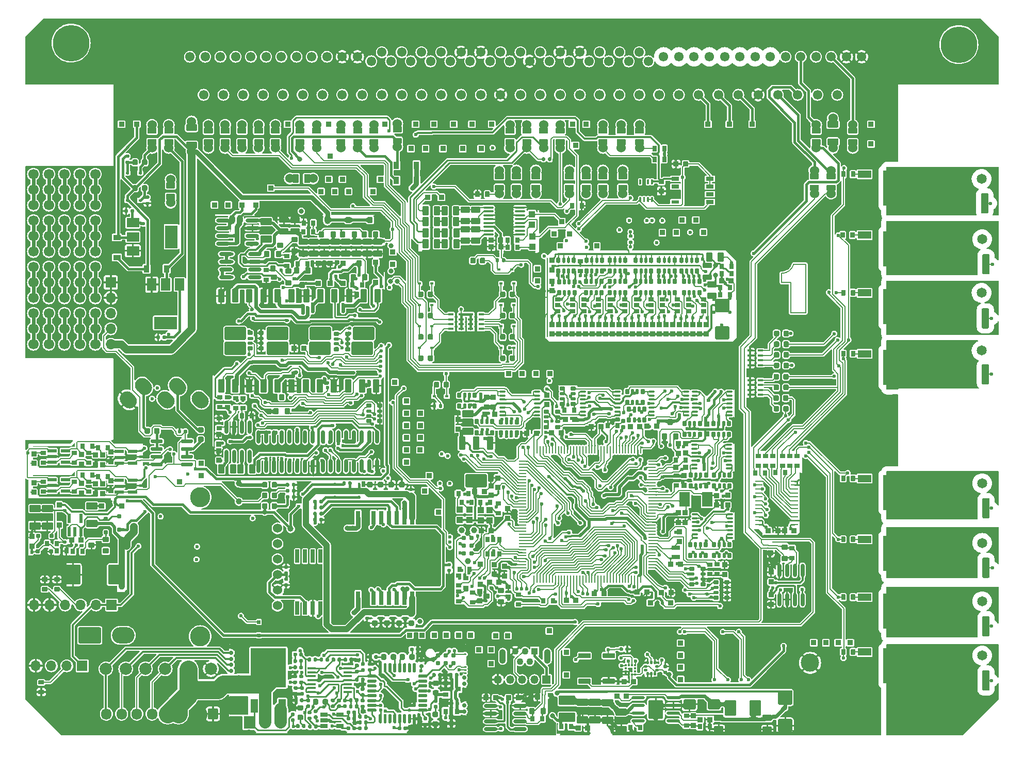
<source format=gtl>
G75*
G70*
%OFA0B0*%
%FSLAX25Y25*%
%IPPOS*%
%LPD*%
%AMOC8*
5,1,8,0,0,1.08239X$1,22.5*
%
%AMM1*
21,1,0.070870,0.036220,0.000000,0.000000,0.000000*
21,1,0.061810,0.045280,0.000000,0.000000,0.000000*
1,1,0.009060,0.030910,-0.018110*
1,1,0.009060,-0.030910,-0.018110*
1,1,0.009060,-0.030910,0.018110*
1,1,0.009060,0.030910,0.018110*
%
%AMM10*
21,1,0.033470,0.026770,0.000000,0.000000,90.000000*
21,1,0.026770,0.033470,0.000000,0.000000,90.000000*
1,1,0.006690,0.013390,0.013390*
1,1,0.006690,0.013390,-0.013390*
1,1,0.006690,-0.013390,-0.013390*
1,1,0.006690,-0.013390,0.013390*
%
%AMM11*
21,1,0.035830,0.026770,0.000000,0.000000,90.000000*
21,1,0.029130,0.033470,0.000000,0.000000,90.000000*
1,1,0.006690,0.013390,0.014570*
1,1,0.006690,0.013390,-0.014570*
1,1,0.006690,-0.013390,-0.014570*
1,1,0.006690,-0.013390,0.014570*
%
%AMM12*
21,1,0.047240,0.015750,0.000000,0.000000,135.000000*
1,1,0.015750,0.016700,-0.016700*
1,1,0.015750,-0.016700,0.016700*
%
%AMM139*
21,1,0.035430,0.030320,-0.000000,-0.000000,0.000000*
21,1,0.028350,0.037400,-0.000000,-0.000000,0.000000*
1,1,0.007090,0.014170,-0.015160*
1,1,0.007090,-0.014170,-0.015160*
1,1,0.007090,-0.014170,0.015160*
1,1,0.007090,0.014170,0.015160*
%
%AMM140*
21,1,0.033470,0.026770,-0.000000,-0.000000,180.000000*
21,1,0.026770,0.033470,-0.000000,-0.000000,180.000000*
1,1,0.006690,-0.013390,0.013390*
1,1,0.006690,0.013390,0.013390*
1,1,0.006690,0.013390,-0.013390*
1,1,0.006690,-0.013390,-0.013390*
%
%AMM141*
21,1,0.027560,0.030710,-0.000000,-0.000000,0.000000*
21,1,0.022050,0.036220,-0.000000,-0.000000,0.000000*
1,1,0.005510,0.011020,-0.015350*
1,1,0.005510,-0.011020,-0.015350*
1,1,0.005510,-0.011020,0.015350*
1,1,0.005510,0.011020,0.015350*
%
%AMM145*
21,1,0.035430,0.030320,0.000000,-0.000000,90.000000*
21,1,0.028350,0.037400,0.000000,-0.000000,90.000000*
1,1,0.007090,0.015160,0.014170*
1,1,0.007090,0.015160,-0.014170*
1,1,0.007090,-0.015160,-0.014170*
1,1,0.007090,-0.015160,0.014170*
%
%AMM146*
21,1,0.033470,0.026770,0.000000,-0.000000,270.000000*
21,1,0.026770,0.033470,0.000000,-0.000000,270.000000*
1,1,0.006690,-0.013390,-0.013390*
1,1,0.006690,-0.013390,0.013390*
1,1,0.006690,0.013390,0.013390*
1,1,0.006690,0.013390,-0.013390*
%
%AMM147*
21,1,0.027560,0.030710,0.000000,-0.000000,90.000000*
21,1,0.022050,0.036220,0.000000,-0.000000,90.000000*
1,1,0.005510,0.015350,0.011020*
1,1,0.005510,0.015350,-0.011020*
1,1,0.005510,-0.015350,-0.011020*
1,1,0.005510,-0.015350,0.011020*
%
%AMM171*
21,1,0.039370,0.049210,-0.000000,-0.000000,270.000000*
21,1,0.031500,0.057090,-0.000000,-0.000000,270.000000*
1,1,0.007870,-0.024610,-0.015750*
1,1,0.007870,-0.024610,0.015750*
1,1,0.007870,0.024610,0.015750*
1,1,0.007870,0.024610,-0.015750*
%
%AMM172*
21,1,0.106300,0.050390,-0.000000,-0.000000,180.000000*
21,1,0.093700,0.062990,-0.000000,-0.000000,180.000000*
1,1,0.012600,-0.046850,0.025200*
1,1,0.012600,0.046850,0.025200*
1,1,0.012600,0.046850,-0.025200*
1,1,0.012600,-0.046850,-0.025200*
%
%AMM173*
21,1,0.074800,0.083460,-0.000000,-0.000000,0.000000*
21,1,0.059840,0.098430,-0.000000,-0.000000,0.000000*
1,1,0.014960,0.029920,-0.041730*
1,1,0.014960,-0.029920,-0.041730*
1,1,0.014960,-0.029920,0.041730*
1,1,0.014960,0.029920,0.041730*
%
%AMM174*
21,1,0.033470,0.026770,-0.000000,-0.000000,0.000000*
21,1,0.026770,0.033470,-0.000000,-0.000000,0.000000*
1,1,0.006690,0.013390,-0.013390*
1,1,0.006690,-0.013390,-0.013390*
1,1,0.006690,-0.013390,0.013390*
1,1,0.006690,0.013390,0.013390*
%
%AMM175*
21,1,0.033470,0.026770,-0.000000,-0.000000,90.000000*
21,1,0.026770,0.033470,-0.000000,-0.000000,90.000000*
1,1,0.006690,0.013390,0.013390*
1,1,0.006690,0.013390,-0.013390*
1,1,0.006690,-0.013390,-0.013390*
1,1,0.006690,-0.013390,0.013390*
%
%AMM176*
21,1,0.122050,0.075590,-0.000000,-0.000000,90.000000*
21,1,0.103150,0.094490,-0.000000,-0.000000,90.000000*
1,1,0.018900,0.037800,0.051580*
1,1,0.018900,0.037800,-0.051580*
1,1,0.018900,-0.037800,-0.051580*
1,1,0.018900,-0.037800,0.051580*
%
%AMM177*
21,1,0.078740,0.053540,-0.000000,-0.000000,0.000000*
21,1,0.065350,0.066930,-0.000000,-0.000000,0.000000*
1,1,0.013390,0.032680,-0.026770*
1,1,0.013390,-0.032680,-0.026770*
1,1,0.013390,-0.032680,0.026770*
1,1,0.013390,0.032680,0.026770*
%
%AMM178*
21,1,0.070870,0.036220,-0.000000,-0.000000,0.000000*
21,1,0.061810,0.045280,-0.000000,-0.000000,0.000000*
1,1,0.009060,0.030910,-0.018110*
1,1,0.009060,-0.030910,-0.018110*
1,1,0.009060,-0.030910,0.018110*
1,1,0.009060,0.030910,0.018110*
%
%AMM179*
21,1,0.086610,0.073230,-0.000000,-0.000000,270.000000*
21,1,0.069290,0.090550,-0.000000,-0.000000,270.000000*
1,1,0.017320,-0.036610,-0.034650*
1,1,0.017320,-0.036610,0.034650*
1,1,0.017320,0.036610,0.034650*
1,1,0.017320,0.036610,-0.034650*
%
%AMM180*
21,1,0.027560,0.030710,-0.000000,-0.000000,270.000000*
21,1,0.022050,0.036220,-0.000000,-0.000000,270.000000*
1,1,0.005510,-0.015350,-0.011020*
1,1,0.005510,-0.015350,0.011020*
1,1,0.005510,0.015350,0.011020*
1,1,0.005510,0.015350,-0.011020*
%
%AMM195*
21,1,0.039370,0.049210,-0.000000,-0.000000,180.000000*
21,1,0.031500,0.057090,-0.000000,-0.000000,180.000000*
1,1,0.007870,-0.015750,0.024610*
1,1,0.007870,0.015750,0.024610*
1,1,0.007870,0.015750,-0.024610*
1,1,0.007870,-0.015750,-0.024610*
%
%AMM196*
21,1,0.039370,0.035430,-0.000000,-0.000000,90.000000*
21,1,0.031500,0.043310,-0.000000,-0.000000,90.000000*
1,1,0.007870,0.017720,0.015750*
1,1,0.007870,0.017720,-0.015750*
1,1,0.007870,-0.017720,-0.015750*
1,1,0.007870,-0.017720,0.015750*
%
%AMM2*
21,1,0.033470,0.026770,0.000000,0.000000,180.000000*
21,1,0.026770,0.033470,0.000000,0.000000,180.000000*
1,1,0.006690,-0.013390,0.013390*
1,1,0.006690,0.013390,0.013390*
1,1,0.006690,0.013390,-0.013390*
1,1,0.006690,-0.013390,-0.013390*
%
%AMM220*
21,1,0.035430,0.050000,-0.000000,-0.000000,90.000000*
21,1,0.028350,0.057090,-0.000000,-0.000000,90.000000*
1,1,0.007090,0.025000,0.014170*
1,1,0.007090,0.025000,-0.014170*
1,1,0.007090,-0.025000,-0.014170*
1,1,0.007090,-0.025000,0.014170*
%
%AMM221*
21,1,0.086610,0.073230,-0.000000,-0.000000,90.000000*
21,1,0.069290,0.090550,-0.000000,-0.000000,90.000000*
1,1,0.017320,0.036610,0.034650*
1,1,0.017320,0.036610,-0.034650*
1,1,0.017320,-0.036610,-0.034650*
1,1,0.017320,-0.036610,0.034650*
%
%AMM222*
21,1,0.039370,0.049210,-0.000000,-0.000000,0.000000*
21,1,0.031500,0.057090,-0.000000,-0.000000,0.000000*
1,1,0.007870,0.015750,-0.024610*
1,1,0.007870,-0.015750,-0.024610*
1,1,0.007870,-0.015750,0.024610*
1,1,0.007870,0.015750,0.024610*
%
%AMM223*
21,1,0.023620,0.030710,-0.000000,-0.000000,270.000000*
21,1,0.018900,0.035430,-0.000000,-0.000000,270.000000*
1,1,0.004720,-0.015350,-0.009450*
1,1,0.004720,-0.015350,0.009450*
1,1,0.004720,0.015350,0.009450*
1,1,0.004720,0.015350,-0.009450*
%
%AMM224*
21,1,0.025590,0.026380,-0.000000,-0.000000,180.000000*
21,1,0.020470,0.031500,-0.000000,-0.000000,180.000000*
1,1,0.005120,-0.010240,0.013190*
1,1,0.005120,0.010240,0.013190*
1,1,0.005120,0.010240,-0.013190*
1,1,0.005120,-0.010240,-0.013190*
%
%AMM225*
21,1,0.017720,0.027950,-0.000000,-0.000000,180.000000*
21,1,0.014170,0.031500,-0.000000,-0.000000,180.000000*
1,1,0.003540,-0.007090,0.013980*
1,1,0.003540,0.007090,0.013980*
1,1,0.003540,0.007090,-0.013980*
1,1,0.003540,-0.007090,-0.013980*
%
%AMM226*
21,1,0.027560,0.030710,-0.000000,-0.000000,180.000000*
21,1,0.022050,0.036220,-0.000000,-0.000000,180.000000*
1,1,0.005510,-0.011020,0.015350*
1,1,0.005510,0.011020,0.015350*
1,1,0.005510,0.011020,-0.015350*
1,1,0.005510,-0.011020,-0.015350*
%
%AMM227*
21,1,0.007870,0.503940,-0.000000,-0.000000,0.000000*
21,1,0.000000,0.511810,-0.000000,-0.000000,0.000000*
1,1,0.007870,-0.000000,-0.251970*
1,1,0.007870,-0.000000,-0.251970*
1,1,0.007870,-0.000000,0.251970*
1,1,0.007870,-0.000000,0.251970*
%
%AMM228*
21,1,0.009840,0.919290,-0.000000,-0.000000,90.000000*
21,1,0.000000,0.929130,-0.000000,-0.000000,90.000000*
1,1,0.009840,0.459650,-0.000000*
1,1,0.009840,0.459650,-0.000000*
1,1,0.009840,-0.459650,-0.000000*
1,1,0.009840,-0.459650,-0.000000*
%
%AMM229*
21,1,0.007870,0.041340,-0.000000,-0.000000,180.000000*
21,1,0.000000,0.049210,-0.000000,-0.000000,180.000000*
1,1,0.007870,-0.000000,0.020670*
1,1,0.007870,-0.000000,0.020670*
1,1,0.007870,-0.000000,-0.020670*
1,1,0.007870,-0.000000,-0.020670*
%
%AMM26*
21,1,0.027560,0.030710,0.000000,0.000000,180.000000*
21,1,0.022050,0.036220,0.000000,0.000000,180.000000*
1,1,0.005510,-0.011020,0.015350*
1,1,0.005510,0.011020,0.015350*
1,1,0.005510,0.011020,-0.015350*
1,1,0.005510,-0.011020,-0.015350*
%
%AMM263*
21,1,0.035430,0.030320,-0.000000,-0.000000,90.000000*
21,1,0.028350,0.037400,-0.000000,-0.000000,90.000000*
1,1,0.007090,0.015160,0.014170*
1,1,0.007090,0.015160,-0.014170*
1,1,0.007090,-0.015160,-0.014170*
1,1,0.007090,-0.015160,0.014170*
%
%AMM264*
21,1,0.035430,0.030320,-0.000000,-0.000000,180.000000*
21,1,0.028350,0.037400,-0.000000,-0.000000,180.000000*
1,1,0.007090,-0.014170,0.015160*
1,1,0.007090,0.014170,0.015160*
1,1,0.007090,0.014170,-0.015160*
1,1,0.007090,-0.014170,-0.015160*
%
%AMM265*
21,1,0.070870,0.036220,-0.000000,-0.000000,180.000000*
21,1,0.061810,0.045280,-0.000000,-0.000000,180.000000*
1,1,0.009060,-0.030910,0.018110*
1,1,0.009060,0.030910,0.018110*
1,1,0.009060,0.030910,-0.018110*
1,1,0.009060,-0.030910,-0.018110*
%
%AMM266*
21,1,0.043310,0.075980,-0.000000,-0.000000,0.000000*
21,1,0.034650,0.084650,-0.000000,-0.000000,0.000000*
1,1,0.008660,0.017320,-0.037990*
1,1,0.008660,-0.017320,-0.037990*
1,1,0.008660,-0.017320,0.037990*
1,1,0.008660,0.017320,0.037990*
%
%AMM267*
21,1,0.043310,0.075990,-0.000000,-0.000000,0.000000*
21,1,0.034650,0.084650,-0.000000,-0.000000,0.000000*
1,1,0.008660,0.017320,-0.037990*
1,1,0.008660,-0.017320,-0.037990*
1,1,0.008660,-0.017320,0.037990*
1,1,0.008660,0.017320,0.037990*
%
%AMM268*
21,1,0.137800,0.067720,-0.000000,-0.000000,0.000000*
21,1,0.120870,0.084650,-0.000000,-0.000000,0.000000*
1,1,0.016930,0.060430,-0.033860*
1,1,0.016930,-0.060430,-0.033860*
1,1,0.016930,-0.060430,0.033860*
1,1,0.016930,0.060430,0.033860*
%
%AMM269*
21,1,0.025590,0.026380,-0.000000,-0.000000,270.000000*
21,1,0.020470,0.031500,-0.000000,-0.000000,270.000000*
1,1,0.005120,-0.013190,-0.010240*
1,1,0.005120,-0.013190,0.010240*
1,1,0.005120,0.013190,0.010240*
1,1,0.005120,0.013190,-0.010240*
%
%AMM270*
21,1,0.017720,0.027950,-0.000000,-0.000000,270.000000*
21,1,0.014170,0.031500,-0.000000,-0.000000,270.000000*
1,1,0.003540,-0.013980,-0.007090*
1,1,0.003540,-0.013980,0.007090*
1,1,0.003540,0.013980,0.007090*
1,1,0.003540,0.013980,-0.007090*
%
%AMM271*
21,1,0.035830,0.026770,-0.000000,-0.000000,270.000000*
21,1,0.029130,0.033470,-0.000000,-0.000000,270.000000*
1,1,0.006690,-0.013390,-0.014570*
1,1,0.006690,-0.013390,0.014570*
1,1,0.006690,0.013390,0.014570*
1,1,0.006690,0.013390,-0.014570*
%
%AMM272*
21,1,0.003940,0.007870,-0.000000,-0.000000,315.000000*
1,1,0.007870,-0.001390,0.001390*
1,1,0.007870,0.001390,-0.001390*
%
%AMM273*
21,1,0.087800,0.007870,-0.000000,-0.000000,225.000000*
1,1,0.007870,0.031040,0.031040*
1,1,0.007870,-0.031040,-0.031040*
%
%AMM274*
21,1,0.031500,0.007870,-0.000000,-0.000000,135.000000*
1,1,0.007870,0.011140,-0.011140*
1,1,0.007870,-0.011140,0.011140*
%
%AMM288*
21,1,0.027560,0.030710,-0.000000,-0.000000,90.000000*
21,1,0.022050,0.036220,-0.000000,-0.000000,90.000000*
1,1,0.005510,0.015350,0.011020*
1,1,0.005510,0.015350,-0.011020*
1,1,0.005510,-0.015350,-0.011020*
1,1,0.005510,-0.015350,0.011020*
%
%AMM289*
21,1,0.015750,0.009840,-0.000000,-0.000000,225.000000*
1,1,0.009840,0.005570,0.005570*
1,1,0.009840,-0.005570,-0.005570*
%
%AMM3*
21,1,0.035430,0.030320,0.000000,0.000000,90.000000*
21,1,0.028350,0.037400,0.000000,0.000000,90.000000*
1,1,0.007090,0.015160,0.014170*
1,1,0.007090,0.015160,-0.014170*
1,1,0.007090,-0.015160,-0.014170*
1,1,0.007090,-0.015160,0.014170*
%
%AMM328*
21,1,0.033470,0.026770,-0.000000,-0.000000,270.000000*
21,1,0.026770,0.033470,-0.000000,-0.000000,270.000000*
1,1,0.006690,-0.013390,-0.013390*
1,1,0.006690,-0.013390,0.013390*
1,1,0.006690,0.013390,0.013390*
1,1,0.006690,0.013390,-0.013390*
%
%AMM329*
21,1,0.023620,0.030710,-0.000000,-0.000000,0.000000*
21,1,0.018900,0.035430,-0.000000,-0.000000,0.000000*
1,1,0.004720,0.009450,-0.015350*
1,1,0.004720,-0.009450,-0.015350*
1,1,0.004720,-0.009450,0.015350*
1,1,0.004720,0.009450,0.015350*
%
%AMM33*
21,1,0.033470,0.026770,0.000000,0.000000,270.000000*
21,1,0.026770,0.033470,0.000000,0.000000,270.000000*
1,1,0.006690,-0.013390,-0.013390*
1,1,0.006690,-0.013390,0.013390*
1,1,0.006690,0.013390,0.013390*
1,1,0.006690,0.013390,-0.013390*
%
%AMM330*
21,1,0.027560,0.018900,-0.000000,-0.000000,0.000000*
21,1,0.022840,0.023620,-0.000000,-0.000000,0.000000*
1,1,0.004720,0.011420,-0.009450*
1,1,0.004720,-0.011420,-0.009450*
1,1,0.004720,-0.011420,0.009450*
1,1,0.004720,0.011420,0.009450*
%
%AMM331*
21,1,0.137800,0.067720,-0.000000,-0.000000,180.000000*
21,1,0.120870,0.084650,-0.000000,-0.000000,180.000000*
1,1,0.016930,-0.060430,0.033860*
1,1,0.016930,0.060430,0.033860*
1,1,0.016930,0.060430,-0.033860*
1,1,0.016930,-0.060430,-0.033860*
%
%AMM332*
21,1,0.043310,0.075980,-0.000000,-0.000000,180.000000*
21,1,0.034650,0.084650,-0.000000,-0.000000,180.000000*
1,1,0.008660,-0.017320,0.037990*
1,1,0.008660,0.017320,0.037990*
1,1,0.008660,0.017320,-0.037990*
1,1,0.008660,-0.017320,-0.037990*
%
%AMM333*
21,1,0.043310,0.075990,-0.000000,-0.000000,180.000000*
21,1,0.034650,0.084650,-0.000000,-0.000000,180.000000*
1,1,0.008660,-0.017320,0.037990*
1,1,0.008660,0.017320,0.037990*
1,1,0.008660,0.017320,-0.037990*
1,1,0.008660,-0.017320,-0.037990*
%
%AMM334*
21,1,0.035830,0.026770,-0.000000,-0.000000,90.000000*
21,1,0.029130,0.033470,-0.000000,-0.000000,90.000000*
1,1,0.006690,0.013390,0.014570*
1,1,0.006690,0.013390,-0.014570*
1,1,0.006690,-0.013390,-0.014570*
1,1,0.006690,-0.013390,0.014570*
%
%AMM335*
21,1,0.025590,0.026380,-0.000000,-0.000000,90.000000*
21,1,0.020470,0.031500,-0.000000,-0.000000,90.000000*
1,1,0.005120,0.013190,0.010240*
1,1,0.005120,0.013190,-0.010240*
1,1,0.005120,-0.013190,-0.010240*
1,1,0.005120,-0.013190,0.010240*
%
%AMM336*
21,1,0.017720,0.027950,-0.000000,-0.000000,90.000000*
21,1,0.014170,0.031500,-0.000000,-0.000000,90.000000*
1,1,0.003540,0.013980,0.007090*
1,1,0.003540,0.013980,-0.007090*
1,1,0.003540,-0.013980,-0.007090*
1,1,0.003540,-0.013980,0.007090*
%
%AMM337*
21,1,0.027560,0.049610,-0.000000,-0.000000,90.000000*
21,1,0.022050,0.055120,-0.000000,-0.000000,90.000000*
1,1,0.005510,0.024800,0.011020*
1,1,0.005510,0.024800,-0.011020*
1,1,0.005510,-0.024800,-0.011020*
1,1,0.005510,-0.024800,0.011020*
%
%AMM338*
21,1,0.035830,0.026770,-0.000000,-0.000000,0.000000*
21,1,0.029130,0.033470,-0.000000,-0.000000,0.000000*
1,1,0.006690,0.014570,-0.013390*
1,1,0.006690,-0.014570,-0.013390*
1,1,0.006690,-0.014570,0.013390*
1,1,0.006690,0.014570,0.013390*
%
%AMM339*
21,1,0.007870,0.029130,-0.000000,-0.000000,45.000000*
21,1,0.000000,0.037010,-0.000000,-0.000000,45.000000*
1,1,0.007870,0.010300,-0.010300*
1,1,0.007870,0.010300,-0.010300*
1,1,0.007870,-0.010300,0.010300*
1,1,0.007870,-0.010300,0.010300*
%
%AMM340*
21,1,0.007870,0.014960,-0.000000,-0.000000,315.000000*
21,1,0.000000,0.022840,-0.000000,-0.000000,315.000000*
1,1,0.007870,-0.005290,-0.005290*
1,1,0.007870,-0.005290,-0.005290*
1,1,0.007870,0.005290,0.005290*
1,1,0.007870,0.005290,0.005290*
%
%AMM341*
21,1,0.007870,0.013780,-0.000000,-0.000000,225.000000*
21,1,0.000000,0.021650,-0.000000,-0.000000,225.000000*
1,1,0.007870,-0.004870,0.004870*
1,1,0.007870,-0.004870,0.004870*
1,1,0.007870,0.004870,-0.004870*
1,1,0.007870,0.004870,-0.004870*
%
%AMM342*
21,1,0.007870,0.039370,-0.000000,-0.000000,225.000000*
21,1,0.000000,0.047240,-0.000000,-0.000000,225.000000*
1,1,0.007870,-0.013920,0.013920*
1,1,0.007870,-0.013920,0.013920*
1,1,0.007870,0.013920,-0.013920*
1,1,0.007870,0.013920,-0.013920*
%
%AMM343*
21,1,0.007870,0.055120,-0.000000,-0.000000,90.000000*
21,1,0.000000,0.062990,-0.000000,-0.000000,90.000000*
1,1,0.007870,0.027560,-0.000000*
1,1,0.007870,0.027560,-0.000000*
1,1,0.007870,-0.027560,-0.000000*
1,1,0.007870,-0.027560,-0.000000*
%
%AMM344*
21,1,0.007870,0.023620,-0.000000,-0.000000,135.000000*
21,1,0.000000,0.031500,-0.000000,-0.000000,135.000000*
1,1,0.007870,0.008350,0.008350*
1,1,0.007870,0.008350,0.008350*
1,1,0.007870,-0.008350,-0.008350*
1,1,0.007870,-0.008350,-0.008350*
%
%AMM345*
21,1,0.007870,1.704720,-0.000000,-0.000000,90.000000*
21,1,0.000000,1.712600,-0.000000,-0.000000,90.000000*
1,1,0.007870,0.852360,-0.000000*
1,1,0.007870,0.852360,-0.000000*
1,1,0.007870,-0.852360,-0.000000*
1,1,0.007870,-0.852360,-0.000000*
%
%AMM346*
21,1,0.007870,1.405510,-0.000000,-0.000000,0.000000*
21,1,0.000000,1.413390,-0.000000,-0.000000,0.000000*
1,1,0.007870,-0.000000,-0.702760*
1,1,0.007870,-0.000000,-0.702760*
1,1,0.007870,-0.000000,0.702760*
1,1,0.007870,-0.000000,0.702760*
%
%AMM347*
21,1,0.007870,1.787400,-0.000000,-0.000000,90.000000*
21,1,0.000000,1.795280,-0.000000,-0.000000,90.000000*
1,1,0.007870,0.893700,-0.000000*
1,1,0.007870,0.893700,-0.000000*
1,1,0.007870,-0.893700,-0.000000*
1,1,0.007870,-0.893700,-0.000000*
%
%AMM348*
21,1,0.007870,1.416930,-0.000000,-0.000000,0.000000*
21,1,0.000000,1.424800,-0.000000,-0.000000,0.000000*
1,1,0.007870,-0.000000,-0.708470*
1,1,0.007870,-0.000000,-0.708470*
1,1,0.007870,-0.000000,0.708470*
1,1,0.007870,-0.000000,0.708470*
%
%AMM349*
21,1,0.009840,0.017720,-0.000000,-0.000000,0.000000*
21,1,0.000000,0.027560,-0.000000,-0.000000,0.000000*
1,1,0.009840,-0.000000,-0.008860*
1,1,0.009840,-0.000000,-0.008860*
1,1,0.009840,-0.000000,0.008860*
1,1,0.009840,-0.000000,0.008860*
%
%AMM4*
21,1,0.021650,0.052760,0.000000,0.000000,0.000000*
21,1,0.017320,0.057090,0.000000,0.000000,0.000000*
1,1,0.004330,0.008660,-0.026380*
1,1,0.004330,-0.008660,-0.026380*
1,1,0.004330,-0.008660,0.026380*
1,1,0.004330,0.008660,0.026380*
%
%AMM5*
21,1,0.094490,0.111020,0.000000,0.000000,180.000000*
21,1,0.075590,0.129920,0.000000,0.000000,180.000000*
1,1,0.018900,-0.037800,0.055510*
1,1,0.018900,0.037800,0.055510*
1,1,0.018900,0.037800,-0.055510*
1,1,0.018900,-0.037800,-0.055510*
%
%AMM6*
21,1,0.023620,0.018900,0.000000,0.000000,270.000000*
21,1,0.018900,0.023620,0.000000,0.000000,270.000000*
1,1,0.004720,-0.009450,-0.009450*
1,1,0.004720,-0.009450,0.009450*
1,1,0.004720,0.009450,0.009450*
1,1,0.004720,0.009450,-0.009450*
%
%AMM7*
21,1,0.035830,0.026770,0.000000,0.000000,0.000000*
21,1,0.029130,0.033470,0.000000,0.000000,0.000000*
1,1,0.006690,0.014570,-0.013390*
1,1,0.006690,-0.014570,-0.013390*
1,1,0.006690,-0.014570,0.013390*
1,1,0.006690,0.014570,0.013390*
%
%AMM71*
21,1,0.021650,0.052760,0.000000,0.000000,270.000000*
21,1,0.017320,0.057090,0.000000,0.000000,270.000000*
1,1,0.004330,-0.026380,-0.008660*
1,1,0.004330,-0.026380,0.008660*
1,1,0.004330,0.026380,0.008660*
1,1,0.004330,0.026380,-0.008660*
%
%AMM72*
21,1,0.027560,0.030710,0.000000,0.000000,270.000000*
21,1,0.022050,0.036220,0.000000,0.000000,270.000000*
1,1,0.005510,-0.015350,-0.011020*
1,1,0.005510,-0.015350,0.011020*
1,1,0.005510,0.015350,0.011020*
1,1,0.005510,0.015350,-0.011020*
%
%AMM8*
21,1,0.023620,0.018900,0.000000,0.000000,180.000000*
21,1,0.018900,0.023620,0.000000,0.000000,180.000000*
1,1,0.004720,-0.009450,0.009450*
1,1,0.004720,0.009450,0.009450*
1,1,0.004720,0.009450,-0.009450*
1,1,0.004720,-0.009450,-0.009450*
%
%AMM9*
21,1,0.027560,0.030710,0.000000,0.000000,0.000000*
21,1,0.022050,0.036220,0.000000,0.000000,0.000000*
1,1,0.005510,0.011020,-0.015350*
1,1,0.005510,-0.011020,-0.015350*
1,1,0.005510,-0.011020,0.015350*
1,1,0.005510,0.011020,0.015350*
%
%ADD10C,0.00787*%
%ADD100R,0.07874X0.14961*%
%ADD101R,0.01772X0.02362*%
%ADD102R,0.04724X0.03543*%
%ADD103C,0.03150*%
%ADD104C,0.03200*%
%ADD105C,0.01575*%
%ADD106C,0.01181*%
%ADD107C,0.00984*%
%ADD11C,0.23622*%
%ADD12C,0.06102*%
%ADD120C,0.00800*%
%ADD13C,0.06000*%
%ADD14R,0.08661X0.04724*%
%ADD142M1*%
%ADD143M2*%
%ADD144M3*%
%ADD145M4*%
%ADD146M5*%
%ADD147M6*%
%ADD148M7*%
%ADD149M8*%
%ADD15R,0.25197X0.22835*%
%ADD150M9*%
%ADD151M10*%
%ADD152M11*%
%ADD153O,0.03937X0.34429*%
%ADD154O,0.00787X0.36221*%
%ADD155O,0.03937X0.01968*%
%ADD156O,0.00787X0.01968*%
%ADD157M12*%
%ADD158C,0.01968*%
%ADD16R,0.06693X0.06693*%
%ADD17O,0.06693X0.06693*%
%ADD174O,0.08661X0.02362*%
%ADD176M26*%
%ADD177O,0.01968X0.00984*%
%ADD178O,0.00984X0.01968*%
%ADD18R,0.02520X0.08504*%
%ADD185R,0.04724X0.08661*%
%ADD186R,0.22835X0.25197*%
%ADD187R,0.03543X0.03150*%
%ADD188R,0.05709X0.01772*%
%ADD189R,0.04803X0.02559*%
%ADD19C,0.06496*%
%ADD190R,0.03150X0.03543*%
%ADD191C,0.03100*%
%ADD192R,0.07500X0.07874*%
%ADD193O,0.07500X0.07874*%
%ADD194C,0.01969*%
%ADD195C,0.03900*%
%ADD20R,0.02362X0.01772*%
%ADD201M33*%
%ADD202O,0.08661X0.01968*%
%ADD208O,0.01968X0.03937*%
%ADD209O,0.01968X0.11811*%
%ADD21R,0.03346X0.03346*%
%ADD210O,0.01575X0.28347*%
%ADD22R,0.03543X0.04724*%
%ADD222O,0.07087X0.01378*%
%ADD23R,0.05315X0.05315*%
%ADD24O,0.05315X0.05315*%
%ADD249M71*%
%ADD25C,0.11811*%
%ADD250M72*%
%ADD26C,0.06693*%
%ADD260O,0.02362X0.08661*%
%ADD27R,0.03543X0.01575*%
%ADD28C,0.07874*%
%ADD280O,0.04961X0.00984*%
%ADD282O,0.00984X0.40158*%
%ADD286O,0.05118X0.00866*%
%ADD287O,0.00866X0.05118*%
%ADD29C,0.03937*%
%ADD292O,0.04331X0.01181*%
%ADD293R,0.06693X0.09449*%
%ADD30R,0.03150X0.08661*%
%ADD31R,0.08000X0.20000*%
%ADD310R,0.01968X0.01968*%
%ADD32C,0.05118*%
%ADD33R,0.45000X0.30000*%
%ADD34O,0.00787X0.22323*%
%ADD346M139*%
%ADD347M140*%
%ADD348M141*%
%ADD35O,0.43701X0.00787*%
%ADD352M145*%
%ADD353M146*%
%ADD354M147*%
%ADD36O,0.38583X0.01575*%
%ADD37O,0.01969X0.00984*%
%ADD38O,0.00787X0.26772*%
%ADD39O,0.00984X0.01969*%
%ADD399M171*%
%ADD40C,0.02362*%
%ADD400M172*%
%ADD401M173*%
%ADD402M174*%
%ADD403M175*%
%ADD404M176*%
%ADD405M177*%
%ADD406M178*%
%ADD407M179*%
%ADD408M180*%
%ADD41R,0.01378X0.01476*%
%ADD42R,0.01476X0.01378*%
%ADD429M195*%
%ADD43O,0.00787X0.03937*%
%ADD430M196*%
%ADD44O,0.20472X0.00787*%
%ADD45O,0.69291X0.00787*%
%ADD454M220*%
%ADD455M221*%
%ADD456M222*%
%ADD457M223*%
%ADD458M224*%
%ADD459M225*%
%ADD46O,0.50394X0.00787*%
%ADD460M226*%
%ADD461M227*%
%ADD462M228*%
%ADD463M229*%
%ADD47O,0.14567X0.10630*%
%ADD48C,0.02756*%
%ADD49R,0.00984X0.11811*%
%ADD50R,0.00984X0.12205*%
%ADD51R,0.00984X0.08858*%
%ADD512M263*%
%ADD513M264*%
%ADD514M265*%
%ADD515M266*%
%ADD516M267*%
%ADD517M268*%
%ADD518M269*%
%ADD519M270*%
%ADD52R,0.00984X0.05709*%
%ADD520M271*%
%ADD521M272*%
%ADD522M273*%
%ADD523M274*%
%ADD53R,1.54528X0.00984*%
%ADD54R,0.00984X0.11614*%
%ADD541M288*%
%ADD542M289*%
%ADD55R,0.00984X0.03740*%
%ADD56O,0.01575X0.28346*%
%ADD57O,1.18110X0.01575*%
%ADD58O,0.19685X0.01575*%
%ADD585M328*%
%ADD586M329*%
%ADD587M330*%
%ADD588M331*%
%ADD589M332*%
%ADD59O,0.03937X0.01969*%
%ADD590M333*%
%ADD591M334*%
%ADD592M335*%
%ADD593M336*%
%ADD594M337*%
%ADD595M338*%
%ADD596M339*%
%ADD597M340*%
%ADD598M341*%
%ADD599M342*%
%ADD60O,0.00787X0.12205*%
%ADD600M343*%
%ADD601M344*%
%ADD602M345*%
%ADD603M346*%
%ADD604M347*%
%ADD605M348*%
%ADD606M349*%
%ADD61O,0.01969X0.11811*%
%ADD62O,1.39370X0.01575*%
%ADD63O,0.06693X0.07283*%
%ADD64R,0.05157X0.02559*%
%ADD65R,0.05157X0.02362*%
%ADD66R,0.05217X0.05906*%
%ADD67R,0.04331X0.04331*%
%ADD68C,0.04331*%
%ADD69O,0.04331X0.09449*%
%ADD70C,0.13000*%
%ADD71O,0.00787X0.14173*%
%ADD72O,0.00787X0.16732*%
%ADD73O,0.00787X0.56693*%
%ADD74O,0.00787X0.34744*%
%ADD75O,0.06693X0.00787*%
%ADD76O,1.01181X0.00787*%
%ADD77O,0.44587X0.00787*%
%ADD78O,0.00787X1.01772*%
%ADD79O,0.00787X0.16339*%
%ADD80O,0.03937X0.05906*%
%ADD81O,0.03150X0.02362*%
%ADD82R,0.09449X0.06299*%
%ADD83O,0.03937X0.34428*%
%ADD84O,0.00787X0.36220*%
%ADD85O,0.00787X0.01969*%
%ADD86O,0.25591X0.00787*%
%ADD87O,0.01575X0.21260*%
%ADD88O,0.54331X0.00787*%
%ADD89O,0.35433X0.01575*%
%ADD90O,0.00984X0.40157*%
%ADD91O,0.22835X0.00984*%
%ADD92O,0.00787X0.01575*%
%ADD93R,0.05906X0.07874*%
%ADD94R,0.14961X0.07874*%
%ADD95O,0.22323X0.00787*%
%ADD96O,0.00787X0.43701*%
%ADD97O,0.01575X0.38583*%
%ADD98O,0.26772X0.00787*%
%ADD99R,0.07874X0.05906*%
X0000000Y0000000D02*
%LPD*%
G01*
D10*
X0489101Y0293427D02*
X0489101Y0299333D01*
X0489101Y0293427D02*
X0495006Y0293427D01*
X0495006Y0293427D02*
X0495006Y0273742D01*
X0495006Y0273742D02*
X0504849Y0273742D01*
X0504849Y0305238D02*
X0496975Y0305238D01*
X0504849Y0273742D02*
X0504849Y0305238D01*
X0496975Y0305238D02*
G75*
G02*
X0489101Y0299333I-007565J0001885D01*
G01*
D11*
X0030050Y0448253D03*
X0603711Y0447268D03*
D12*
X0106861Y0439394D03*
X0126546Y0439394D03*
X0146231Y0439394D03*
X0165916Y0439394D03*
X0185601Y0439394D03*
X0205286Y0439394D03*
X0223987Y0436442D03*
X0236782Y0436442D03*
X0249577Y0436442D03*
X0262373Y0436442D03*
X0275168Y0436442D03*
X0287963Y0436442D03*
X0300758Y0436442D03*
X0313554Y0436442D03*
X0326349Y0436442D03*
X0339144Y0436442D03*
X0351940Y0436442D03*
X0364735Y0436442D03*
X0377530Y0436442D03*
X0390325Y0436442D03*
X0403121Y0436442D03*
X0422806Y0439394D03*
X0442491Y0439394D03*
X0462176Y0439394D03*
X0481861Y0439394D03*
X0501546Y0439394D03*
X0521231Y0439394D03*
X0540916Y0439394D03*
X0116703Y0439394D03*
X0136388Y0439394D03*
X0156073Y0439394D03*
X0175758Y0439394D03*
X0195444Y0439394D03*
X0215129Y0439394D03*
X0230877Y0442347D03*
X0243672Y0442347D03*
X0256467Y0442347D03*
X0269262Y0442347D03*
X0282058Y0442347D03*
X0294853Y0442347D03*
X0307648Y0442347D03*
X0320444Y0442347D03*
X0333239Y0442347D03*
X0346034Y0442347D03*
X0358829Y0442347D03*
X0371625Y0442347D03*
X0384420Y0442347D03*
X0397215Y0442347D03*
X0412963Y0439394D03*
X0432648Y0439394D03*
X0452333Y0439394D03*
X0472018Y0439394D03*
X0491703Y0439394D03*
X0511388Y0439394D03*
X0531073Y0439394D03*
X0115719Y0414788D03*
X0128514Y0414788D03*
X0141310Y0414788D03*
X0154105Y0414788D03*
X0166900Y0414788D03*
X0179695Y0414788D03*
X0192491Y0414788D03*
X0205286Y0414788D03*
X0218081Y0414788D03*
X0230877Y0414788D03*
X0243672Y0414788D03*
X0256467Y0414788D03*
X0269262Y0414788D03*
X0282058Y0414788D03*
X0294853Y0414788D03*
X0307648Y0414788D03*
X0320444Y0414788D03*
X0333239Y0414788D03*
X0346034Y0414788D03*
X0358829Y0414788D03*
X0371625Y0414788D03*
X0384420Y0414788D03*
X0397215Y0414788D03*
X0410010Y0414788D03*
X0422806Y0414788D03*
X0435601Y0414788D03*
X0448396Y0414788D03*
X0461192Y0414788D03*
X0473987Y0414788D03*
X0486782Y0414788D03*
X0499577Y0414788D03*
X0512373Y0414788D03*
X0525168Y0414788D03*
D13*
X0082387Y0395385D03*
G36*
G01*
X0079926Y0393593D02*
X0084847Y0393593D01*
G75*
G02*
X0085241Y0393200I0000000J-000394D01*
G01*
X0085241Y0390050D01*
G75*
G02*
X0084847Y0389656I-000394J0000000D01*
G01*
X0079926Y0389656D01*
G75*
G02*
X0079532Y0390050I0000000J0000394D01*
G01*
X0079532Y0393200D01*
G75*
G02*
X0079926Y0393593I0000394J0000000D01*
G01*
G37*
G36*
G01*
X0079926Y0386113D02*
X0084847Y0386113D01*
G75*
G02*
X0085241Y0385719I0000000J-000394D01*
G01*
X0085241Y0382570D01*
G75*
G02*
X0084847Y0382176I-000394J0000000D01*
G01*
X0079926Y0382176D01*
G75*
G02*
X0079532Y0382570I0000000J0000394D01*
G01*
X0079532Y0385719D01*
G75*
G02*
X0079926Y0386113I0000394J0000000D01*
G01*
G37*
X0082387Y0380385D03*
X0118804Y0395385D03*
G36*
G01*
X0116344Y0393593D02*
X0121265Y0393593D01*
G75*
G02*
X0121658Y0393200I0000000J-000394D01*
G01*
X0121658Y0390050D01*
G75*
G02*
X0121265Y0389656I-000394J0000000D01*
G01*
X0116344Y0389656D01*
G75*
G02*
X0115950Y0390050I0000000J0000394D01*
G01*
X0115950Y0393200D01*
G75*
G02*
X0116344Y0393593I0000394J0000000D01*
G01*
G37*
G36*
G01*
X0116344Y0386113D02*
X0121265Y0386113D01*
G75*
G02*
X0121658Y0385719I0000000J-000394D01*
G01*
X0121658Y0382570D01*
G75*
G02*
X0121265Y0382176I-000394J0000000D01*
G01*
X0116344Y0382176D01*
G75*
G02*
X0115950Y0382570I0000000J0000394D01*
G01*
X0115950Y0385719D01*
G75*
G02*
X0116344Y0386113I0000394J0000000D01*
G01*
G37*
X0118804Y0380385D03*
X0140458Y0395385D03*
G36*
G01*
X0137997Y0393593D02*
X0142918Y0393593D01*
G75*
G02*
X0143312Y0393200I0000000J-000394D01*
G01*
X0143312Y0390050D01*
G75*
G02*
X0142918Y0389656I-000394J0000000D01*
G01*
X0137997Y0389656D01*
G75*
G02*
X0137603Y0390050I0000000J0000394D01*
G01*
X0137603Y0393200D01*
G75*
G02*
X0137997Y0393593I0000394J0000000D01*
G01*
G37*
G36*
G01*
X0137997Y0386113D02*
X0142918Y0386113D01*
G75*
G02*
X0143312Y0385719I0000000J-000394D01*
G01*
X0143312Y0382570D01*
G75*
G02*
X0142918Y0382176I-000394J0000000D01*
G01*
X0137997Y0382176D01*
G75*
G02*
X0137603Y0382570I0000000J0000394D01*
G01*
X0137603Y0385719D01*
G75*
G02*
X0137997Y0386113I0000394J0000000D01*
G01*
G37*
X0140458Y0380385D03*
X0177859Y0395385D03*
G36*
G01*
X0175399Y0393593D02*
X0180320Y0393593D01*
G75*
G02*
X0180714Y0393200I0000000J-000394D01*
G01*
X0180714Y0390050D01*
G75*
G02*
X0180320Y0389656I-000394J0000000D01*
G01*
X0175399Y0389656D01*
G75*
G02*
X0175005Y0390050I0000000J0000394D01*
G01*
X0175005Y0393200D01*
G75*
G02*
X0175399Y0393593I0000394J0000000D01*
G01*
G37*
G36*
G01*
X0175399Y0386113D02*
X0180320Y0386113D01*
G75*
G02*
X0180714Y0385719I0000000J-000394D01*
G01*
X0180714Y0382570D01*
G75*
G02*
X0180320Y0382176I-000394J0000000D01*
G01*
X0175399Y0382176D01*
G75*
G02*
X0175005Y0382570I0000000J0000394D01*
G01*
X0175005Y0385719D01*
G75*
G02*
X0175399Y0386113I0000394J0000000D01*
G01*
G37*
X0177859Y0380385D03*
X0204434Y0395385D03*
G36*
G01*
X0201973Y0393593D02*
X0206895Y0393593D01*
G75*
G02*
X0207288Y0393200I0000000J-000394D01*
G01*
X0207288Y0390050D01*
G75*
G02*
X0206895Y0389656I-000394J0000000D01*
G01*
X0201973Y0389656D01*
G75*
G02*
X0201580Y0390050I0000000J0000394D01*
G01*
X0201580Y0393200D01*
G75*
G02*
X0201973Y0393593I0000394J0000000D01*
G01*
G37*
G36*
G01*
X0201973Y0386113D02*
X0206895Y0386113D01*
G75*
G02*
X0207288Y0385719I0000000J-000394D01*
G01*
X0207288Y0382570D01*
G75*
G02*
X0206895Y0382176I-000394J0000000D01*
G01*
X0201973Y0382176D01*
G75*
G02*
X0201580Y0382570I0000000J0000394D01*
G01*
X0201580Y0385719D01*
G75*
G02*
X0201973Y0386113I0000394J0000000D01*
G01*
G37*
X0204434Y0380385D03*
X0335340Y0395385D03*
G36*
G01*
X0332879Y0393593D02*
X0337800Y0393593D01*
G75*
G02*
X0338194Y0393200I0000000J-000394D01*
G01*
X0338194Y0390050D01*
G75*
G02*
X0337800Y0389656I-000394J0000000D01*
G01*
X0332879Y0389656D01*
G75*
G02*
X0332485Y0390050I0000000J0000394D01*
G01*
X0332485Y0393200D01*
G75*
G02*
X0332879Y0393593I0000394J0000000D01*
G01*
G37*
G36*
G01*
X0332879Y0386113D02*
X0337800Y0386113D01*
G75*
G02*
X0338194Y0385719I0000000J-000394D01*
G01*
X0338194Y0382570D01*
G75*
G02*
X0337800Y0382176I-000394J0000000D01*
G01*
X0332879Y0382176D01*
G75*
G02*
X0332485Y0382570I0000000J0000394D01*
G01*
X0332485Y0385719D01*
G75*
G02*
X0332879Y0386113I0000394J0000000D01*
G01*
G37*
X0335340Y0380385D03*
X0346166Y0395385D03*
G36*
G01*
X0343706Y0393593D02*
X0348627Y0393593D01*
G75*
G02*
X0349021Y0393200I0000000J-000394D01*
G01*
X0349021Y0390050D01*
G75*
G02*
X0348627Y0389656I-000394J0000000D01*
G01*
X0343706Y0389656D01*
G75*
G02*
X0343312Y0390050I0000000J0000394D01*
G01*
X0343312Y0393200D01*
G75*
G02*
X0343706Y0393593I0000394J0000000D01*
G01*
G37*
G36*
G01*
X0343706Y0386113D02*
X0348627Y0386113D01*
G75*
G02*
X0349021Y0385719I0000000J-000394D01*
G01*
X0349021Y0382570D01*
G75*
G02*
X0348627Y0382176I-000394J0000000D01*
G01*
X0343706Y0382176D01*
G75*
G02*
X0343312Y0382570I0000000J0000394D01*
G01*
X0343312Y0385719D01*
G75*
G02*
X0343706Y0386113I0000394J0000000D01*
G01*
G37*
X0346166Y0380385D03*
X0373725Y0365857D03*
G36*
G01*
X0371265Y0364066D02*
X0376186Y0364066D01*
G75*
G02*
X0376580Y0363672I0000000J-000394D01*
G01*
X0376580Y0360523D01*
G75*
G02*
X0376186Y0360129I-000394J0000000D01*
G01*
X0371265Y0360129D01*
G75*
G02*
X0370871Y0360523I0000000J0000394D01*
G01*
X0370871Y0363672D01*
G75*
G02*
X0371265Y0364066I0000394J0000000D01*
G01*
G37*
G36*
G01*
X0371265Y0356586D02*
X0376186Y0356586D01*
G75*
G02*
X0376580Y0356192I0000000J-000394D01*
G01*
X0376580Y0353042D01*
G75*
G02*
X0376186Y0352649I-000394J0000000D01*
G01*
X0371265Y0352649D01*
G75*
G02*
X0370871Y0353042I0000000J0000394D01*
G01*
X0370871Y0356192D01*
G75*
G02*
X0371265Y0356586I0000394J0000000D01*
G01*
G37*
X0373725Y0350857D03*
X0386521Y0365857D03*
G36*
G01*
X0384060Y0364066D02*
X0388981Y0364066D01*
G75*
G02*
X0389375Y0363672I0000000J-000394D01*
G01*
X0389375Y0360523D01*
G75*
G02*
X0388981Y0360129I-000394J0000000D01*
G01*
X0384060Y0360129D01*
G75*
G02*
X0383666Y0360523I0000000J0000394D01*
G01*
X0383666Y0363672D01*
G75*
G02*
X0384060Y0364066I0000394J0000000D01*
G01*
G37*
G36*
G01*
X0384060Y0356586D02*
X0388981Y0356586D01*
G75*
G02*
X0389375Y0356192I0000000J-000394D01*
G01*
X0389375Y0353042D01*
G75*
G02*
X0388981Y0352649I-000394J0000000D01*
G01*
X0384060Y0352649D01*
G75*
G02*
X0383666Y0353042I0000000J0000394D01*
G01*
X0383666Y0356192D01*
G75*
G02*
X0384060Y0356586I0000394J0000000D01*
G01*
G37*
X0386521Y0350857D03*
X0511521Y0395385D03*
G36*
G01*
X0509060Y0393593D02*
X0513981Y0393593D01*
G75*
G02*
X0514375Y0393200I0000000J-000394D01*
G01*
X0514375Y0390050D01*
G75*
G02*
X0513981Y0389656I-000394J0000000D01*
G01*
X0509060Y0389656D01*
G75*
G02*
X0508666Y0390050I0000000J0000394D01*
G01*
X0508666Y0393200D01*
G75*
G02*
X0509060Y0393593I0000394J0000000D01*
G01*
G37*
G36*
G01*
X0509060Y0386113D02*
X0513981Y0386113D01*
G75*
G02*
X0514375Y0385719I0000000J-000394D01*
G01*
X0514375Y0382570D01*
G75*
G02*
X0513981Y0382176I-000394J0000000D01*
G01*
X0509060Y0382176D01*
G75*
G02*
X0508666Y0382570I0000000J0000394D01*
G01*
X0508666Y0385719D01*
G75*
G02*
X0509060Y0386113I0000394J0000000D01*
G01*
G37*
X0511521Y0380385D03*
X0535143Y0395385D03*
G36*
G01*
X0532682Y0393593D02*
X0537603Y0393593D01*
G75*
G02*
X0537997Y0393200I0000000J-000394D01*
G01*
X0537997Y0390050D01*
G75*
G02*
X0537603Y0389656I-000394J0000000D01*
G01*
X0532682Y0389656D01*
G75*
G02*
X0532288Y0390050I0000000J0000394D01*
G01*
X0532288Y0393200D01*
G75*
G02*
X0532682Y0393593I0000394J0000000D01*
G01*
G37*
G36*
G01*
X0532682Y0386113D02*
X0537603Y0386113D01*
G75*
G02*
X0537997Y0385719I0000000J-000394D01*
G01*
X0537997Y0382570D01*
G75*
G02*
X0537603Y0382176I-000394J0000000D01*
G01*
X0532682Y0382176D01*
G75*
G02*
X0532288Y0382570I0000000J0000394D01*
G01*
X0532288Y0385719D01*
G75*
G02*
X0532682Y0386113I0000394J0000000D01*
G01*
G37*
X0535143Y0380385D03*
X0093214Y0395385D03*
G36*
G01*
X0090753Y0393593D02*
X0095674Y0393593D01*
G75*
G02*
X0096068Y0393200I0000000J-000394D01*
G01*
X0096068Y0390050D01*
G75*
G02*
X0095674Y0389656I-000394J0000000D01*
G01*
X0090753Y0389656D01*
G75*
G02*
X0090359Y0390050I0000000J0000394D01*
G01*
X0090359Y0393200D01*
G75*
G02*
X0090753Y0393593I0000394J0000000D01*
G01*
G37*
G36*
G01*
X0090753Y0386113D02*
X0095674Y0386113D01*
G75*
G02*
X0096068Y0385719I0000000J-000394D01*
G01*
X0096068Y0382570D01*
G75*
G02*
X0095674Y0382176I-000394J0000000D01*
G01*
X0090753Y0382176D01*
G75*
G02*
X0090359Y0382570I0000000J0000394D01*
G01*
X0090359Y0385719D01*
G75*
G02*
X0090753Y0386113I0000394J0000000D01*
G01*
G37*
X0093214Y0380385D03*
X0129631Y0395385D03*
G36*
G01*
X0127170Y0393593D02*
X0132092Y0393593D01*
G75*
G02*
X0132485Y0393200I0000000J-000394D01*
G01*
X0132485Y0390050D01*
G75*
G02*
X0132092Y0389656I-000394J0000000D01*
G01*
X0127170Y0389656D01*
G75*
G02*
X0126777Y0390050I0000000J0000394D01*
G01*
X0126777Y0393200D01*
G75*
G02*
X0127170Y0393593I0000394J0000000D01*
G01*
G37*
G36*
G01*
X0127170Y0386113D02*
X0132092Y0386113D01*
G75*
G02*
X0132485Y0385719I0000000J-000394D01*
G01*
X0132485Y0382570D01*
G75*
G02*
X0132092Y0382176I-000394J0000000D01*
G01*
X0127170Y0382176D01*
G75*
G02*
X0126777Y0382570I0000000J0000394D01*
G01*
X0126777Y0385719D01*
G75*
G02*
X0127170Y0386113I0000394J0000000D01*
G01*
G37*
X0129631Y0380385D03*
X0162111Y0395385D03*
G36*
G01*
X0159651Y0393593D02*
X0164572Y0393593D01*
G75*
G02*
X0164966Y0393200I0000000J-000394D01*
G01*
X0164966Y0390050D01*
G75*
G02*
X0164572Y0389656I-000394J0000000D01*
G01*
X0159651Y0389656D01*
G75*
G02*
X0159257Y0390050I0000000J0000394D01*
G01*
X0159257Y0393200D01*
G75*
G02*
X0159651Y0393593I0000394J0000000D01*
G01*
G37*
G36*
G01*
X0159651Y0386113D02*
X0164572Y0386113D01*
G75*
G02*
X0164966Y0385719I0000000J-000394D01*
G01*
X0164966Y0382570D01*
G75*
G02*
X0164572Y0382176I-000394J0000000D01*
G01*
X0159651Y0382176D01*
G75*
G02*
X0159257Y0382570I0000000J0000394D01*
G01*
X0159257Y0385719D01*
G75*
G02*
X0159651Y0386113I0000394J0000000D01*
G01*
G37*
X0162111Y0380385D03*
X0188686Y0395385D03*
G36*
G01*
X0186225Y0393593D02*
X0191147Y0393593D01*
G75*
G02*
X0191540Y0393200I0000000J-000394D01*
G01*
X0191540Y0390050D01*
G75*
G02*
X0191147Y0389656I-000394J0000000D01*
G01*
X0186225Y0389656D01*
G75*
G02*
X0185832Y0390050I0000000J0000394D01*
G01*
X0185832Y0393200D01*
G75*
G02*
X0186225Y0393593I0000394J0000000D01*
G01*
G37*
G36*
G01*
X0186225Y0386113D02*
X0191147Y0386113D01*
G75*
G02*
X0191540Y0385719I0000000J-000394D01*
G01*
X0191540Y0382570D01*
G75*
G02*
X0191147Y0382176I-000394J0000000D01*
G01*
X0186225Y0382176D01*
G75*
G02*
X0185832Y0382570I0000000J0000394D01*
G01*
X0185832Y0385719D01*
G75*
G02*
X0186225Y0386113I0000394J0000000D01*
G01*
G37*
X0188686Y0380385D03*
X0225694Y0395385D03*
G36*
G01*
X0223233Y0393593D02*
X0228155Y0393593D01*
G75*
G02*
X0228548Y0393200I0000000J-000394D01*
G01*
X0228548Y0390050D01*
G75*
G02*
X0228155Y0389656I-000394J0000000D01*
G01*
X0223233Y0389656D01*
G75*
G02*
X0222840Y0390050I0000000J0000394D01*
G01*
X0222840Y0393200D01*
G75*
G02*
X0223233Y0393593I0000394J0000000D01*
G01*
G37*
G36*
G01*
X0223233Y0386113D02*
X0228155Y0386113D01*
G75*
G02*
X0228548Y0385719I0000000J-000394D01*
G01*
X0228548Y0382570D01*
G75*
G02*
X0228155Y0382176I-000394J0000000D01*
G01*
X0223233Y0382176D01*
G75*
G02*
X0222840Y0382570I0000000J0000394D01*
G01*
X0222840Y0385719D01*
G75*
G02*
X0223233Y0386113I0000394J0000000D01*
G01*
G37*
X0225694Y0380385D03*
X0306796Y0365857D03*
G36*
G01*
X0304336Y0364066D02*
X0309257Y0364066D01*
G75*
G02*
X0309651Y0363672I0000000J-000394D01*
G01*
X0309651Y0360523D01*
G75*
G02*
X0309257Y0360129I-000394J0000000D01*
G01*
X0304336Y0360129D01*
G75*
G02*
X0303942Y0360523I0000000J0000394D01*
G01*
X0303942Y0363672D01*
G75*
G02*
X0304336Y0364066I0000394J0000000D01*
G01*
G37*
G36*
G01*
X0304336Y0356586D02*
X0309257Y0356586D01*
G75*
G02*
X0309651Y0356192I0000000J-000394D01*
G01*
X0309651Y0353042D01*
G75*
G02*
X0309257Y0352649I-000394J0000000D01*
G01*
X0304336Y0352649D01*
G75*
G02*
X0303942Y0353042I0000000J0000394D01*
G01*
X0303942Y0356192D01*
G75*
G02*
X0304336Y0356586I0000394J0000000D01*
G01*
G37*
X0306796Y0350857D03*
X0317820Y0365857D03*
G36*
G01*
X0315359Y0364066D02*
X0320281Y0364066D01*
G75*
G02*
X0320674Y0363672I0000000J-000394D01*
G01*
X0320674Y0360523D01*
G75*
G02*
X0320281Y0360129I-000394J0000000D01*
G01*
X0315359Y0360129D01*
G75*
G02*
X0314966Y0360523I0000000J0000394D01*
G01*
X0314966Y0363672D01*
G75*
G02*
X0315359Y0364066I0000394J0000000D01*
G01*
G37*
G36*
G01*
X0315359Y0356586D02*
X0320281Y0356586D01*
G75*
G02*
X0320674Y0356192I0000000J-000394D01*
G01*
X0320674Y0353042D01*
G75*
G02*
X0320281Y0352649I-000394J0000000D01*
G01*
X0315359Y0352649D01*
G75*
G02*
X0314966Y0353042I0000000J0000394D01*
G01*
X0314966Y0356192D01*
G75*
G02*
X0315359Y0356586I0000394J0000000D01*
G01*
G37*
X0317820Y0350857D03*
X0324513Y0395385D03*
G36*
G01*
X0322052Y0393593D02*
X0326973Y0393593D01*
G75*
G02*
X0327367Y0393200I0000000J-000394D01*
G01*
X0327367Y0390050D01*
G75*
G02*
X0326973Y0389656I-000394J0000000D01*
G01*
X0322052Y0389656D01*
G75*
G02*
X0321658Y0390050I0000000J0000394D01*
G01*
X0321658Y0393200D01*
G75*
G02*
X0322052Y0393593I0000394J0000000D01*
G01*
G37*
G36*
G01*
X0322052Y0386113D02*
X0326973Y0386113D01*
G75*
G02*
X0327367Y0385719I0000000J-000394D01*
G01*
X0327367Y0382570D01*
G75*
G02*
X0326973Y0382176I-000394J0000000D01*
G01*
X0322052Y0382176D01*
G75*
G02*
X0321658Y0382570I0000000J0000394D01*
G01*
X0321658Y0385719D01*
G75*
G02*
X0322052Y0386113I0000394J0000000D01*
G01*
G37*
X0324513Y0380385D03*
X0352072Y0365857D03*
G36*
G01*
X0349611Y0364066D02*
X0354532Y0364066D01*
G75*
G02*
X0354926Y0363672I0000000J-000394D01*
G01*
X0354926Y0360523D01*
G75*
G02*
X0354532Y0360129I-000394J0000000D01*
G01*
X0349611Y0360129D01*
G75*
G02*
X0349218Y0360523I0000000J0000394D01*
G01*
X0349218Y0363672D01*
G75*
G02*
X0349611Y0364066I0000394J0000000D01*
G01*
G37*
G36*
G01*
X0349611Y0356586D02*
X0354532Y0356586D01*
G75*
G02*
X0354926Y0356192I0000000J-000394D01*
G01*
X0354926Y0353042D01*
G75*
G02*
X0354532Y0352649I-000394J0000000D01*
G01*
X0349611Y0352649D01*
G75*
G02*
X0349218Y0353042I0000000J0000394D01*
G01*
X0349218Y0356192D01*
G75*
G02*
X0349611Y0356586I0000394J0000000D01*
G01*
G37*
X0352072Y0350857D03*
X0362899Y0365857D03*
G36*
G01*
X0360438Y0364066D02*
X0365359Y0364066D01*
G75*
G02*
X0365753Y0363672I0000000J-000394D01*
G01*
X0365753Y0360523D01*
G75*
G02*
X0365359Y0360129I-000394J0000000D01*
G01*
X0360438Y0360129D01*
G75*
G02*
X0360044Y0360523I0000000J0000394D01*
G01*
X0360044Y0363672D01*
G75*
G02*
X0360438Y0364066I0000394J0000000D01*
G01*
G37*
G36*
G01*
X0360438Y0356586D02*
X0365359Y0356586D01*
G75*
G02*
X0365753Y0356192I0000000J-000394D01*
G01*
X0365753Y0353042D01*
G75*
G02*
X0365359Y0352649I-000394J0000000D01*
G01*
X0360438Y0352649D01*
G75*
G02*
X0360044Y0353042I0000000J0000394D01*
G01*
X0360044Y0356192D01*
G75*
G02*
X0360438Y0356586I0000394J0000000D01*
G01*
G37*
X0362899Y0350857D03*
X0522347Y0399696D03*
G36*
G01*
X0518804Y0394401D02*
X0518804Y0397117D01*
G75*
G02*
X0519710Y0398023I0000906J0000000D01*
G01*
X0524985Y0398023D01*
G75*
G02*
X0525891Y0397117I0000000J-000906D01*
G01*
X0525891Y0394401D01*
G75*
G02*
X0524985Y0393495I-000906J0000000D01*
G01*
X0519710Y0393495D01*
G75*
G02*
X0518804Y0394401I0000000J0000906D01*
G01*
G37*
G36*
G01*
X0518804Y0382983D02*
X0518804Y0385700D01*
G75*
G02*
X0519710Y0386605I0000906J0000000D01*
G01*
X0524985Y0386605D01*
G75*
G02*
X0525891Y0385700I0000000J-000906D01*
G01*
X0525891Y0382983D01*
G75*
G02*
X0524985Y0382078I-000906J0000000D01*
G01*
X0519710Y0382078D01*
G75*
G02*
X0518804Y0382983I0000000J0000906D01*
G01*
G37*
X0522347Y0380405D03*
X0107977Y0397530D03*
G36*
G01*
X0104434Y0392235D02*
X0104434Y0394952D01*
G75*
G02*
X0105340Y0395857I0000906J0000000D01*
G01*
X0110615Y0395857D01*
G75*
G02*
X0111521Y0394952I0000000J-000906D01*
G01*
X0111521Y0392235D01*
G75*
G02*
X0110615Y0391330I-000906J0000000D01*
G01*
X0105340Y0391330D01*
G75*
G02*
X0104434Y0392235I0000000J0000906D01*
G01*
G37*
G36*
G01*
X0104434Y0380818D02*
X0104434Y0383534D01*
G75*
G02*
X0105340Y0384440I0000906J0000000D01*
G01*
X0110615Y0384440D01*
G75*
G02*
X0111521Y0383534I0000000J-000906D01*
G01*
X0111521Y0380818D01*
G75*
G02*
X0110615Y0379912I-000906J0000000D01*
G01*
X0105340Y0379912D01*
G75*
G02*
X0104434Y0380818I0000000J0000906D01*
G01*
G37*
X0107977Y0378239D03*
X0330418Y0365857D03*
G36*
G01*
X0327958Y0364066D02*
X0332879Y0364066D01*
G75*
G02*
X0333273Y0363672I0000000J-000394D01*
G01*
X0333273Y0360523D01*
G75*
G02*
X0332879Y0360129I-000394J0000000D01*
G01*
X0327958Y0360129D01*
G75*
G02*
X0327564Y0360523I0000000J0000394D01*
G01*
X0327564Y0363672D01*
G75*
G02*
X0327958Y0364066I0000394J0000000D01*
G01*
G37*
G36*
G01*
X0327958Y0356586D02*
X0332879Y0356586D01*
G75*
G02*
X0333273Y0356192I0000000J-000394D01*
G01*
X0333273Y0353042D01*
G75*
G02*
X0332879Y0352649I-000394J0000000D01*
G01*
X0327958Y0352649D01*
G75*
G02*
X0327564Y0353042I0000000J0000394D01*
G01*
X0327564Y0356192D01*
G75*
G02*
X0327958Y0356586I0000394J0000000D01*
G01*
G37*
X0330418Y0350857D03*
X0373725Y0395385D03*
G36*
G01*
X0371265Y0393593D02*
X0376186Y0393593D01*
G75*
G02*
X0376580Y0393200I0000000J-000394D01*
G01*
X0376580Y0390050D01*
G75*
G02*
X0376186Y0389656I-000394J0000000D01*
G01*
X0371265Y0389656D01*
G75*
G02*
X0370871Y0390050I0000000J0000394D01*
G01*
X0370871Y0393200D01*
G75*
G02*
X0371265Y0393593I0000394J0000000D01*
G01*
G37*
G36*
G01*
X0371265Y0386113D02*
X0376186Y0386113D01*
G75*
G02*
X0376580Y0385719I0000000J-000394D01*
G01*
X0376580Y0382570D01*
G75*
G02*
X0376186Y0382176I-000394J0000000D01*
G01*
X0371265Y0382176D01*
G75*
G02*
X0370871Y0382570I0000000J0000394D01*
G01*
X0370871Y0385719D01*
G75*
G02*
X0371265Y0386113I0000394J0000000D01*
G01*
G37*
X0373725Y0380385D03*
X0397347Y0395385D03*
G36*
G01*
X0394887Y0393593D02*
X0399808Y0393593D01*
G75*
G02*
X0400202Y0393200I0000000J-000394D01*
G01*
X0400202Y0390050D01*
G75*
G02*
X0399808Y0389656I-000394J0000000D01*
G01*
X0394887Y0389656D01*
G75*
G02*
X0394493Y0390050I0000000J0000394D01*
G01*
X0394493Y0393200D01*
G75*
G02*
X0394887Y0393593I0000394J0000000D01*
G01*
G37*
G36*
G01*
X0394887Y0386113D02*
X0399808Y0386113D01*
G75*
G02*
X0400202Y0385719I0000000J-000394D01*
G01*
X0400202Y0382570D01*
G75*
G02*
X0399808Y0382176I-000394J0000000D01*
G01*
X0394887Y0382176D01*
G75*
G02*
X0394493Y0382570I0000000J0000394D01*
G01*
X0394493Y0385719D01*
G75*
G02*
X0394887Y0386113I0000394J0000000D01*
G01*
G37*
X0397347Y0380385D03*
X0521166Y0365857D03*
G36*
G01*
X0518706Y0364066D02*
X0523627Y0364066D01*
G75*
G02*
X0524021Y0363672I0000000J-000394D01*
G01*
X0524021Y0360523D01*
G75*
G02*
X0523627Y0360129I-000394J0000000D01*
G01*
X0518706Y0360129D01*
G75*
G02*
X0518312Y0360523I0000000J0000394D01*
G01*
X0518312Y0363672D01*
G75*
G02*
X0518706Y0364066I0000394J0000000D01*
G01*
G37*
G36*
G01*
X0518706Y0356586D02*
X0523627Y0356586D01*
G75*
G02*
X0524021Y0356192I0000000J-000394D01*
G01*
X0524021Y0353042D01*
G75*
G02*
X0523627Y0352649I-000394J0000000D01*
G01*
X0518706Y0352649D01*
G75*
G02*
X0518312Y0353042I0000000J0000394D01*
G01*
X0518312Y0356192D01*
G75*
G02*
X0518706Y0356586I0000394J0000000D01*
G01*
G37*
X0521166Y0350857D03*
X0510340Y0365857D03*
G36*
G01*
X0507879Y0364066D02*
X0512800Y0364066D01*
G75*
G02*
X0513194Y0363672I0000000J-000394D01*
G01*
X0513194Y0360523D01*
G75*
G02*
X0512800Y0360129I-000394J0000000D01*
G01*
X0507879Y0360129D01*
G75*
G02*
X0507485Y0360523I0000000J0000394D01*
G01*
X0507485Y0363672D01*
G75*
G02*
X0507879Y0364066I0000394J0000000D01*
G01*
G37*
G36*
G01*
X0507879Y0356586D02*
X0512800Y0356586D01*
G75*
G02*
X0513194Y0356192I0000000J-000394D01*
G01*
X0513194Y0353042D01*
G75*
G02*
X0512800Y0352649I-000394J0000000D01*
G01*
X0507879Y0352649D01*
G75*
G02*
X0507485Y0353042I0000000J0000394D01*
G01*
X0507485Y0356192D01*
G75*
G02*
X0507879Y0356586I0000394J0000000D01*
G01*
G37*
X0510340Y0350857D03*
X0151284Y0395385D03*
G36*
G01*
X0148824Y0393593D02*
X0153745Y0393593D01*
G75*
G02*
X0154139Y0393200I0000000J-000394D01*
G01*
X0154139Y0390050D01*
G75*
G02*
X0153745Y0389656I-000394J0000000D01*
G01*
X0148824Y0389656D01*
G75*
G02*
X0148430Y0390050I0000000J0000394D01*
G01*
X0148430Y0393200D01*
G75*
G02*
X0148824Y0393593I0000394J0000000D01*
G01*
G37*
G36*
G01*
X0148824Y0386113D02*
X0153745Y0386113D01*
G75*
G02*
X0154139Y0385719I0000000J-000394D01*
G01*
X0154139Y0382570D01*
G75*
G02*
X0153745Y0382176I-000394J0000000D01*
G01*
X0148824Y0382176D01*
G75*
G02*
X0148430Y0382570I0000000J0000394D01*
G01*
X0148430Y0385719D01*
G75*
G02*
X0148824Y0386113I0000394J0000000D01*
G01*
G37*
X0151284Y0380385D03*
D14*
X0542815Y0127176D03*
D15*
X0567618Y0118200D03*
D14*
X0542815Y0109223D03*
X0542815Y0363397D03*
D15*
X0567618Y0354420D03*
D14*
X0542815Y0345444D03*
X0542815Y0166546D03*
D15*
X0567618Y0157570D03*
D14*
X0542815Y0148593D03*
X0542815Y0324027D03*
D15*
X0567618Y0315050D03*
D14*
X0542815Y0306074D03*
X0542815Y0247255D03*
D15*
X0567618Y0238279D03*
D14*
X0542815Y0229302D03*
X0542815Y0286625D03*
D15*
X0567618Y0277649D03*
D14*
X0542815Y0268672D03*
G36*
G01*
X0168332Y0102491D02*
X0169670Y0102491D01*
G75*
G02*
X0170221Y0101940I0000000J-000551D01*
G01*
X0170221Y0100838D01*
G75*
G02*
X0169670Y0100286I-000551J0000000D01*
G01*
X0168332Y0100286D01*
G75*
G02*
X0167781Y0100838I0000000J0000551D01*
G01*
X0167781Y0101940D01*
G75*
G02*
X0168332Y0102491I0000551J0000000D01*
G01*
G37*
G36*
G01*
X0168332Y0098712D02*
X0169670Y0098712D01*
G75*
G02*
X0170221Y0098160I0000000J-000551D01*
G01*
X0170221Y0097058D01*
G75*
G02*
X0169670Y0096507I-000551J0000000D01*
G01*
X0168332Y0096507D01*
G75*
G02*
X0167781Y0097058I0000000J0000551D01*
G01*
X0167781Y0098160D01*
G75*
G02*
X0168332Y0098712I0000551J0000000D01*
G01*
G37*
G36*
G01*
X0169670Y0104381D02*
X0168332Y0104381D01*
G75*
G02*
X0167781Y0104932I0000000J0000551D01*
G01*
X0167781Y0106034D01*
G75*
G02*
X0168332Y0106586I0000551J0000000D01*
G01*
X0169670Y0106586D01*
G75*
G02*
X0170221Y0106034I0000000J-000551D01*
G01*
X0170221Y0104932D01*
G75*
G02*
X0169670Y0104381I-000551J0000000D01*
G01*
G37*
G36*
G01*
X0169670Y0108160D02*
X0168332Y0108160D01*
G75*
G02*
X0167781Y0108712I0000000J0000551D01*
G01*
X0167781Y0109814D01*
G75*
G02*
X0168332Y0110365I0000551J0000000D01*
G01*
X0169670Y0110365D01*
G75*
G02*
X0170221Y0109814I0000000J-000551D01*
G01*
X0170221Y0108712D01*
G75*
G02*
X0169670Y0108160I-000551J0000000D01*
G01*
G37*
D16*
X0055741Y0293420D03*
D17*
X0055741Y0283420D03*
X0055741Y0273420D03*
X0055741Y0263420D03*
X0055741Y0253420D03*
D18*
X0176265Y0082688D03*
X0181265Y0082688D03*
X0186265Y0082688D03*
X0191265Y0082688D03*
X0191265Y0116310D03*
X0186265Y0116310D03*
X0181265Y0116310D03*
X0176265Y0116310D03*
G36*
G01*
X0064552Y0338928D02*
X0064552Y0340385D01*
G75*
G02*
X0065084Y0340916I0000531J0000000D01*
G01*
X0066147Y0340916D01*
G75*
G02*
X0066678Y0340385I0000000J-000531D01*
G01*
X0066678Y0338928D01*
G75*
G02*
X0066147Y0338397I-000531J0000000D01*
G01*
X0065084Y0338397D01*
G75*
G02*
X0064552Y0338928I0000000J0000531D01*
G01*
G37*
G36*
G01*
X0068568Y0338928D02*
X0068568Y0340385D01*
G75*
G02*
X0069099Y0340916I0000531J0000000D01*
G01*
X0070162Y0340916D01*
G75*
G02*
X0070694Y0340385I0000000J-000531D01*
G01*
X0070694Y0338928D01*
G75*
G02*
X0070162Y0338397I-000531J0000000D01*
G01*
X0069099Y0338397D01*
G75*
G02*
X0068568Y0338928I0000000J0000531D01*
G01*
G37*
D19*
X0618371Y0286704D03*
X0598371Y0286704D03*
D20*
X0263292Y0278830D03*
X0255025Y0278830D03*
G36*
G01*
X0595477Y0065345D02*
X0595477Y0076566D01*
G75*
G02*
X0596462Y0077550I0000984J0000000D01*
G01*
X0599316Y0077550D01*
G75*
G02*
X0600300Y0076566I0000000J-000984D01*
G01*
X0600300Y0065345D01*
G75*
G02*
X0599316Y0064361I-000984J0000000D01*
G01*
X0596462Y0064361D01*
G75*
G02*
X0595477Y0065345I0000000J0000984D01*
G01*
G37*
G36*
G01*
X0618804Y0065345D02*
X0618804Y0076566D01*
G75*
G02*
X0619788Y0077550I0000984J0000000D01*
G01*
X0622643Y0077550D01*
G75*
G02*
X0623627Y0076566I0000000J-000984D01*
G01*
X0623627Y0065345D01*
G75*
G02*
X0622643Y0064361I-000984J0000000D01*
G01*
X0619788Y0064361D01*
G75*
G02*
X0618804Y0065345I0000000J0000984D01*
G01*
G37*
G36*
G01*
X0484208Y0259317D02*
X0484208Y0261335D01*
G75*
G02*
X0485069Y0262196I0000861J0000000D01*
G01*
X0486791Y0262196D01*
G75*
G02*
X0487653Y0261335I0000000J-000861D01*
G01*
X0487653Y0259317D01*
G75*
G02*
X0486791Y0258456I-000861J0000000D01*
G01*
X0485069Y0258456D01*
G75*
G02*
X0484208Y0259317I0000000J0000861D01*
G01*
G37*
G36*
G01*
X0490408Y0259317D02*
X0490408Y0261335D01*
G75*
G02*
X0491270Y0262196I0000861J0000000D01*
G01*
X0492992Y0262196D01*
G75*
G02*
X0493853Y0261335I0000000J-000861D01*
G01*
X0493853Y0259317D01*
G75*
G02*
X0492992Y0258456I-000861J0000000D01*
G01*
X0491270Y0258456D01*
G75*
G02*
X0490408Y0259317I0000000J0000861D01*
G01*
G37*
D21*
X0331403Y0302255D03*
G36*
G01*
X0254336Y0257152D02*
X0254336Y0259169D01*
G75*
G02*
X0255197Y0260030I0000861J0000000D01*
G01*
X0256919Y0260030D01*
G75*
G02*
X0257781Y0259169I0000000J-000861D01*
G01*
X0257781Y0257152D01*
G75*
G02*
X0256919Y0256290I-000861J0000000D01*
G01*
X0255197Y0256290D01*
G75*
G02*
X0254336Y0257152I0000000J0000861D01*
G01*
G37*
G36*
G01*
X0260536Y0257152D02*
X0260536Y0259169D01*
G75*
G02*
X0261398Y0260030I0000861J0000000D01*
G01*
X0263120Y0260030D01*
G75*
G02*
X0263981Y0259169I0000000J-000861D01*
G01*
X0263981Y0257152D01*
G75*
G02*
X0263120Y0256290I-000861J0000000D01*
G01*
X0261398Y0256290D01*
G75*
G02*
X0260536Y0257152I0000000J0000861D01*
G01*
G37*
D22*
X0078844Y0302255D03*
X0091836Y0302255D03*
D23*
X0337308Y0036507D03*
D24*
X0329434Y0036507D03*
X0321560Y0036507D03*
X0313686Y0036507D03*
X0305812Y0036507D03*
D25*
X0507584Y0047334D03*
G36*
G01*
X0316934Y0272949D02*
X0316934Y0270931D01*
G75*
G02*
X0316073Y0270070I-000861J0000000D01*
G01*
X0314350Y0270070D01*
G75*
G02*
X0313489Y0270931I0000000J0000861D01*
G01*
X0313489Y0272949D01*
G75*
G02*
X0314350Y0273810I0000861J0000000D01*
G01*
X0316073Y0273810D01*
G75*
G02*
X0316934Y0272949I0000000J-000861D01*
G01*
G37*
G36*
G01*
X0310733Y0272949D02*
X0310733Y0270931D01*
G75*
G02*
X0309872Y0270070I-000861J0000000D01*
G01*
X0308150Y0270070D01*
G75*
G02*
X0307288Y0270931I0000000J0000861D01*
G01*
X0307288Y0272949D01*
G75*
G02*
X0308150Y0273810I0000861J0000000D01*
G01*
X0309872Y0273810D01*
G75*
G02*
X0310733Y0272949I0000000J-000861D01*
G01*
G37*
D21*
X0369788Y0317019D03*
X0114080Y0176468D03*
X0267426Y0144775D03*
G36*
G01*
X0390910Y0324420D02*
X0392367Y0324420D01*
G75*
G02*
X0392899Y0323889I0000000J-000531D01*
G01*
X0392899Y0322826D01*
G75*
G02*
X0392367Y0322294I-000531J0000000D01*
G01*
X0390910Y0322294D01*
G75*
G02*
X0390379Y0322826I0000000J0000531D01*
G01*
X0390379Y0323889D01*
G75*
G02*
X0390910Y0324420I0000531J0000000D01*
G01*
G37*
G36*
G01*
X0390910Y0320405D02*
X0392367Y0320405D01*
G75*
G02*
X0392899Y0319873I0000000J-000531D01*
G01*
X0392899Y0318810D01*
G75*
G02*
X0392367Y0318279I-000531J0000000D01*
G01*
X0390910Y0318279D01*
G75*
G02*
X0390379Y0318810I0000000J0000531D01*
G01*
X0390379Y0319873D01*
G75*
G02*
X0390910Y0320405I0000531J0000000D01*
G01*
G37*
X0517820Y0060326D03*
X0248922Y0065247D03*
G36*
G01*
X0241068Y0080818D02*
X0243036Y0080818D01*
G75*
G02*
X0243922Y0079932I0000000J-000886D01*
G01*
X0243922Y0078160D01*
G75*
G02*
X0243036Y0077275I-000886J0000000D01*
G01*
X0241068Y0077275D01*
G75*
G02*
X0240182Y0078160I0000000J0000886D01*
G01*
X0240182Y0079932D01*
G75*
G02*
X0241068Y0080818I0000886J0000000D01*
G01*
G37*
G36*
G01*
X0241068Y0074716D02*
X0243036Y0074716D01*
G75*
G02*
X0243922Y0073830I0000000J-000886D01*
G01*
X0243922Y0072058D01*
G75*
G02*
X0243036Y0071172I-000886J0000000D01*
G01*
X0241068Y0071172D01*
G75*
G02*
X0240182Y0072058I0000000J0000886D01*
G01*
X0240182Y0073830D01*
G75*
G02*
X0241068Y0074716I0000886J0000000D01*
G01*
G37*
X0062702Y0395759D03*
G36*
G01*
X0254336Y0243372D02*
X0254336Y0245390D01*
G75*
G02*
X0255197Y0246251I0000861J0000000D01*
G01*
X0256919Y0246251D01*
G75*
G02*
X0257781Y0245390I0000000J-000861D01*
G01*
X0257781Y0243372D01*
G75*
G02*
X0256919Y0242511I-000861J0000000D01*
G01*
X0255197Y0242511D01*
G75*
G02*
X0254336Y0243372I0000000J0000861D01*
G01*
G37*
G36*
G01*
X0260536Y0243372D02*
X0260536Y0245390D01*
G75*
G02*
X0261398Y0246251I0000861J0000000D01*
G01*
X0263120Y0246251D01*
G75*
G02*
X0263981Y0245390I0000000J-000861D01*
G01*
X0263981Y0243372D01*
G75*
G02*
X0263120Y0242511I-000861J0000000D01*
G01*
X0261398Y0242511D01*
G75*
G02*
X0260536Y0243372I0000000J0000861D01*
G01*
G37*
D20*
X0066442Y0346546D03*
X0074710Y0346546D03*
D21*
X0239277Y0228830D03*
X0280418Y0065247D03*
X0196560Y0360134D03*
D26*
X0005741Y0303420D03*
X0015741Y0303420D03*
X0025741Y0303420D03*
X0035741Y0303420D03*
X0045741Y0303420D03*
X0005741Y0293420D03*
X0015741Y0293420D03*
X0025741Y0293420D03*
X0035741Y0293420D03*
X0045741Y0293420D03*
X0005741Y0283420D03*
X0015741Y0283420D03*
X0025741Y0283420D03*
X0035741Y0283420D03*
X0045741Y0283420D03*
D21*
X0277269Y0395759D03*
G36*
G01*
X0168883Y0153889D02*
X0168883Y0155345D01*
G75*
G02*
X0169414Y0155877I0000531J0000000D01*
G01*
X0170477Y0155877D01*
G75*
G02*
X0171009Y0155345I0000000J-000531D01*
G01*
X0171009Y0153889D01*
G75*
G02*
X0170477Y0153357I-000531J0000000D01*
G01*
X0169414Y0153357D01*
G75*
G02*
X0168883Y0153889I0000000J0000531D01*
G01*
G37*
G36*
G01*
X0172899Y0153889D02*
X0172899Y0155345D01*
G75*
G02*
X0173430Y0155877I0000531J0000000D01*
G01*
X0174493Y0155877D01*
G75*
G02*
X0175025Y0155345I0000000J-000531D01*
G01*
X0175025Y0153889D01*
G75*
G02*
X0174493Y0153357I-000531J0000000D01*
G01*
X0173430Y0153357D01*
G75*
G02*
X0172899Y0153889I0000000J0000531D01*
G01*
G37*
X0264670Y0065247D03*
D27*
X0282190Y0263279D03*
X0282190Y0266428D03*
X0282190Y0269578D03*
X0282190Y0272727D03*
X0275497Y0272727D03*
X0275497Y0269578D03*
X0275497Y0266428D03*
X0275497Y0263279D03*
D14*
X0542815Y0089775D03*
D15*
X0567618Y0080798D03*
D14*
X0542815Y0071822D03*
D21*
X0272544Y0065247D03*
X0264473Y0395759D03*
D28*
X0090907Y0043397D03*
D21*
X0304434Y0064853D03*
G36*
G01*
X0254336Y0270931D02*
X0254336Y0272949D01*
G75*
G02*
X0255197Y0273810I0000861J0000000D01*
G01*
X0256919Y0273810D01*
G75*
G02*
X0257781Y0272949I0000000J-000861D01*
G01*
X0257781Y0270931D01*
G75*
G02*
X0256919Y0270070I-000861J0000000D01*
G01*
X0255197Y0270070D01*
G75*
G02*
X0254336Y0270931I0000000J0000861D01*
G01*
G37*
G36*
G01*
X0260536Y0270931D02*
X0260536Y0272949D01*
G75*
G02*
X0261398Y0273810I0000861J0000000D01*
G01*
X0263120Y0273810D01*
G75*
G02*
X0263981Y0272949I0000000J-000861D01*
G01*
X0263981Y0270931D01*
G75*
G02*
X0263120Y0270070I-000861J0000000D01*
G01*
X0261398Y0270070D01*
G75*
G02*
X0260536Y0270931I0000000J0000861D01*
G01*
G37*
G36*
G01*
X0595084Y0228338D02*
X0595084Y0239558D01*
G75*
G02*
X0596068Y0240542I0000984J0000000D01*
G01*
X0598922Y0240542D01*
G75*
G02*
X0599907Y0239558I0000000J-000984D01*
G01*
X0599907Y0228338D01*
G75*
G02*
X0598922Y0227353I-000984J0000000D01*
G01*
X0596068Y0227353D01*
G75*
G02*
X0595084Y0228338I0000000J0000984D01*
G01*
G37*
G36*
G01*
X0618410Y0228338D02*
X0618410Y0239558D01*
G75*
G02*
X0619395Y0240542I0000984J0000000D01*
G01*
X0622249Y0240542D01*
G75*
G02*
X0623233Y0239558I0000000J-000984D01*
G01*
X0623233Y0228338D01*
G75*
G02*
X0622249Y0227353I-000984J0000000D01*
G01*
X0619395Y0227353D01*
G75*
G02*
X0618410Y0228338I0000000J0000984D01*
G01*
G37*
G36*
G01*
X0264523Y0226246D02*
X0264523Y0228264D01*
G75*
G02*
X0265384Y0229125I0000861J0000000D01*
G01*
X0267106Y0229125D01*
G75*
G02*
X0267968Y0228264I0000000J-000861D01*
G01*
X0267968Y0226246D01*
G75*
G02*
X0267106Y0225385I-000861J0000000D01*
G01*
X0265384Y0225385D01*
G75*
G02*
X0264523Y0226246I0000000J0000861D01*
G01*
G37*
G36*
G01*
X0270723Y0226246D02*
X0270723Y0228264D01*
G75*
G02*
X0271585Y0229125I0000861J0000000D01*
G01*
X0273307Y0229125D01*
G75*
G02*
X0274168Y0228264I0000000J-000861D01*
G01*
X0274168Y0226246D01*
G75*
G02*
X0273307Y0225385I-000861J0000000D01*
G01*
X0271585Y0225385D01*
G75*
G02*
X0270723Y0226246I0000000J0000861D01*
G01*
G37*
X0191639Y0352260D03*
G36*
G01*
X0224119Y0154716D02*
X0222151Y0154716D01*
G75*
G02*
X0221265Y0155601I0000000J0000886D01*
G01*
X0221265Y0157373D01*
G75*
G02*
X0222151Y0158259I0000886J0000000D01*
G01*
X0224119Y0158259D01*
G75*
G02*
X0225005Y0157373I0000000J-000886D01*
G01*
X0225005Y0155601D01*
G75*
G02*
X0224119Y0154716I-000886J0000000D01*
G01*
G37*
G36*
G01*
X0224119Y0160818D02*
X0222151Y0160818D01*
G75*
G02*
X0221265Y0161704I0000000J0000886D01*
G01*
X0221265Y0163475D01*
G75*
G02*
X0222151Y0164361I0000886J0000000D01*
G01*
X0224119Y0164361D01*
G75*
G02*
X0225005Y0163475I0000000J-000886D01*
G01*
X0225005Y0161704D01*
G75*
G02*
X0224119Y0160818I-000886J0000000D01*
G01*
G37*
G36*
G01*
X0168883Y0161763D02*
X0168883Y0163219D01*
G75*
G02*
X0169414Y0163751I0000531J0000000D01*
G01*
X0170477Y0163751D01*
G75*
G02*
X0171009Y0163219I0000000J-000531D01*
G01*
X0171009Y0161763D01*
G75*
G02*
X0170477Y0161231I-000531J0000000D01*
G01*
X0169414Y0161231D01*
G75*
G02*
X0168883Y0161763I0000000J0000531D01*
G01*
G37*
G36*
G01*
X0172899Y0161763D02*
X0172899Y0163219D01*
G75*
G02*
X0173430Y0163751I0000531J0000000D01*
G01*
X0174493Y0163751D01*
G75*
G02*
X0175025Y0163219I0000000J-000531D01*
G01*
X0175025Y0161763D01*
G75*
G02*
X0174493Y0161231I-000531J0000000D01*
G01*
X0173430Y0161231D01*
G75*
G02*
X0172899Y0161763I0000000J0000531D01*
G01*
G37*
G36*
G01*
X0484208Y0245537D02*
X0484208Y0247555D01*
G75*
G02*
X0485069Y0248416I0000861J0000000D01*
G01*
X0486791Y0248416D01*
G75*
G02*
X0487653Y0247555I0000000J-000861D01*
G01*
X0487653Y0245537D01*
G75*
G02*
X0486791Y0244676I-000861J0000000D01*
G01*
X0485069Y0244676D01*
G75*
G02*
X0484208Y0245537I0000000J0000861D01*
G01*
G37*
G36*
G01*
X0490408Y0245537D02*
X0490408Y0247555D01*
G75*
G02*
X0491270Y0248416I0000861J0000000D01*
G01*
X0492992Y0248416D01*
G75*
G02*
X0493853Y0247555I0000000J-000861D01*
G01*
X0493853Y0245537D01*
G75*
G02*
X0492992Y0244676I-000861J0000000D01*
G01*
X0491270Y0244676D01*
G75*
G02*
X0490408Y0245537I0000000J0000861D01*
G01*
G37*
X0246757Y0208751D03*
X0294985Y0380011D03*
G36*
G01*
X0237899Y0154716D02*
X0235930Y0154716D01*
G75*
G02*
X0235044Y0155601I0000000J0000886D01*
G01*
X0235044Y0157373D01*
G75*
G02*
X0235930Y0158259I0000886J0000000D01*
G01*
X0237899Y0158259D01*
G75*
G02*
X0238784Y0157373I0000000J-000886D01*
G01*
X0238784Y0155601D01*
G75*
G02*
X0237899Y0154716I-000886J0000000D01*
G01*
G37*
G36*
G01*
X0237899Y0160818D02*
X0235930Y0160818D01*
G75*
G02*
X0235044Y0161704I0000000J0000886D01*
G01*
X0235044Y0163475D01*
G75*
G02*
X0235930Y0164361I0000886J0000000D01*
G01*
X0237899Y0164361D01*
G75*
G02*
X0238784Y0163475I0000000J-000886D01*
G01*
X0238784Y0161704D01*
G75*
G02*
X0237899Y0160818I-000886J0000000D01*
G01*
G37*
X0533568Y0060326D03*
X0350103Y0039460D03*
G36*
G01*
X0233194Y0080916D02*
X0235162Y0080916D01*
G75*
G02*
X0236048Y0080030I0000000J-000886D01*
G01*
X0236048Y0078259D01*
G75*
G02*
X0235162Y0077373I-000886J0000000D01*
G01*
X0233194Y0077373D01*
G75*
G02*
X0232308Y0078259I0000000J0000886D01*
G01*
X0232308Y0080030D01*
G75*
G02*
X0233194Y0080916I0000886J0000000D01*
G01*
G37*
G36*
G01*
X0233194Y0074814D02*
X0235162Y0074814D01*
G75*
G02*
X0236048Y0073928I0000000J-000886D01*
G01*
X0236048Y0072156D01*
G75*
G02*
X0235162Y0071271I-000886J0000000D01*
G01*
X0233194Y0071271D01*
G75*
G02*
X0232308Y0072156I0000000J0000886D01*
G01*
X0232308Y0073928D01*
G75*
G02*
X0233194Y0074814I0000886J0000000D01*
G01*
G37*
D13*
X0313686Y0395385D03*
G36*
G01*
X0311225Y0393593D02*
X0316147Y0393593D01*
G75*
G02*
X0316540Y0393200I0000000J-000394D01*
G01*
X0316540Y0390050D01*
G75*
G02*
X0316147Y0389656I-000394J0000000D01*
G01*
X0311225Y0389656D01*
G75*
G02*
X0310832Y0390050I0000000J0000394D01*
G01*
X0310832Y0393200D01*
G75*
G02*
X0311225Y0393593I0000394J0000000D01*
G01*
G37*
G36*
G01*
X0311225Y0386113D02*
X0316147Y0386113D01*
G75*
G02*
X0316540Y0385719I0000000J-000394D01*
G01*
X0316540Y0382570D01*
G75*
G02*
X0316147Y0382176I-000394J0000000D01*
G01*
X0311225Y0382176D01*
G75*
G02*
X0310832Y0382570I0000000J0000394D01*
G01*
X0310832Y0385719D01*
G75*
G02*
X0311225Y0386113I0000394J0000000D01*
G01*
G37*
X0313686Y0380385D03*
G36*
G01*
X0211363Y0164145D02*
X0211363Y0162806D01*
G75*
G02*
X0210812Y0162255I-000551J0000000D01*
G01*
X0209710Y0162255D01*
G75*
G02*
X0209158Y0162806I0000000J0000551D01*
G01*
X0209158Y0164145D01*
G75*
G02*
X0209710Y0164696I0000551J0000000D01*
G01*
X0210812Y0164696D01*
G75*
G02*
X0211363Y0164145I0000000J-000551D01*
G01*
G37*
G36*
G01*
X0207584Y0164145D02*
X0207584Y0162806D01*
G75*
G02*
X0207032Y0162255I-000551J0000000D01*
G01*
X0205930Y0162255D01*
G75*
G02*
X0205379Y0162806I0000000J0000551D01*
G01*
X0205379Y0164145D01*
G75*
G02*
X0205930Y0164696I0000551J0000000D01*
G01*
X0207032Y0164696D01*
G75*
G02*
X0207584Y0164145I0000000J-000551D01*
G01*
G37*
G36*
G01*
X0361424Y0344538D02*
X0361424Y0341468D01*
G75*
G02*
X0361149Y0341192I-000276J0000000D01*
G01*
X0358944Y0341192D01*
G75*
G02*
X0358668Y0341468I0000000J0000276D01*
G01*
X0358668Y0344538D01*
G75*
G02*
X0358944Y0344814I0000276J0000000D01*
G01*
X0361149Y0344814D01*
G75*
G02*
X0361424Y0344538I0000000J-000276D01*
G01*
G37*
G36*
G01*
X0355125Y0344538D02*
X0355125Y0341468D01*
G75*
G02*
X0354849Y0341192I-000276J0000000D01*
G01*
X0352645Y0341192D01*
G75*
G02*
X0352369Y0341468I0000000J0000276D01*
G01*
X0352369Y0344538D01*
G75*
G02*
X0352645Y0344814I0000276J0000000D01*
G01*
X0354849Y0344814D01*
G75*
G02*
X0355125Y0344538I0000000J-000276D01*
G01*
G37*
G36*
G01*
X0623627Y0041527D02*
X0623627Y0030306D01*
G75*
G02*
X0622643Y0029322I-000984J0000000D01*
G01*
X0619788Y0029322D01*
G75*
G02*
X0618804Y0030306I0000000J0000984D01*
G01*
X0618804Y0041527D01*
G75*
G02*
X0619788Y0042511I0000984J0000000D01*
G01*
X0622643Y0042511D01*
G75*
G02*
X0623627Y0041527I0000000J-000984D01*
G01*
G37*
G36*
G01*
X0600300Y0041527D02*
X0600300Y0030306D01*
G75*
G02*
X0599316Y0029322I-000984J0000000D01*
G01*
X0596462Y0029322D01*
G75*
G02*
X0595477Y0030306I0000000J0000984D01*
G01*
X0595477Y0041527D01*
G75*
G02*
X0596462Y0042511I0000984J0000000D01*
G01*
X0599316Y0042511D01*
G75*
G02*
X0600300Y0041527I0000000J-000984D01*
G01*
G37*
D29*
X0138489Y0151664D03*
G36*
G01*
X0419272Y0368740D02*
X0419272Y0371417D01*
G75*
G02*
X0419607Y0371752I0000335J0000000D01*
G01*
X0422284Y0371752D01*
G75*
G02*
X0422618Y0371417I0000000J-000335D01*
G01*
X0422618Y0368740D01*
G75*
G02*
X0422284Y0368405I-000335J0000000D01*
G01*
X0419607Y0368405D01*
G75*
G02*
X0419272Y0368740I0000000J0000335D01*
G01*
G37*
G36*
G01*
X0425492Y0368740D02*
X0425492Y0371417D01*
G75*
G02*
X0425827Y0371752I0000335J0000000D01*
G01*
X0428504Y0371752D01*
G75*
G02*
X0428839Y0371417I0000000J-000335D01*
G01*
X0428839Y0368740D01*
G75*
G02*
X0428504Y0368405I-000335J0000000D01*
G01*
X0425827Y0368405D01*
G75*
G02*
X0425492Y0368740I0000000J0000335D01*
G01*
G37*
D13*
X0240851Y0396182D03*
G36*
G01*
X0238391Y0394391D02*
X0243312Y0394391D01*
G75*
G02*
X0243706Y0393997I0000000J-000394D01*
G01*
X0243706Y0390847D01*
G75*
G02*
X0243312Y0390454I-000394J0000000D01*
G01*
X0238391Y0390454D01*
G75*
G02*
X0237997Y0390847I0000000J0000394D01*
G01*
X0237997Y0393997D01*
G75*
G02*
X0238391Y0394391I0000394J0000000D01*
G01*
G37*
G36*
G01*
X0238391Y0386910D02*
X0243312Y0386910D01*
G75*
G02*
X0243706Y0386517I0000000J-000394D01*
G01*
X0243706Y0383367D01*
G75*
G02*
X0243312Y0382973I-000394J0000000D01*
G01*
X0238391Y0382973D01*
G75*
G02*
X0237997Y0383367I0000000J0000394D01*
G01*
X0237997Y0386517D01*
G75*
G02*
X0238391Y0386910I0000394J0000000D01*
G01*
G37*
X0240851Y0381182D03*
G36*
G01*
X0484060Y0210695D02*
X0484060Y0212713D01*
G75*
G02*
X0484921Y0213574I0000861J0000000D01*
G01*
X0486644Y0213574D01*
G75*
G02*
X0487505Y0212713I0000000J-000861D01*
G01*
X0487505Y0210695D01*
G75*
G02*
X0486644Y0209834I-000861J0000000D01*
G01*
X0484921Y0209834D01*
G75*
G02*
X0484060Y0210695I0000000J0000861D01*
G01*
G37*
G36*
G01*
X0490261Y0210695D02*
X0490261Y0212713D01*
G75*
G02*
X0491122Y0213574I0000861J0000000D01*
G01*
X0492845Y0213574D01*
G75*
G02*
X0493706Y0212713I0000000J-000861D01*
G01*
X0493706Y0210695D01*
G75*
G02*
X0492845Y0209834I-000861J0000000D01*
G01*
X0491122Y0209834D01*
G75*
G02*
X0490261Y0210695I0000000J0000861D01*
G01*
G37*
G36*
G01*
X0337505Y0258483D02*
X0337505Y0308877D01*
G75*
G02*
X0337899Y0309271I0000394J0000000D01*
G01*
X0337899Y0309271D01*
G75*
G02*
X0338292Y0308877I0000000J-000394D01*
G01*
X0338292Y0258483D01*
G75*
G02*
X0337899Y0258090I-000394J0000000D01*
G01*
X0337899Y0258090D01*
G75*
G02*
X0337505Y0258483I0000000J0000394D01*
G01*
G37*
G36*
G01*
X0344513Y0304723D02*
X0436442Y0304723D01*
G75*
G02*
X0436934Y0304231I0000000J-000492D01*
G01*
X0436934Y0304231D01*
G75*
G02*
X0436442Y0303739I-000492J0000000D01*
G01*
X0344513Y0303739D01*
G75*
G02*
X0344021Y0304231I0000000J0000492D01*
G01*
X0344021Y0304231D01*
G75*
G02*
X0344513Y0304723I0000492J0000000D01*
G01*
G37*
G36*
G01*
X0436344Y0311318D02*
X0344414Y0311318D01*
G75*
G02*
X0343922Y0311810I0000000J0000492D01*
G01*
X0343922Y0311810D01*
G75*
G02*
X0344414Y0312302I0000492J0000000D01*
G01*
X0436344Y0312302D01*
G75*
G02*
X0436836Y0311810I0000000J-000492D01*
G01*
X0436836Y0311810D01*
G75*
G02*
X0436344Y0311318I-000492J0000000D01*
G01*
G37*
G36*
G01*
X0434965Y0310137D02*
X0434965Y0306003D01*
G75*
G02*
X0434572Y0305609I-000394J0000000D01*
G01*
X0434572Y0305609D01*
G75*
G02*
X0434178Y0306003I0000000J0000394D01*
G01*
X0434178Y0310137D01*
G75*
G02*
X0434572Y0310530I0000394J0000000D01*
G01*
X0434572Y0310530D01*
G75*
G02*
X0434965Y0310137I0000000J-000394D01*
G01*
G37*
G36*
G01*
X0431521Y0310137D02*
X0431521Y0306003D01*
G75*
G02*
X0431127Y0305609I-000394J0000000D01*
G01*
X0431127Y0305609D01*
G75*
G02*
X0430733Y0306003I0000000J0000394D01*
G01*
X0430733Y0310137D01*
G75*
G02*
X0431127Y0310530I0000394J0000000D01*
G01*
X0431127Y0310530D01*
G75*
G02*
X0431521Y0310137I0000000J-000394D01*
G01*
G37*
G36*
G01*
X0428371Y0310137D02*
X0428371Y0306003D01*
G75*
G02*
X0427977Y0305609I-000394J0000000D01*
G01*
X0427977Y0305609D01*
G75*
G02*
X0427584Y0306003I0000000J0000394D01*
G01*
X0427584Y0310137D01*
G75*
G02*
X0427977Y0310530I0000394J0000000D01*
G01*
X0427977Y0310530D01*
G75*
G02*
X0428371Y0310137I0000000J-000394D01*
G01*
G37*
G36*
G01*
X0424926Y0310137D02*
X0424926Y0306003D01*
G75*
G02*
X0424532Y0305609I-000394J0000000D01*
G01*
X0424532Y0305609D01*
G75*
G02*
X0424139Y0306003I0000000J0000394D01*
G01*
X0424139Y0310137D01*
G75*
G02*
X0424532Y0310530I0000394J0000000D01*
G01*
X0424532Y0310530D01*
G75*
G02*
X0424926Y0310137I0000000J-000394D01*
G01*
G37*
G36*
G01*
X0420497Y0310137D02*
X0420497Y0306003D01*
G75*
G02*
X0420103Y0305609I-000394J0000000D01*
G01*
X0420103Y0305609D01*
G75*
G02*
X0419710Y0306003I0000000J0000394D01*
G01*
X0419710Y0310137D01*
G75*
G02*
X0420103Y0310530I0000394J0000000D01*
G01*
X0420103Y0310530D01*
G75*
G02*
X0420497Y0310137I0000000J-000394D01*
G01*
G37*
G36*
G01*
X0417052Y0310137D02*
X0417052Y0306003D01*
G75*
G02*
X0416658Y0305609I-000394J0000000D01*
G01*
X0416658Y0305609D01*
G75*
G02*
X0416265Y0306003I0000000J0000394D01*
G01*
X0416265Y0310137D01*
G75*
G02*
X0416658Y0310530I0000394J0000000D01*
G01*
X0416658Y0310530D01*
G75*
G02*
X0417052Y0310137I0000000J-000394D01*
G01*
G37*
G36*
G01*
X0413903Y0310137D02*
X0413903Y0306003D01*
G75*
G02*
X0413509Y0305609I-000394J0000000D01*
G01*
X0413509Y0305609D01*
G75*
G02*
X0413115Y0306003I0000000J0000394D01*
G01*
X0413115Y0310137D01*
G75*
G02*
X0413509Y0310530I0000394J0000000D01*
G01*
X0413509Y0310530D01*
G75*
G02*
X0413903Y0310137I0000000J-000394D01*
G01*
G37*
G36*
G01*
X0410458Y0310137D02*
X0410458Y0306003D01*
G75*
G02*
X0410064Y0305609I-000394J0000000D01*
G01*
X0410064Y0305609D01*
G75*
G02*
X0409670Y0306003I0000000J0000394D01*
G01*
X0409670Y0310137D01*
G75*
G02*
X0410064Y0310530I0000394J0000000D01*
G01*
X0410064Y0310530D01*
G75*
G02*
X0410458Y0310137I0000000J-000394D01*
G01*
G37*
G36*
G01*
X0405438Y0310137D02*
X0405438Y0306003D01*
G75*
G02*
X0405044Y0305609I-000394J0000000D01*
G01*
X0405044Y0305609D01*
G75*
G02*
X0404651Y0306003I0000000J0000394D01*
G01*
X0404651Y0310137D01*
G75*
G02*
X0405044Y0310530I0000394J0000000D01*
G01*
X0405044Y0310530D01*
G75*
G02*
X0405438Y0310137I0000000J-000394D01*
G01*
G37*
G36*
G01*
X0401993Y0310137D02*
X0401993Y0306003D01*
G75*
G02*
X0401599Y0305609I-000394J0000000D01*
G01*
X0401599Y0305609D01*
G75*
G02*
X0401206Y0306003I0000000J0000394D01*
G01*
X0401206Y0310137D01*
G75*
G02*
X0401599Y0310530I0000394J0000000D01*
G01*
X0401599Y0310530D01*
G75*
G02*
X0401993Y0310137I0000000J-000394D01*
G01*
G37*
G36*
G01*
X0398844Y0310137D02*
X0398844Y0306003D01*
G75*
G02*
X0398450Y0305609I-000394J0000000D01*
G01*
X0398450Y0305609D01*
G75*
G02*
X0398056Y0306003I0000000J0000394D01*
G01*
X0398056Y0310137D01*
G75*
G02*
X0398450Y0310530I0000394J0000000D01*
G01*
X0398450Y0310530D01*
G75*
G02*
X0398844Y0310137I0000000J-000394D01*
G01*
G37*
G36*
G01*
X0395399Y0310137D02*
X0395399Y0306003D01*
G75*
G02*
X0395005Y0305609I-000394J0000000D01*
G01*
X0395005Y0305609D01*
G75*
G02*
X0394611Y0306003I0000000J0000394D01*
G01*
X0394611Y0310137D01*
G75*
G02*
X0395005Y0310530I0000394J0000000D01*
G01*
X0395005Y0310530D01*
G75*
G02*
X0395399Y0310137I0000000J-000394D01*
G01*
G37*
G36*
G01*
X0388607Y0310137D02*
X0388607Y0306003D01*
G75*
G02*
X0388214Y0305609I-000394J0000000D01*
G01*
X0388214Y0305609D01*
G75*
G02*
X0387820Y0306003I0000000J0000394D01*
G01*
X0387820Y0310137D01*
G75*
G02*
X0388214Y0310530I0000394J0000000D01*
G01*
X0388214Y0310530D01*
G75*
G02*
X0388607Y0310137I0000000J-000394D01*
G01*
G37*
G36*
G01*
X0385162Y0310137D02*
X0385162Y0306003D01*
G75*
G02*
X0384769Y0305609I-000394J0000000D01*
G01*
X0384769Y0305609D01*
G75*
G02*
X0384375Y0306003I0000000J0000394D01*
G01*
X0384375Y0310137D01*
G75*
G02*
X0384769Y0310530I0000394J0000000D01*
G01*
X0384769Y0310530D01*
G75*
G02*
X0385162Y0310137I0000000J-000394D01*
G01*
G37*
G36*
G01*
X0382013Y0310137D02*
X0382013Y0306003D01*
G75*
G02*
X0381619Y0305609I-000394J0000000D01*
G01*
X0381619Y0305609D01*
G75*
G02*
X0381225Y0306003I0000000J0000394D01*
G01*
X0381225Y0310137D01*
G75*
G02*
X0381619Y0310530I0000394J0000000D01*
G01*
X0381619Y0310530D01*
G75*
G02*
X0382013Y0310137I0000000J-000394D01*
G01*
G37*
G36*
G01*
X0378568Y0310137D02*
X0378568Y0306003D01*
G75*
G02*
X0378174Y0305609I-000394J0000000D01*
G01*
X0378174Y0305609D01*
G75*
G02*
X0377780Y0306003I0000000J0000394D01*
G01*
X0377780Y0310137D01*
G75*
G02*
X0378174Y0310530I0000394J0000000D01*
G01*
X0378174Y0310530D01*
G75*
G02*
X0378568Y0310137I0000000J-000394D01*
G01*
G37*
G36*
G01*
X0373647Y0310137D02*
X0373647Y0306003D01*
G75*
G02*
X0373253Y0305609I-000394J0000000D01*
G01*
X0373253Y0305609D01*
G75*
G02*
X0372859Y0306003I0000000J0000394D01*
G01*
X0372859Y0310137D01*
G75*
G02*
X0373253Y0310530I0000394J0000000D01*
G01*
X0373253Y0310530D01*
G75*
G02*
X0373647Y0310137I0000000J-000394D01*
G01*
G37*
G36*
G01*
X0370202Y0310137D02*
X0370202Y0306003D01*
G75*
G02*
X0369808Y0305609I-000394J0000000D01*
G01*
X0369808Y0305609D01*
G75*
G02*
X0369414Y0306003I0000000J0000394D01*
G01*
X0369414Y0310137D01*
G75*
G02*
X0369808Y0310530I0000394J0000000D01*
G01*
X0369808Y0310530D01*
G75*
G02*
X0370202Y0310137I0000000J-000394D01*
G01*
G37*
G36*
G01*
X0367052Y0310137D02*
X0367052Y0306003D01*
G75*
G02*
X0366658Y0305609I-000394J0000000D01*
G01*
X0366658Y0305609D01*
G75*
G02*
X0366265Y0306003I0000000J0000394D01*
G01*
X0366265Y0310137D01*
G75*
G02*
X0366658Y0310530I0000394J0000000D01*
G01*
X0366658Y0310530D01*
G75*
G02*
X0367052Y0310137I0000000J-000394D01*
G01*
G37*
G36*
G01*
X0363607Y0310137D02*
X0363607Y0306003D01*
G75*
G02*
X0363214Y0305609I-000394J0000000D01*
G01*
X0363214Y0305609D01*
G75*
G02*
X0362820Y0306003I0000000J0000394D01*
G01*
X0362820Y0310137D01*
G75*
G02*
X0363214Y0310530I0000394J0000000D01*
G01*
X0363214Y0310530D01*
G75*
G02*
X0363607Y0310137I0000000J-000394D01*
G01*
G37*
G36*
G01*
X0355418Y0310137D02*
X0355418Y0306003D01*
G75*
G02*
X0355025Y0305609I-000394J0000000D01*
G01*
X0355025Y0305609D01*
G75*
G02*
X0354631Y0306003I0000000J0000394D01*
G01*
X0354631Y0310137D01*
G75*
G02*
X0355025Y0310530I0000394J0000000D01*
G01*
X0355025Y0310530D01*
G75*
G02*
X0355418Y0310137I0000000J-000394D01*
G01*
G37*
G36*
G01*
X0351973Y0310137D02*
X0351973Y0306003D01*
G75*
G02*
X0351580Y0305609I-000394J0000000D01*
G01*
X0351580Y0305609D01*
G75*
G02*
X0351186Y0306003I0000000J0000394D01*
G01*
X0351186Y0310137D01*
G75*
G02*
X0351580Y0310530I0000394J0000000D01*
G01*
X0351580Y0310530D01*
G75*
G02*
X0351973Y0310137I0000000J-000394D01*
G01*
G37*
G36*
G01*
X0348824Y0310137D02*
X0348824Y0306003D01*
G75*
G02*
X0348430Y0305609I-000394J0000000D01*
G01*
X0348430Y0305609D01*
G75*
G02*
X0348036Y0306003I0000000J0000394D01*
G01*
X0348036Y0310137D01*
G75*
G02*
X0348430Y0310530I0000394J0000000D01*
G01*
X0348430Y0310530D01*
G75*
G02*
X0348824Y0310137I0000000J-000394D01*
G01*
G37*
G36*
G01*
X0345379Y0310137D02*
X0345379Y0306003D01*
G75*
G02*
X0344985Y0305609I-000394J0000000D01*
G01*
X0344985Y0305609D01*
G75*
G02*
X0344592Y0306003I0000000J0000394D01*
G01*
X0344592Y0310137D01*
G75*
G02*
X0344985Y0310530I0000394J0000000D01*
G01*
X0344985Y0310530D01*
G75*
G02*
X0345379Y0310137I0000000J-000394D01*
G01*
G37*
D21*
X0301481Y0055798D03*
D19*
X0618765Y0321349D03*
X0598765Y0321349D03*
D21*
X0255812Y0193003D03*
G36*
G01*
X0011560Y0102649D02*
X0014631Y0102649D01*
G75*
G02*
X0014907Y0102373I0000000J-000276D01*
G01*
X0014907Y0100168D01*
G75*
G02*
X0014631Y0099893I-000276J0000000D01*
G01*
X0011560Y0099893D01*
G75*
G02*
X0011284Y0100168I0000000J0000276D01*
G01*
X0011284Y0102373D01*
G75*
G02*
X0011560Y0102649I0000276J0000000D01*
G01*
G37*
G36*
G01*
X0011560Y0096349D02*
X0014631Y0096349D01*
G75*
G02*
X0014907Y0096074I0000000J-000276D01*
G01*
X0014907Y0093869D01*
G75*
G02*
X0014631Y0093593I-000276J0000000D01*
G01*
X0011560Y0093593D01*
G75*
G02*
X0011284Y0093869I0000000J0000276D01*
G01*
X0011284Y0096074D01*
G75*
G02*
X0011560Y0096349I0000276J0000000D01*
G01*
G37*
D19*
X0618765Y0163475D03*
X0598765Y0163475D03*
G36*
G01*
X0595477Y0103141D02*
X0595477Y0114361D01*
G75*
G02*
X0596462Y0115345I0000984J0000000D01*
G01*
X0599316Y0115345D01*
G75*
G02*
X0600300Y0114361I0000000J-000984D01*
G01*
X0600300Y0103141D01*
G75*
G02*
X0599316Y0102156I-000984J0000000D01*
G01*
X0596462Y0102156D01*
G75*
G02*
X0595477Y0103141I0000000J0000984D01*
G01*
G37*
G36*
G01*
X0618804Y0103141D02*
X0618804Y0114361D01*
G75*
G02*
X0619788Y0115345I0000984J0000000D01*
G01*
X0622643Y0115345D01*
G75*
G02*
X0623627Y0114361I0000000J-000984D01*
G01*
X0623627Y0103141D01*
G75*
G02*
X0622643Y0102156I-000984J0000000D01*
G01*
X0619788Y0102156D01*
G75*
G02*
X0618804Y0103141I0000000J0000984D01*
G01*
G37*
D27*
X0468804Y0230208D03*
X0468804Y0227058D03*
X0468804Y0223908D03*
X0468804Y0220759D03*
X0475497Y0220759D03*
X0475497Y0223908D03*
X0475497Y0227058D03*
X0475497Y0230208D03*
D21*
X0256796Y0065247D03*
G36*
G01*
X0231009Y0154716D02*
X0229040Y0154716D01*
G75*
G02*
X0228155Y0155601I0000000J0000886D01*
G01*
X0228155Y0157373D01*
G75*
G02*
X0229040Y0158259I0000886J0000000D01*
G01*
X0231009Y0158259D01*
G75*
G02*
X0231895Y0157373I0000000J-000886D01*
G01*
X0231895Y0155601D01*
G75*
G02*
X0231009Y0154716I-000886J0000000D01*
G01*
G37*
G36*
G01*
X0231009Y0160818D02*
X0229040Y0160818D01*
G75*
G02*
X0228155Y0161704I0000000J0000886D01*
G01*
X0228155Y0163475D01*
G75*
G02*
X0229040Y0164361I0000886J0000000D01*
G01*
X0231009Y0164361D01*
G75*
G02*
X0231895Y0163475I0000000J-000886D01*
G01*
X0231895Y0161704D01*
G75*
G02*
X0231009Y0160818I-000886J0000000D01*
G01*
G37*
G36*
G01*
X0536752Y0365011D02*
X0536752Y0361940D01*
G75*
G02*
X0536477Y0361664I-000276J0000000D01*
G01*
X0534272Y0361664D01*
G75*
G02*
X0533996Y0361940I0000000J0000276D01*
G01*
X0533996Y0365011D01*
G75*
G02*
X0534272Y0365286I0000276J0000000D01*
G01*
X0536477Y0365286D01*
G75*
G02*
X0536752Y0365011I0000000J-000276D01*
G01*
G37*
G36*
G01*
X0530453Y0365011D02*
X0530453Y0361940D01*
G75*
G02*
X0530177Y0361664I-000276J0000000D01*
G01*
X0527973Y0361664D01*
G75*
G02*
X0527697Y0361940I0000000J0000276D01*
G01*
X0527697Y0365011D01*
G75*
G02*
X0527973Y0365286I0000276J0000000D01*
G01*
X0530177Y0365286D01*
G75*
G02*
X0530453Y0365011I0000000J-000276D01*
G01*
G37*
G36*
G01*
X0334277Y0372393D02*
X0334277Y0373849D01*
G75*
G02*
X0334808Y0374381I0000531J0000000D01*
G01*
X0335871Y0374381D01*
G75*
G02*
X0336403Y0373849I0000000J-000531D01*
G01*
X0336403Y0372393D01*
G75*
G02*
X0335871Y0371861I-000531J0000000D01*
G01*
X0334808Y0371861D01*
G75*
G02*
X0334277Y0372393I0000000J0000531D01*
G01*
G37*
G36*
G01*
X0338292Y0372393D02*
X0338292Y0373849D01*
G75*
G02*
X0338824Y0374381I0000531J0000000D01*
G01*
X0339887Y0374381D01*
G75*
G02*
X0340418Y0373849I0000000J-000531D01*
G01*
X0340418Y0372393D01*
G75*
G02*
X0339887Y0371861I-000531J0000000D01*
G01*
X0338824Y0371861D01*
G75*
G02*
X0338292Y0372393I0000000J0000531D01*
G01*
G37*
X0232977Y0395759D03*
X0312308Y0064853D03*
G36*
G01*
X0405773Y0371389D02*
X0405773Y0374460D01*
G75*
G02*
X0406048Y0374735I0000276J0000000D01*
G01*
X0408253Y0374735D01*
G75*
G02*
X0408529Y0374460I0000000J-000276D01*
G01*
X0408529Y0371389D01*
G75*
G02*
X0408253Y0371113I-000276J0000000D01*
G01*
X0406048Y0371113D01*
G75*
G02*
X0405773Y0371389I0000000J0000276D01*
G01*
G37*
G36*
G01*
X0412072Y0371389D02*
X0412072Y0374460D01*
G75*
G02*
X0412347Y0374735I0000276J0000000D01*
G01*
X0414552Y0374735D01*
G75*
G02*
X0414828Y0374460I0000000J-000276D01*
G01*
X0414828Y0371389D01*
G75*
G02*
X0414552Y0371113I-000276J0000000D01*
G01*
X0412347Y0371113D01*
G75*
G02*
X0412072Y0371389I0000000J0000276D01*
G01*
G37*
X0455418Y0395759D03*
G36*
G01*
X0623627Y0310818D02*
X0623627Y0299597D01*
G75*
G02*
X0622643Y0298613I-000984J0000000D01*
G01*
X0619788Y0298613D01*
G75*
G02*
X0618804Y0299597I0000000J0000984D01*
G01*
X0618804Y0310818D01*
G75*
G02*
X0619788Y0311802I0000984J0000000D01*
G01*
X0622643Y0311802D01*
G75*
G02*
X0623627Y0310818I0000000J-000984D01*
G01*
G37*
G36*
G01*
X0600300Y0310818D02*
X0600300Y0299597D01*
G75*
G02*
X0599316Y0298613I-000984J0000000D01*
G01*
X0596462Y0298613D01*
G75*
G02*
X0595477Y0299597I0000000J0000984D01*
G01*
X0595477Y0310818D01*
G75*
G02*
X0596462Y0311802I0000984J0000000D01*
G01*
X0599316Y0311802D01*
G75*
G02*
X0600300Y0310818I0000000J-000984D01*
G01*
G37*
D27*
X0468804Y0249302D03*
X0468804Y0246153D03*
X0468804Y0243003D03*
X0468804Y0239853D03*
X0475497Y0239853D03*
X0475497Y0243003D03*
X0475497Y0246153D03*
X0475497Y0249302D03*
D21*
X0339473Y0234342D03*
X0352072Y0324893D03*
X0339080Y0068003D03*
G36*
G01*
X0186757Y0147058D02*
X0186757Y0148397D01*
G75*
G02*
X0187308Y0148948I0000551J0000000D01*
G01*
X0188410Y0148948D01*
G75*
G02*
X0188962Y0148397I0000000J-000551D01*
G01*
X0188962Y0147058D01*
G75*
G02*
X0188410Y0146507I-000551J0000000D01*
G01*
X0187308Y0146507D01*
G75*
G02*
X0186757Y0147058I0000000J0000551D01*
G01*
G37*
G36*
G01*
X0190536Y0147058D02*
X0190536Y0148397D01*
G75*
G02*
X0191088Y0148948I0000551J0000000D01*
G01*
X0192190Y0148948D01*
G75*
G02*
X0192741Y0148397I0000000J-000551D01*
G01*
X0192741Y0147058D01*
G75*
G02*
X0192190Y0146507I-000551J0000000D01*
G01*
X0191088Y0146507D01*
G75*
G02*
X0190536Y0147058I0000000J0000551D01*
G01*
G37*
X0331403Y0294381D03*
G36*
G01*
X0114867Y0190149D02*
X0112899Y0190149D01*
G75*
G02*
X0112013Y0191034I0000000J0000886D01*
G01*
X0112013Y0192806D01*
G75*
G02*
X0112899Y0193692I0000886J0000000D01*
G01*
X0114867Y0193692D01*
G75*
G02*
X0115753Y0192806I0000000J-000886D01*
G01*
X0115753Y0191034D01*
G75*
G02*
X0114867Y0190149I-000886J0000000D01*
G01*
G37*
G36*
G01*
X0114867Y0196251D02*
X0112899Y0196251D01*
G75*
G02*
X0112013Y0197137I0000000J0000886D01*
G01*
X0112013Y0198908D01*
G75*
G02*
X0112899Y0199794I0000886J0000000D01*
G01*
X0114867Y0199794D01*
G75*
G02*
X0115753Y0198908I0000000J-000886D01*
G01*
X0115753Y0197137D01*
G75*
G02*
X0114867Y0196251I-000886J0000000D01*
G01*
G37*
G36*
G01*
X0484208Y0238648D02*
X0484208Y0240665D01*
G75*
G02*
X0485069Y0241527I0000861J0000000D01*
G01*
X0486791Y0241527D01*
G75*
G02*
X0487653Y0240665I0000000J-000861D01*
G01*
X0487653Y0238648D01*
G75*
G02*
X0486791Y0237786I-000861J0000000D01*
G01*
X0485069Y0237786D01*
G75*
G02*
X0484208Y0238648I0000000J0000861D01*
G01*
G37*
G36*
G01*
X0490408Y0238648D02*
X0490408Y0240665D01*
G75*
G02*
X0491270Y0241527I0000861J0000000D01*
G01*
X0492992Y0241527D01*
G75*
G02*
X0493853Y0240665I0000000J-000861D01*
G01*
X0493853Y0238648D01*
G75*
G02*
X0492992Y0237786I-000861J0000000D01*
G01*
X0491270Y0237786D01*
G75*
G02*
X0490408Y0238648I0000000J0000861D01*
G01*
G37*
G36*
G01*
X0085221Y0257235D02*
X0085221Y0258692D01*
G75*
G02*
X0085753Y0259223I0000531J0000000D01*
G01*
X0086816Y0259223D01*
G75*
G02*
X0087347Y0258692I0000000J-000531D01*
G01*
X0087347Y0257235D01*
G75*
G02*
X0086816Y0256704I-000531J0000000D01*
G01*
X0085753Y0256704D01*
G75*
G02*
X0085221Y0257235I0000000J0000531D01*
G01*
G37*
G36*
G01*
X0089237Y0257235D02*
X0089237Y0258692D01*
G75*
G02*
X0089769Y0259223I0000531J0000000D01*
G01*
X0090832Y0259223D01*
G75*
G02*
X0091363Y0258692I0000000J-000531D01*
G01*
X0091363Y0257235D01*
G75*
G02*
X0090832Y0256704I-000531J0000000D01*
G01*
X0089769Y0256704D01*
G75*
G02*
X0089237Y0257235I0000000J0000531D01*
G01*
G37*
D22*
X0253253Y0359342D03*
X0240261Y0359342D03*
D14*
X0542815Y0054342D03*
D15*
X0567618Y0045365D03*
D14*
X0542815Y0036389D03*
D21*
X0149316Y0343593D03*
G36*
G01*
X0269907Y0214204D02*
X0269907Y0212747D01*
G75*
G02*
X0269375Y0212216I-000531J0000000D01*
G01*
X0268312Y0212216D01*
G75*
G02*
X0267781Y0212747I0000000J0000531D01*
G01*
X0267781Y0214204D01*
G75*
G02*
X0268312Y0214735I0000531J0000000D01*
G01*
X0269375Y0214735D01*
G75*
G02*
X0269907Y0214204I0000000J-000531D01*
G01*
G37*
G36*
G01*
X0265891Y0214204D02*
X0265891Y0212747D01*
G75*
G02*
X0265359Y0212216I-000531J0000000D01*
G01*
X0264296Y0212216D01*
G75*
G02*
X0263765Y0212747I0000000J0000531D01*
G01*
X0263765Y0214204D01*
G75*
G02*
X0264296Y0214735I0000531J0000000D01*
G01*
X0265359Y0214735D01*
G75*
G02*
X0265891Y0214204I0000000J-000531D01*
G01*
G37*
G36*
G01*
X0079336Y0372161D02*
X0079336Y0370144D01*
G75*
G02*
X0078474Y0369282I-000861J0000000D01*
G01*
X0076752Y0369282D01*
G75*
G02*
X0075891Y0370144I0000000J0000861D01*
G01*
X0075891Y0372161D01*
G75*
G02*
X0076752Y0373023I0000861J0000000D01*
G01*
X0078474Y0373023D01*
G75*
G02*
X0079336Y0372161I0000000J-000861D01*
G01*
G37*
G36*
G01*
X0073135Y0372161D02*
X0073135Y0370144D01*
G75*
G02*
X0072274Y0369282I-000861J0000000D01*
G01*
X0070551Y0369282D01*
G75*
G02*
X0069690Y0370144I0000000J0000861D01*
G01*
X0069690Y0372161D01*
G75*
G02*
X0070551Y0373023I0000861J0000000D01*
G01*
X0072274Y0373023D01*
G75*
G02*
X0073135Y0372161I0000000J-000861D01*
G01*
G37*
G36*
G01*
X0483912Y0217585D02*
X0483912Y0219602D01*
G75*
G02*
X0484774Y0220464I0000861J0000000D01*
G01*
X0486496Y0220464D01*
G75*
G02*
X0487357Y0219602I0000000J-000861D01*
G01*
X0487357Y0217585D01*
G75*
G02*
X0486496Y0216723I-000861J0000000D01*
G01*
X0484774Y0216723D01*
G75*
G02*
X0483912Y0217585I0000000J0000861D01*
G01*
G37*
G36*
G01*
X0490113Y0217585D02*
X0490113Y0219602D01*
G75*
G02*
X0490974Y0220464I0000861J0000000D01*
G01*
X0492697Y0220464D01*
G75*
G02*
X0493558Y0219602I0000000J-000861D01*
G01*
X0493558Y0217585D01*
G75*
G02*
X0492697Y0216723I-000861J0000000D01*
G01*
X0490974Y0216723D01*
G75*
G02*
X0490113Y0217585I0000000J0000861D01*
G01*
G37*
X0421166Y0325680D03*
D27*
X0288292Y0272727D03*
X0288292Y0269578D03*
X0288292Y0266428D03*
X0288292Y0263279D03*
X0294985Y0263279D03*
X0294985Y0266428D03*
X0294985Y0269578D03*
X0294985Y0272727D03*
D13*
X0215261Y0395385D03*
G36*
G01*
X0212800Y0393593D02*
X0217721Y0393593D01*
G75*
G02*
X0218115Y0393200I0000000J-000394D01*
G01*
X0218115Y0390050D01*
G75*
G02*
X0217721Y0389656I-000394J0000000D01*
G01*
X0212800Y0389656D01*
G75*
G02*
X0212407Y0390050I0000000J0000394D01*
G01*
X0212407Y0393200D01*
G75*
G02*
X0212800Y0393593I0000394J0000000D01*
G01*
G37*
G36*
G01*
X0212800Y0386113D02*
X0217721Y0386113D01*
G75*
G02*
X0218115Y0385719I0000000J-000394D01*
G01*
X0218115Y0382570D01*
G75*
G02*
X0217721Y0382176I-000394J0000000D01*
G01*
X0212800Y0382176D01*
G75*
G02*
X0212407Y0382570I0000000J0000394D01*
G01*
X0212407Y0385719D01*
G75*
G02*
X0212800Y0386113I0000394J0000000D01*
G01*
G37*
X0215261Y0380385D03*
D20*
X0307977Y0265050D03*
X0316245Y0265050D03*
G36*
G01*
X0536713Y0055916D02*
X0536713Y0052845D01*
G75*
G02*
X0536437Y0052570I-000276J0000000D01*
G01*
X0534233Y0052570D01*
G75*
G02*
X0533957Y0052845I0000000J0000276D01*
G01*
X0533957Y0055916D01*
G75*
G02*
X0534233Y0056192I0000276J0000000D01*
G01*
X0536437Y0056192D01*
G75*
G02*
X0536713Y0055916I0000000J-000276D01*
G01*
G37*
G36*
G01*
X0530414Y0055916D02*
X0530414Y0052845D01*
G75*
G02*
X0530138Y0052570I-000276J0000000D01*
G01*
X0527933Y0052570D01*
G75*
G02*
X0527658Y0052845I0000000J0000276D01*
G01*
X0527658Y0055916D01*
G75*
G02*
X0527933Y0056192I0000276J0000000D01*
G01*
X0530138Y0056192D01*
G75*
G02*
X0530414Y0055916I0000000J-000276D01*
G01*
G37*
D21*
X0196560Y0395759D03*
X0255812Y0200877D03*
X0289080Y0395759D03*
G36*
G01*
X0150153Y0064111D02*
X0150153Y0066001D01*
G75*
G02*
X0150389Y0066237I0000236J0000000D01*
G01*
X0152279Y0066237D01*
G75*
G02*
X0152515Y0066001I0000000J-000236D01*
G01*
X0152515Y0064111D01*
G75*
G02*
X0152279Y0063875I-000236J0000000D01*
G01*
X0150389Y0063875D01*
G75*
G02*
X0150153Y0064111I0000000J0000236D01*
G01*
G37*
G36*
G01*
X0150153Y0072773D02*
X0150153Y0074662D01*
G75*
G02*
X0150389Y0074899I0000236J0000000D01*
G01*
X0152279Y0074899D01*
G75*
G02*
X0152515Y0074662I0000000J-000236D01*
G01*
X0152515Y0072773D01*
G75*
G02*
X0152279Y0072536I-000236J0000000D01*
G01*
X0150389Y0072536D01*
G75*
G02*
X0150153Y0072773I0000000J0000236D01*
G01*
G37*
G36*
G01*
X0536713Y0091389D02*
X0536713Y0088318D01*
G75*
G02*
X0536437Y0088042I-000276J0000000D01*
G01*
X0534232Y0088042D01*
G75*
G02*
X0533957Y0088318I0000000J0000276D01*
G01*
X0533957Y0091389D01*
G75*
G02*
X0534232Y0091664I0000276J0000000D01*
G01*
X0536437Y0091664D01*
G75*
G02*
X0536713Y0091389I0000000J-000276D01*
G01*
G37*
G36*
G01*
X0530414Y0091389D02*
X0530414Y0088318D01*
G75*
G02*
X0530138Y0088042I-000276J0000000D01*
G01*
X0527933Y0088042D01*
G75*
G02*
X0527658Y0088318I0000000J0000276D01*
G01*
X0527658Y0091389D01*
G75*
G02*
X0527933Y0091664I0000276J0000000D01*
G01*
X0530138Y0091664D01*
G75*
G02*
X0530414Y0091389I0000000J-000276D01*
G01*
G37*
X0301875Y0395759D03*
G36*
G01*
X0081599Y0190070D02*
X0081599Y0191251D01*
G75*
G02*
X0082190Y0191842I0000591J0000000D01*
G01*
X0088686Y0191842D01*
G75*
G02*
X0089277Y0191251I0000000J-000591D01*
G01*
X0089277Y0190070D01*
G75*
G02*
X0088686Y0189479I-000591J0000000D01*
G01*
X0082190Y0189479D01*
G75*
G02*
X0081599Y0190070I0000000J0000591D01*
G01*
G37*
G36*
G01*
X0081599Y0185070D02*
X0081599Y0186251D01*
G75*
G02*
X0082190Y0186842I0000591J0000000D01*
G01*
X0088686Y0186842D01*
G75*
G02*
X0089277Y0186251I0000000J-000591D01*
G01*
X0089277Y0185070D01*
G75*
G02*
X0088686Y0184479I-000591J0000000D01*
G01*
X0082190Y0184479D01*
G75*
G02*
X0081599Y0185070I0000000J0000591D01*
G01*
G37*
G36*
G01*
X0081599Y0180070D02*
X0081599Y0181251D01*
G75*
G02*
X0082190Y0181842I0000591J0000000D01*
G01*
X0088686Y0181842D01*
G75*
G02*
X0089277Y0181251I0000000J-000591D01*
G01*
X0089277Y0180070D01*
G75*
G02*
X0088686Y0179479I-000591J0000000D01*
G01*
X0082190Y0179479D01*
G75*
G02*
X0081599Y0180070I0000000J0000591D01*
G01*
G37*
G36*
G01*
X0081599Y0175070D02*
X0081599Y0176251D01*
G75*
G02*
X0082190Y0176842I0000591J0000000D01*
G01*
X0088686Y0176842D01*
G75*
G02*
X0089277Y0176251I0000000J-000591D01*
G01*
X0089277Y0175070D01*
G75*
G02*
X0088686Y0174479I-000591J0000000D01*
G01*
X0082190Y0174479D01*
G75*
G02*
X0081599Y0175070I0000000J0000591D01*
G01*
G37*
G36*
G01*
X0101088Y0175070D02*
X0101088Y0176251D01*
G75*
G02*
X0101678Y0176842I0000591J0000000D01*
G01*
X0108174Y0176842D01*
G75*
G02*
X0108765Y0176251I0000000J-000591D01*
G01*
X0108765Y0175070D01*
G75*
G02*
X0108174Y0174479I-000591J0000000D01*
G01*
X0101678Y0174479D01*
G75*
G02*
X0101088Y0175070I0000000J0000591D01*
G01*
G37*
G36*
G01*
X0101088Y0180070D02*
X0101088Y0181251D01*
G75*
G02*
X0101678Y0181842I0000591J0000000D01*
G01*
X0108174Y0181842D01*
G75*
G02*
X0108765Y0181251I0000000J-000591D01*
G01*
X0108765Y0180070D01*
G75*
G02*
X0108174Y0179479I-000591J0000000D01*
G01*
X0101678Y0179479D01*
G75*
G02*
X0101088Y0180070I0000000J0000591D01*
G01*
G37*
G36*
G01*
X0101088Y0185070D02*
X0101088Y0186251D01*
G75*
G02*
X0101678Y0186842I0000591J0000000D01*
G01*
X0108174Y0186842D01*
G75*
G02*
X0108765Y0186251I0000000J-000591D01*
G01*
X0108765Y0185070D01*
G75*
G02*
X0108174Y0184479I-000591J0000000D01*
G01*
X0101678Y0184479D01*
G75*
G02*
X0101088Y0185070I0000000J0000591D01*
G01*
G37*
G36*
G01*
X0101088Y0190070D02*
X0101088Y0191251D01*
G75*
G02*
X0101678Y0191842I0000591J0000000D01*
G01*
X0108174Y0191842D01*
G75*
G02*
X0108765Y0191251I0000000J-000591D01*
G01*
X0108765Y0190070D01*
G75*
G02*
X0108174Y0189479I-000591J0000000D01*
G01*
X0101678Y0189479D01*
G75*
G02*
X0101088Y0190070I0000000J0000591D01*
G01*
G37*
D30*
X0255477Y0141231D03*
X0250477Y0141231D03*
X0245477Y0141231D03*
X0240477Y0141231D03*
X0235477Y0141231D03*
X0230477Y0141231D03*
X0225477Y0141231D03*
X0220477Y0141231D03*
X0215477Y0141231D03*
X0210477Y0141231D03*
X0210477Y0089263D03*
X0215477Y0089263D03*
X0220477Y0089263D03*
X0225477Y0089263D03*
X0230477Y0089263D03*
X0235477Y0089263D03*
X0240477Y0089263D03*
X0245477Y0089263D03*
X0250477Y0089263D03*
X0255477Y0089263D03*
D31*
X0260977Y0115247D03*
D32*
X0252662Y0103436D03*
X0252662Y0115247D03*
X0252662Y0127058D03*
X0232977Y0103436D03*
X0232977Y0115247D03*
D33*
X0232977Y0115247D03*
D32*
X0232977Y0127058D03*
X0213292Y0103436D03*
X0213292Y0115247D03*
X0213292Y0127058D03*
D31*
X0204977Y0115247D03*
G36*
G01*
X0012269Y0027058D02*
X0009198Y0027058D01*
G75*
G02*
X0008922Y0027334I0000000J0000276D01*
G01*
X0008922Y0029538D01*
G75*
G02*
X0009198Y0029814I0000276J0000000D01*
G01*
X0012269Y0029814D01*
G75*
G02*
X0012544Y0029538I0000000J-000276D01*
G01*
X0012544Y0027334D01*
G75*
G02*
X0012269Y0027058I-000276J0000000D01*
G01*
G37*
G36*
G01*
X0012269Y0033357D02*
X0009198Y0033357D01*
G75*
G02*
X0008922Y0033633I0000000J0000276D01*
G01*
X0008922Y0035838D01*
G75*
G02*
X0009198Y0036113I0000276J0000000D01*
G01*
X0012269Y0036113D01*
G75*
G02*
X0012544Y0035838I0000000J-000276D01*
G01*
X0012544Y0033633D01*
G75*
G02*
X0012269Y0033357I-000276J0000000D01*
G01*
G37*
D34*
X0338342Y0012809D03*
D35*
X0316786Y0002032D03*
D36*
X0314031Y0028016D03*
D37*
X0295822Y0028016D03*
D38*
X0295133Y0015172D03*
D39*
X0336570Y0027819D03*
X0334601Y0027819D03*
D40*
X0308814Y0023685D03*
X0312259Y0021618D03*
X0307633Y0018666D03*
X0307928Y0004689D03*
G36*
G01*
X0595477Y0141723D02*
X0595477Y0152944D01*
G75*
G02*
X0596462Y0153928I0000984J0000000D01*
G01*
X0599316Y0153928D01*
G75*
G02*
X0600300Y0152944I0000000J-000984D01*
G01*
X0600300Y0141723D01*
G75*
G02*
X0599316Y0140739I-000984J0000000D01*
G01*
X0596462Y0140739D01*
G75*
G02*
X0595477Y0141723I0000000J0000984D01*
G01*
G37*
G36*
G01*
X0618804Y0141723D02*
X0618804Y0152944D01*
G75*
G02*
X0619788Y0153928I0000984J0000000D01*
G01*
X0622643Y0153928D01*
G75*
G02*
X0623627Y0152944I0000000J-000984D01*
G01*
X0623627Y0141723D01*
G75*
G02*
X0622643Y0140739I-000984J0000000D01*
G01*
X0619788Y0140739D01*
G75*
G02*
X0618804Y0141723I0000000J0000984D01*
G01*
G37*
G36*
G01*
X0484060Y0231364D02*
X0484060Y0233382D01*
G75*
G02*
X0484921Y0234243I0000861J0000000D01*
G01*
X0486644Y0234243D01*
G75*
G02*
X0487505Y0233382I0000000J-000861D01*
G01*
X0487505Y0231364D01*
G75*
G02*
X0486644Y0230503I-000861J0000000D01*
G01*
X0484921Y0230503D01*
G75*
G02*
X0484060Y0231364I0000000J0000861D01*
G01*
G37*
G36*
G01*
X0490261Y0231364D02*
X0490261Y0233382D01*
G75*
G02*
X0491122Y0234243I0000861J0000000D01*
G01*
X0492845Y0234243D01*
G75*
G02*
X0493706Y0233382I0000000J-000861D01*
G01*
X0493706Y0231364D01*
G75*
G02*
X0492845Y0230503I-000861J0000000D01*
G01*
X0491122Y0230503D01*
G75*
G02*
X0490261Y0231364I0000000J0000861D01*
G01*
G37*
G36*
G01*
X0623233Y0275779D02*
X0623233Y0264558D01*
G75*
G02*
X0622249Y0263574I-000984J0000000D01*
G01*
X0619395Y0263574D01*
G75*
G02*
X0618410Y0264558I0000000J0000984D01*
G01*
X0618410Y0275779D01*
G75*
G02*
X0619395Y0276763I0000984J0000000D01*
G01*
X0622249Y0276763D01*
G75*
G02*
X0623233Y0275779I0000000J-000984D01*
G01*
G37*
G36*
G01*
X0599907Y0275779D02*
X0599907Y0264558D01*
G75*
G02*
X0598922Y0263574I-000984J0000000D01*
G01*
X0596068Y0263574D01*
G75*
G02*
X0595084Y0264558I0000000J0000984D01*
G01*
X0595084Y0275779D01*
G75*
G02*
X0596068Y0276763I0000984J0000000D01*
G01*
X0598922Y0276763D01*
G75*
G02*
X0599907Y0275779I0000000J-000984D01*
G01*
G37*
D19*
X0618371Y0249302D03*
X0598371Y0249302D03*
D22*
X0253253Y0369184D03*
X0240261Y0369184D03*
D41*
X0394395Y0045651D03*
X0392426Y0045651D03*
X0390458Y0045651D03*
X0388489Y0045651D03*
D42*
X0388440Y0043633D03*
X0388440Y0041664D03*
D41*
X0388489Y0039647D03*
X0390458Y0039647D03*
X0392426Y0039647D03*
X0394395Y0039647D03*
D42*
X0394444Y0041664D03*
X0394444Y0043633D03*
D13*
X0385536Y0395385D03*
G36*
G01*
X0383076Y0393593D02*
X0387997Y0393593D01*
G75*
G02*
X0388391Y0393200I0000000J-000394D01*
G01*
X0388391Y0390050D01*
G75*
G02*
X0387997Y0389656I-000394J0000000D01*
G01*
X0383076Y0389656D01*
G75*
G02*
X0382682Y0390050I0000000J0000394D01*
G01*
X0382682Y0393200D01*
G75*
G02*
X0383076Y0393593I0000394J0000000D01*
G01*
G37*
G36*
G01*
X0383076Y0386113D02*
X0387997Y0386113D01*
G75*
G02*
X0388391Y0385719I0000000J-000394D01*
G01*
X0388391Y0382570D01*
G75*
G02*
X0387997Y0382176I-000394J0000000D01*
G01*
X0383076Y0382176D01*
G75*
G02*
X0382682Y0382570I0000000J0000394D01*
G01*
X0382682Y0385719D01*
G75*
G02*
X0383076Y0386113I0000394J0000000D01*
G01*
G37*
X0385536Y0380385D03*
D28*
X0065317Y0043397D03*
G36*
G01*
X0168883Y0157826D02*
X0168883Y0159282D01*
G75*
G02*
X0169414Y0159814I0000531J0000000D01*
G01*
X0170477Y0159814D01*
G75*
G02*
X0171009Y0159282I0000000J-000531D01*
G01*
X0171009Y0157826D01*
G75*
G02*
X0170477Y0157294I-000531J0000000D01*
G01*
X0169414Y0157294D01*
G75*
G02*
X0168883Y0157826I0000000J0000531D01*
G01*
G37*
G36*
G01*
X0172899Y0157826D02*
X0172899Y0159282D01*
G75*
G02*
X0173430Y0159814I0000531J0000000D01*
G01*
X0174493Y0159814D01*
G75*
G02*
X0175025Y0159282I0000000J-000531D01*
G01*
X0175025Y0157826D01*
G75*
G02*
X0174493Y0157294I-000531J0000000D01*
G01*
X0173430Y0157294D01*
G75*
G02*
X0172899Y0157826I0000000J0000531D01*
G01*
G37*
D21*
X0342229Y0324893D03*
D19*
X0618765Y0087097D03*
X0598765Y0087097D03*
X0618765Y0124893D03*
X0598765Y0124893D03*
G36*
G01*
X0536752Y0248869D02*
X0536752Y0245798D01*
G75*
G02*
X0536477Y0245523I-000276J0000000D01*
G01*
X0534272Y0245523D01*
G75*
G02*
X0533996Y0245798I0000000J0000276D01*
G01*
X0533996Y0248869D01*
G75*
G02*
X0534272Y0249145I0000276J0000000D01*
G01*
X0536477Y0249145D01*
G75*
G02*
X0536752Y0248869I0000000J-000276D01*
G01*
G37*
G36*
G01*
X0530453Y0248869D02*
X0530453Y0245798D01*
G75*
G02*
X0530177Y0245523I-000276J0000000D01*
G01*
X0527973Y0245523D01*
G75*
G02*
X0527697Y0245798I0000000J0000276D01*
G01*
X0527697Y0248869D01*
G75*
G02*
X0527973Y0249145I0000276J0000000D01*
G01*
X0530177Y0249145D01*
G75*
G02*
X0530453Y0248869I0000000J-000276D01*
G01*
G37*
G36*
G01*
X0105064Y0197609D02*
X0105064Y0196271D01*
G75*
G02*
X0104513Y0195719I-000551J0000000D01*
G01*
X0103410Y0195719D01*
G75*
G02*
X0102859Y0196271I0000000J0000551D01*
G01*
X0102859Y0197609D01*
G75*
G02*
X0103410Y0198160I0000551J0000000D01*
G01*
X0104513Y0198160D01*
G75*
G02*
X0105064Y0197609I0000000J-000551D01*
G01*
G37*
G36*
G01*
X0101284Y0197609D02*
X0101284Y0196271D01*
G75*
G02*
X0100733Y0195719I-000551J0000000D01*
G01*
X0099631Y0195719D01*
G75*
G02*
X0099080Y0196271I0000000J0000551D01*
G01*
X0099080Y0197609D01*
G75*
G02*
X0099631Y0198160I0000551J0000000D01*
G01*
X0100733Y0198160D01*
G75*
G02*
X0101284Y0197609I0000000J-000551D01*
G01*
G37*
D26*
X0005741Y0333420D03*
X0015741Y0333420D03*
X0025741Y0333420D03*
X0035741Y0333420D03*
X0045741Y0333420D03*
X0005741Y0323420D03*
X0015741Y0323420D03*
X0025741Y0323420D03*
X0035741Y0323420D03*
X0045741Y0323420D03*
X0005741Y0313420D03*
X0015741Y0313420D03*
X0025741Y0313420D03*
X0035741Y0313420D03*
X0045741Y0313420D03*
D28*
X0105671Y0043397D03*
G36*
G01*
X0458666Y0083487D02*
X0458666Y0225180D01*
G75*
G02*
X0459060Y0225573I0000394J0000000D01*
G01*
X0459060Y0225573D01*
G75*
G02*
X0459454Y0225180I0000000J-000394D01*
G01*
X0459454Y0083487D01*
G75*
G02*
X0459060Y0083093I-000394J0000000D01*
G01*
X0459060Y0083093D01*
G75*
G02*
X0458666Y0083487I0000000J0000394D01*
G01*
G37*
G36*
G01*
X0459326Y0083187D02*
X0457655Y0081517D01*
G75*
G02*
X0457098Y0081517I-000278J0000278D01*
G01*
X0457098Y0081517D01*
G75*
G02*
X0457098Y0082074I0000278J0000278D01*
G01*
X0458769Y0083744D01*
G75*
G02*
X0459326Y0083744I0000278J-000278D01*
G01*
X0459326Y0083744D01*
G75*
G02*
X0459326Y0083187I-000278J-000278D01*
G01*
G37*
G36*
G01*
X0458778Y0224913D02*
X0456718Y0226973D01*
G75*
G02*
X0456718Y0227530I0000278J0000278D01*
G01*
X0456718Y0227530D01*
G75*
G02*
X0457275Y0227530I0000278J-000278D01*
G01*
X0459335Y0225470D01*
G75*
G02*
X0459335Y0224913I-000278J-000278D01*
G01*
X0459335Y0224913D01*
G75*
G02*
X0458778Y0224913I-000278J0000278D01*
G01*
G37*
G36*
G01*
X0457326Y0081389D02*
X0286854Y0081389D01*
G75*
G02*
X0286460Y0081782I0000000J0000394D01*
G01*
X0286460Y0081782D01*
G75*
G02*
X0286854Y0082176I0000394J0000000D01*
G01*
X0457326Y0082176D01*
G75*
G02*
X0457720Y0081782I0000000J-000394D01*
G01*
X0457720Y0081782D01*
G75*
G02*
X0457326Y0081389I-000394J0000000D01*
G01*
G37*
G36*
G01*
X0456993Y0226861D02*
X0278253Y0226861D01*
G75*
G02*
X0277859Y0227255I0000000J0000394D01*
G01*
X0277859Y0227255D01*
G75*
G02*
X0278253Y0227649I0000394J0000000D01*
G01*
X0456993Y0227649D01*
G75*
G02*
X0457387Y0227255I0000000J-000394D01*
G01*
X0457387Y0227255D01*
G75*
G02*
X0456993Y0226861I-000394J0000000D01*
G01*
G37*
G36*
G01*
X0316324Y0225385D02*
X0316324Y0227156D01*
G75*
G02*
X0316816Y0227649I0000492J0000000D01*
G01*
X0316816Y0227649D01*
G75*
G02*
X0317308Y0227156I0000000J-000492D01*
G01*
X0317308Y0225385D01*
G75*
G02*
X0316816Y0224893I-000492J0000000D01*
G01*
X0316816Y0224893D01*
G75*
G02*
X0316324Y0225385I0000000J0000492D01*
G01*
G37*
G36*
G01*
X0284275Y0084880D02*
X0287059Y0082096D01*
G75*
G02*
X0287059Y0081539I-000278J-000278D01*
G01*
X0287059Y0081539D01*
G75*
G02*
X0286502Y0081539I-000278J0000278D01*
G01*
X0283718Y0084323D01*
G75*
G02*
X0283718Y0084880I0000278J0000278D01*
G01*
X0283718Y0084880D01*
G75*
G02*
X0284275Y0084880I0000278J-000278D01*
G01*
G37*
G36*
G01*
X0283863Y0084243D02*
X0278351Y0084243D01*
G75*
G02*
X0277958Y0084637I0000000J0000394D01*
G01*
X0277958Y0084637D01*
G75*
G02*
X0278351Y0085030I0000394J0000000D01*
G01*
X0283863Y0085030D01*
G75*
G02*
X0284257Y0084637I0000000J-000394D01*
G01*
X0284257Y0084637D01*
G75*
G02*
X0283863Y0084243I-000394J0000000D01*
G01*
G37*
G36*
G01*
X0277003Y0226463D02*
X0278061Y0227521D01*
G75*
G02*
X0278617Y0227521I0000278J-000278D01*
G01*
X0278617Y0227521D01*
G75*
G02*
X0278617Y0226964I-000278J-000278D01*
G01*
X0277560Y0225906D01*
G75*
G02*
X0277003Y0225906I-000278J0000278D01*
G01*
X0277003Y0225906D01*
G75*
G02*
X0277003Y0226463I0000278J0000278D01*
G01*
G37*
G36*
G01*
X0277552Y0085894D02*
X0278526Y0084920D01*
G75*
G02*
X0278526Y0084363I-000278J-000278D01*
G01*
X0278526Y0084363D01*
G75*
G02*
X0277970Y0084363I-000278J0000278D01*
G01*
X0276995Y0085338D01*
G75*
G02*
X0276995Y0085894I0000278J0000278D01*
G01*
X0276995Y0085894D01*
G75*
G02*
X0277552Y0085894I0000278J-000278D01*
G01*
G37*
G36*
G01*
X0276875Y0085621D02*
X0276875Y0226172D01*
G75*
G02*
X0277269Y0226566I0000394J0000000D01*
G01*
X0277269Y0226566D01*
G75*
G02*
X0277662Y0226172I0000000J-000394D01*
G01*
X0277662Y0085621D01*
G75*
G02*
X0277269Y0085227I-000394J0000000D01*
G01*
X0277269Y0085227D01*
G75*
G02*
X0276875Y0085621I0000000J0000394D01*
G01*
G37*
G36*
G01*
X0358189Y0053543D02*
X0365433Y0053543D01*
G75*
G02*
X0365748Y0053228I0000000J-000315D01*
G01*
X0365748Y0050708D01*
G75*
G02*
X0365433Y0050393I-000315J0000000D01*
G01*
X0358189Y0050393D01*
G75*
G02*
X0357874Y0050708I0000000J0000315D01*
G01*
X0357874Y0053228D01*
G75*
G02*
X0358189Y0053543I0000315J0000000D01*
G01*
G37*
G36*
G01*
X0358189Y0037008D02*
X0365433Y0037008D01*
G75*
G02*
X0365748Y0036693I0000000J-000315D01*
G01*
X0365748Y0034173D01*
G75*
G02*
X0365433Y0033858I-000315J0000000D01*
G01*
X0358189Y0033858D01*
G75*
G02*
X0357874Y0034173I0000000J0000315D01*
G01*
X0357874Y0036693D01*
G75*
G02*
X0358189Y0037008I0000315J0000000D01*
G01*
G37*
D21*
X0424907Y0333751D03*
D20*
X0263292Y0292609D03*
X0255025Y0292609D03*
G36*
G01*
X0412884Y0350827D02*
X0410207Y0350827D01*
G75*
G02*
X0409872Y0351161I0000000J0000335D01*
G01*
X0409872Y0353838D01*
G75*
G02*
X0410207Y0354173I0000335J0000000D01*
G01*
X0412884Y0354173D01*
G75*
G02*
X0413219Y0353838I0000000J-000335D01*
G01*
X0413219Y0351161D01*
G75*
G02*
X0412884Y0350827I-000335J0000000D01*
G01*
G37*
G36*
G01*
X0412884Y0357047D02*
X0410207Y0357047D01*
G75*
G02*
X0409872Y0357382I0000000J0000335D01*
G01*
X0409872Y0360059D01*
G75*
G02*
X0410207Y0360394I0000335J0000000D01*
G01*
X0412884Y0360394D01*
G75*
G02*
X0413219Y0360059I0000000J-000335D01*
G01*
X0413219Y0357382D01*
G75*
G02*
X0412884Y0357047I-000335J0000000D01*
G01*
G37*
G36*
G01*
X0065714Y0376192D02*
X0067170Y0376192D01*
G75*
G02*
X0067702Y0375660I0000000J-000531D01*
G01*
X0067702Y0374597D01*
G75*
G02*
X0067170Y0374066I-000531J0000000D01*
G01*
X0065714Y0374066D01*
G75*
G02*
X0065182Y0374597I0000000J0000531D01*
G01*
X0065182Y0375660D01*
G75*
G02*
X0065714Y0376192I0000531J0000000D01*
G01*
G37*
G36*
G01*
X0065714Y0372176D02*
X0067170Y0372176D01*
G75*
G02*
X0067702Y0371645I0000000J-000531D01*
G01*
X0067702Y0370582D01*
G75*
G02*
X0067170Y0370050I-000531J0000000D01*
G01*
X0065714Y0370050D01*
G75*
G02*
X0065182Y0370582I0000000J0000531D01*
G01*
X0065182Y0371645D01*
G75*
G02*
X0065714Y0372176I0000531J0000000D01*
G01*
G37*
D16*
X0037308Y0045365D03*
D17*
X0027308Y0045365D03*
X0017308Y0045365D03*
X0007308Y0045365D03*
D20*
X0307977Y0292609D03*
X0316245Y0292609D03*
D21*
X0225103Y0352260D03*
X0283174Y0380011D03*
G36*
G01*
X0019434Y0102649D02*
X0022505Y0102649D01*
G75*
G02*
X0022781Y0102373I0000000J-000276D01*
G01*
X0022781Y0100168D01*
G75*
G02*
X0022505Y0099893I-000276J0000000D01*
G01*
X0019434Y0099893D01*
G75*
G02*
X0019158Y0100168I0000000J0000276D01*
G01*
X0019158Y0102373D01*
G75*
G02*
X0019434Y0102649I0000276J0000000D01*
G01*
G37*
G36*
G01*
X0019434Y0096349D02*
X0022505Y0096349D01*
G75*
G02*
X0022781Y0096074I0000000J-000276D01*
G01*
X0022781Y0093869D01*
G75*
G02*
X0022505Y0093593I-000276J0000000D01*
G01*
X0019434Y0093593D01*
G75*
G02*
X0019158Y0093869I0000000J0000276D01*
G01*
X0019158Y0096074D01*
G75*
G02*
X0019434Y0096349I0000276J0000000D01*
G01*
G37*
G36*
G01*
X0254336Y0284711D02*
X0254336Y0286728D01*
G75*
G02*
X0255197Y0287590I0000861J0000000D01*
G01*
X0256919Y0287590D01*
G75*
G02*
X0257781Y0286728I0000000J-000861D01*
G01*
X0257781Y0284711D01*
G75*
G02*
X0256919Y0283849I-000861J0000000D01*
G01*
X0255197Y0283849D01*
G75*
G02*
X0254336Y0284711I0000000J0000861D01*
G01*
G37*
G36*
G01*
X0260536Y0284711D02*
X0260536Y0286728D01*
G75*
G02*
X0261398Y0287590I0000861J0000000D01*
G01*
X0263120Y0287590D01*
G75*
G02*
X0263981Y0286728I0000000J-000861D01*
G01*
X0263981Y0284711D01*
G75*
G02*
X0263120Y0283849I-000861J0000000D01*
G01*
X0261398Y0283849D01*
G75*
G02*
X0260536Y0284711I0000000J0000861D01*
G01*
G37*
X0255615Y0185129D03*
D37*
X0256107Y0319493D03*
X0256107Y0326284D03*
X0256107Y0333075D03*
X0256107Y0339768D03*
D43*
X0331037Y0341977D03*
D44*
X0319869Y0313219D03*
D45*
X0296748Y0343817D03*
D46*
X0281501Y0313194D03*
D39*
X0308076Y0313686D03*
D37*
X0330737Y0337392D03*
X0330714Y0323134D03*
G36*
G01*
X0087210Y0198318D02*
X0087210Y0196349D01*
G75*
G02*
X0086324Y0195464I-000886J0000000D01*
G01*
X0084552Y0195464D01*
G75*
G02*
X0083666Y0196349I0000000J0000886D01*
G01*
X0083666Y0198318D01*
G75*
G02*
X0084552Y0199204I0000886J0000000D01*
G01*
X0086324Y0199204D01*
G75*
G02*
X0087210Y0198318I0000000J-000886D01*
G01*
G37*
G36*
G01*
X0081107Y0198318D02*
X0081107Y0196349D01*
G75*
G02*
X0080221Y0195464I-000886J0000000D01*
G01*
X0078450Y0195464D01*
G75*
G02*
X0077564Y0196349I0000000J0000886D01*
G01*
X0077564Y0198318D01*
G75*
G02*
X0078450Y0199204I0000886J0000000D01*
G01*
X0080221Y0199204D01*
G75*
G02*
X0081107Y0198318I0000000J-000886D01*
G01*
G37*
G36*
G01*
X0048430Y0059735D02*
X0035832Y0059735D01*
G75*
G02*
X0034847Y0060719I0000000J0000984D01*
G01*
X0034847Y0069381D01*
G75*
G02*
X0035832Y0070365I0000984J0000000D01*
G01*
X0048430Y0070365D01*
G75*
G02*
X0049414Y0069381I0000000J-000984D01*
G01*
X0049414Y0060719D01*
G75*
G02*
X0048430Y0059735I-000984J0000000D01*
G01*
G37*
D47*
X0063784Y0065050D03*
D20*
X0177072Y0148712D03*
X0168804Y0148712D03*
D21*
X0246757Y0200877D03*
X0438686Y0325877D03*
G36*
G01*
X0384513Y0055523D02*
X0384513Y0056861D01*
G75*
G02*
X0385064Y0057412I0000551J0000000D01*
G01*
X0386166Y0057412D01*
G75*
G02*
X0386718Y0056861I0000000J-000551D01*
G01*
X0386718Y0055523D01*
G75*
G02*
X0386166Y0054971I-000551J0000000D01*
G01*
X0385064Y0054971D01*
G75*
G02*
X0384513Y0055523I0000000J0000551D01*
G01*
G37*
G36*
G01*
X0388292Y0055523D02*
X0388292Y0056861D01*
G75*
G02*
X0388844Y0057412I0000551J0000000D01*
G01*
X0389946Y0057412D01*
G75*
G02*
X0390497Y0056861I0000000J-000551D01*
G01*
X0390497Y0055523D01*
G75*
G02*
X0389946Y0054971I-000551J0000000D01*
G01*
X0388844Y0054971D01*
G75*
G02*
X0388292Y0055523I0000000J0000551D01*
G01*
G37*
D48*
X0133568Y0053830D03*
X0133568Y0049893D03*
X0133568Y0045956D03*
X0133568Y0042019D03*
D25*
X0138489Y0033554D03*
D49*
X0132092Y0019775D03*
D50*
X0285635Y0007176D03*
D51*
X0285635Y0026763D03*
D52*
X0285635Y0057275D03*
D53*
X0208863Y0001566D03*
X0208863Y0059637D03*
D54*
X0132092Y0006881D03*
D55*
X0132092Y0058259D03*
G36*
G01*
X0247741Y0008751D02*
X0247741Y0013672D01*
G75*
G02*
X0248233Y0014164I0000492J0000000D01*
G01*
X0249218Y0014164D01*
G75*
G02*
X0249710Y0013672I0000000J-000492D01*
G01*
X0249710Y0008751D01*
G75*
G02*
X0249218Y0008259I-000492J0000000D01*
G01*
X0248233Y0008259D01*
G75*
G02*
X0247741Y0008751I0000000J0000492D01*
G01*
G37*
G36*
G01*
X0254336Y0019282D02*
X0254336Y0020267D01*
G75*
G02*
X0254828Y0020759I0000492J0000000D01*
G01*
X0259749Y0020759D01*
G75*
G02*
X0260241Y0020267I0000000J-000492D01*
G01*
X0260241Y0019282D01*
G75*
G02*
X0259749Y0018790I-000492J0000000D01*
G01*
X0254828Y0018790D01*
G75*
G02*
X0254336Y0019282I0000000J0000492D01*
G01*
G37*
G36*
G01*
X0250891Y0008751D02*
X0250891Y0013672D01*
G75*
G02*
X0251383Y0014164I0000492J0000000D01*
G01*
X0252367Y0014164D01*
G75*
G02*
X0252859Y0013672I0000000J-000492D01*
G01*
X0252859Y0008751D01*
G75*
G02*
X0252367Y0008259I-000492J0000000D01*
G01*
X0251383Y0008259D01*
G75*
G02*
X0250891Y0008751I0000000J0000492D01*
G01*
G37*
G36*
G01*
X0252170Y0018790D02*
X0251186Y0018790D01*
G75*
G02*
X0250694Y0019282I0000000J0000492D01*
G01*
X0250694Y0020267D01*
G75*
G02*
X0251186Y0020759I0000492J0000000D01*
G01*
X0252170Y0020759D01*
G75*
G02*
X0252662Y0020267I0000000J-000492D01*
G01*
X0252662Y0019282D01*
G75*
G02*
X0252170Y0018790I-000492J0000000D01*
G01*
G37*
G36*
G01*
X0247741Y0016133D02*
X0247741Y0017117D01*
G75*
G02*
X0248233Y0017609I0000492J0000000D01*
G01*
X0249218Y0017609D01*
G75*
G02*
X0249710Y0017117I0000000J-000492D01*
G01*
X0249710Y0016133D01*
G75*
G02*
X0249218Y0015641I-000492J0000000D01*
G01*
X0248233Y0015641D01*
G75*
G02*
X0247741Y0016133I0000000J0000492D01*
G01*
G37*
G36*
G01*
X0254336Y0016133D02*
X0254336Y0017117D01*
G75*
G02*
X0254828Y0017609I0000492J0000000D01*
G01*
X0259749Y0017609D01*
G75*
G02*
X0260241Y0017117I0000000J-000492D01*
G01*
X0260241Y0016133D01*
G75*
G02*
X0259749Y0015641I-000492J0000000D01*
G01*
X0254828Y0015641D01*
G75*
G02*
X0254336Y0016133I0000000J0000492D01*
G01*
G37*
D48*
X0284158Y0015838D03*
X0284158Y0019775D03*
X0284158Y0033751D03*
X0284158Y0037688D03*
G36*
G01*
X0285733Y0040641D02*
X0285733Y0040641D01*
G75*
G02*
X0285241Y0040149I-000492J0000000D01*
G01*
X0284257Y0040149D01*
G75*
G02*
X0283765Y0040641I0000000J0000492D01*
G01*
X0283765Y0040641D01*
G75*
G02*
X0284257Y0041133I0000492J0000000D01*
G01*
X0285241Y0041133D01*
G75*
G02*
X0285733Y0040641I0000000J-000492D01*
G01*
G37*
G36*
G01*
X0285733Y0042609D02*
X0285733Y0042609D01*
G75*
G02*
X0285241Y0042117I-000492J0000000D01*
G01*
X0284257Y0042117D01*
G75*
G02*
X0283765Y0042609I0000000J0000492D01*
G01*
X0283765Y0042609D01*
G75*
G02*
X0284257Y0043101I0000492J0000000D01*
G01*
X0285241Y0043101D01*
G75*
G02*
X0285733Y0042609I0000000J-000492D01*
G01*
G37*
G36*
G01*
X0285733Y0044578D02*
X0285733Y0044578D01*
G75*
G02*
X0285241Y0044086I-000492J0000000D01*
G01*
X0284257Y0044086D01*
G75*
G02*
X0283765Y0044578I0000000J0000492D01*
G01*
X0283765Y0044578D01*
G75*
G02*
X0284257Y0045070I0000492J0000000D01*
G01*
X0285241Y0045070D01*
G75*
G02*
X0285733Y0044578I0000000J-000492D01*
G01*
G37*
G36*
G01*
X0285733Y0052845D02*
X0285733Y0052845D01*
G75*
G02*
X0285241Y0052353I-000492J0000000D01*
G01*
X0284257Y0052353D01*
G75*
G02*
X0283765Y0052845I0000000J0000492D01*
G01*
X0283765Y0052845D01*
G75*
G02*
X0284257Y0053338I0000492J0000000D01*
G01*
X0285241Y0053338D01*
G75*
G02*
X0285733Y0052845I0000000J-000492D01*
G01*
G37*
G36*
G01*
X0414700Y0040060D02*
X0413361Y0040060D01*
G75*
G02*
X0412810Y0040611I0000000J0000551D01*
G01*
X0412810Y0041714D01*
G75*
G02*
X0413361Y0042265I0000551J0000000D01*
G01*
X0414700Y0042265D01*
G75*
G02*
X0415251Y0041714I0000000J-000551D01*
G01*
X0415251Y0040611D01*
G75*
G02*
X0414700Y0040060I-000551J0000000D01*
G01*
G37*
G36*
G01*
X0414700Y0043840D02*
X0413361Y0043840D01*
G75*
G02*
X0412810Y0044391I0000000J0000551D01*
G01*
X0412810Y0045493D01*
G75*
G02*
X0413361Y0046044I0000551J0000000D01*
G01*
X0414700Y0046044D01*
G75*
G02*
X0415251Y0045493I0000000J-000551D01*
G01*
X0415251Y0044391D01*
G75*
G02*
X0414700Y0043840I-000551J0000000D01*
G01*
G37*
D21*
X0114080Y0168593D03*
D26*
X0005741Y0363420D03*
X0015741Y0363420D03*
X0025741Y0363420D03*
X0035741Y0363420D03*
X0045741Y0363420D03*
X0005741Y0353420D03*
X0015741Y0353420D03*
X0025741Y0353420D03*
X0035741Y0353420D03*
X0045741Y0353420D03*
X0005741Y0343420D03*
X0015741Y0343420D03*
X0025741Y0343420D03*
X0035741Y0343420D03*
X0045741Y0343420D03*
D21*
X0441639Y0395759D03*
G36*
G01*
X0385674Y0033790D02*
X0385674Y0036468D01*
G75*
G02*
X0386009Y0036802I0000335J0000000D01*
G01*
X0388686Y0036802D01*
G75*
G02*
X0389021Y0036468I0000000J-000335D01*
G01*
X0389021Y0033790D01*
G75*
G02*
X0388686Y0033456I-000335J0000000D01*
G01*
X0386009Y0033456D01*
G75*
G02*
X0385674Y0033790I0000000J0000335D01*
G01*
G37*
G36*
G01*
X0391895Y0033790D02*
X0391895Y0036468D01*
G75*
G02*
X0392229Y0036802I0000335J0000000D01*
G01*
X0394907Y0036802D01*
G75*
G02*
X0395241Y0036468I0000000J-000335D01*
G01*
X0395241Y0033790D01*
G75*
G02*
X0394907Y0033456I-000335J0000000D01*
G01*
X0392229Y0033456D01*
G75*
G02*
X0391895Y0033790I0000000J0000335D01*
G01*
G37*
X0356009Y0381979D03*
X0246757Y0216625D03*
X0140458Y0343593D03*
G36*
G01*
X0484208Y0252427D02*
X0484208Y0254445D01*
G75*
G02*
X0485069Y0255306I0000861J0000000D01*
G01*
X0486791Y0255306D01*
G75*
G02*
X0487653Y0254445I0000000J-000861D01*
G01*
X0487653Y0252427D01*
G75*
G02*
X0486791Y0251566I-000861J0000000D01*
G01*
X0485069Y0251566D01*
G75*
G02*
X0484208Y0252427I0000000J0000861D01*
G01*
G37*
G36*
G01*
X0490408Y0252427D02*
X0490408Y0254445D01*
G75*
G02*
X0491270Y0255306I0000861J0000000D01*
G01*
X0492992Y0255306D01*
G75*
G02*
X0493853Y0254445I0000000J-000861D01*
G01*
X0493853Y0252427D01*
G75*
G02*
X0492992Y0251566I-000861J0000000D01*
G01*
X0491270Y0251566D01*
G75*
G02*
X0490408Y0252427I0000000J0000861D01*
G01*
G37*
X0509946Y0060326D03*
G36*
G01*
X0316934Y0286728D02*
X0316934Y0284711D01*
G75*
G02*
X0316073Y0283849I-000861J0000000D01*
G01*
X0314350Y0283849D01*
G75*
G02*
X0313489Y0284711I0000000J0000861D01*
G01*
X0313489Y0286728D01*
G75*
G02*
X0314350Y0287590I0000861J0000000D01*
G01*
X0316073Y0287590D01*
G75*
G02*
X0316934Y0286728I0000000J-000861D01*
G01*
G37*
G36*
G01*
X0310733Y0286728D02*
X0310733Y0284711D01*
G75*
G02*
X0309872Y0283849I-000861J0000000D01*
G01*
X0308150Y0283849D01*
G75*
G02*
X0307288Y0284711I0000000J0000861D01*
G01*
X0307288Y0286728D01*
G75*
G02*
X0308150Y0287590I0000861J0000000D01*
G01*
X0309872Y0287590D01*
G75*
G02*
X0310733Y0286728I0000000J-000861D01*
G01*
G37*
D13*
X0171437Y0360630D03*
G36*
G01*
X0173228Y0358169D02*
X0173228Y0363090D01*
G75*
G02*
X0173622Y0363484I0000394J0000000D01*
G01*
X0176772Y0363484D01*
G75*
G02*
X0177165Y0363090I0000000J-000394D01*
G01*
X0177165Y0358169D01*
G75*
G02*
X0176772Y0357775I-000394J0000000D01*
G01*
X0173622Y0357775D01*
G75*
G02*
X0173228Y0358169I0000000J0000394D01*
G01*
G37*
G36*
G01*
X0180709Y0358169D02*
X0180709Y0363090D01*
G75*
G02*
X0181103Y0363484I0000394J0000000D01*
G01*
X0184252Y0363484D01*
G75*
G02*
X0184646Y0363090I0000000J-000394D01*
G01*
X0184646Y0358169D01*
G75*
G02*
X0184252Y0357775I-000394J0000000D01*
G01*
X0181103Y0357775D01*
G75*
G02*
X0180709Y0358169I0000000J0000394D01*
G01*
G37*
X0186437Y0360630D03*
D21*
X0258568Y0158554D03*
X0246757Y0185129D03*
X0423922Y0044381D03*
G36*
G01*
X0536319Y0325641D02*
X0536319Y0322570D01*
G75*
G02*
X0536044Y0322294I-000276J0000000D01*
G01*
X0533839Y0322294D01*
G75*
G02*
X0533563Y0322570I0000000J0000276D01*
G01*
X0533563Y0325641D01*
G75*
G02*
X0533839Y0325916I0000276J0000000D01*
G01*
X0536044Y0325916D01*
G75*
G02*
X0536319Y0325641I0000000J-000276D01*
G01*
G37*
G36*
G01*
X0530020Y0325641D02*
X0530020Y0322570D01*
G75*
G02*
X0529744Y0322294I-000276J0000000D01*
G01*
X0527540Y0322294D01*
G75*
G02*
X0527264Y0322570I0000000J0000276D01*
G01*
X0527264Y0325641D01*
G75*
G02*
X0527540Y0325916I0000276J0000000D01*
G01*
X0529744Y0325916D01*
G75*
G02*
X0530020Y0325641I0000000J-000276D01*
G01*
G37*
D37*
X0074513Y0184292D03*
X0074513Y0180847D03*
X0074513Y0178091D03*
X0004336Y0176320D03*
X0004336Y0185769D03*
D56*
X0498283Y0015417D03*
D40*
X0497055Y0002895D03*
X0448775Y0002895D03*
D57*
X0439720Y0002009D03*
D40*
X0392869Y0002895D03*
D58*
X0355812Y0001812D03*
D40*
X0349956Y0002895D03*
D59*
X0345940Y0017560D03*
D60*
X0344070Y0018741D03*
D59*
X0345940Y0010080D03*
D40*
X0491590Y0017855D03*
D61*
X0491590Y0023299D03*
D62*
X0426334Y0028879D03*
D21*
X0122741Y0343593D03*
X0423922Y0052255D03*
G36*
G01*
X0079336Y0355429D02*
X0079336Y0353411D01*
G75*
G02*
X0078474Y0352550I-000861J0000000D01*
G01*
X0076752Y0352550D01*
G75*
G02*
X0075891Y0353411I0000000J0000861D01*
G01*
X0075891Y0355429D01*
G75*
G02*
X0076752Y0356290I0000861J0000000D01*
G01*
X0078474Y0356290D01*
G75*
G02*
X0079336Y0355429I0000000J-000861D01*
G01*
G37*
G36*
G01*
X0073135Y0355429D02*
X0073135Y0353411D01*
G75*
G02*
X0072274Y0352550I-000861J0000000D01*
G01*
X0070551Y0352550D01*
G75*
G02*
X0069690Y0353411I0000000J0000861D01*
G01*
X0069690Y0355429D01*
G75*
G02*
X0070551Y0356290I0000861J0000000D01*
G01*
X0072274Y0356290D01*
G75*
G02*
X0073135Y0355429I0000000J-000861D01*
G01*
G37*
G36*
G01*
X0536713Y0288239D02*
X0536713Y0285168D01*
G75*
G02*
X0536437Y0284893I-000276J0000000D01*
G01*
X0534232Y0284893D01*
G75*
G02*
X0533957Y0285168I0000000J0000276D01*
G01*
X0533957Y0288239D01*
G75*
G02*
X0534232Y0288515I0000276J0000000D01*
G01*
X0536437Y0288515D01*
G75*
G02*
X0536713Y0288239I0000000J-000276D01*
G01*
G37*
G36*
G01*
X0530414Y0288239D02*
X0530414Y0285168D01*
G75*
G02*
X0530138Y0284893I-000276J0000000D01*
G01*
X0527933Y0284893D01*
G75*
G02*
X0527658Y0285168I0000000J0000276D01*
G01*
X0527658Y0288239D01*
G75*
G02*
X0527933Y0288515I0000276J0000000D01*
G01*
X0530138Y0288515D01*
G75*
G02*
X0530414Y0288239I0000000J-000276D01*
G01*
G37*
G36*
G01*
X0125103Y0016921D02*
X0125103Y0011605D01*
G75*
G02*
X0124120Y0010621I-000984J0000000D01*
G01*
X0119394Y0010621D01*
G75*
G02*
X0118410Y0011605I0000000J0000984D01*
G01*
X0118410Y0016921D01*
G75*
G02*
X0119394Y0017905I0000984J0000000D01*
G01*
X0124120Y0017905D01*
G75*
G02*
X0125103Y0016921I0000000J-000984D01*
G01*
G37*
D63*
X0111914Y0014263D03*
X0102072Y0014263D03*
X0092229Y0014263D03*
X0082387Y0014263D03*
X0072544Y0014263D03*
X0062702Y0014263D03*
X0052859Y0014263D03*
D21*
X0159158Y0354420D03*
G36*
G01*
X0163145Y0163500D02*
X0163145Y0161482D01*
G75*
G02*
X0162283Y0160621I-000861J0000000D01*
G01*
X0160561Y0160621D01*
G75*
G02*
X0159700Y0161482I0000000J0000861D01*
G01*
X0159700Y0163500D01*
G75*
G02*
X0160561Y0164361I0000861J0000000D01*
G01*
X0162283Y0164361D01*
G75*
G02*
X0163145Y0163500I0000000J-000861D01*
G01*
G37*
G36*
G01*
X0156944Y0163500D02*
X0156944Y0161482D01*
G75*
G02*
X0156083Y0160621I-000861J0000000D01*
G01*
X0154360Y0160621D01*
G75*
G02*
X0153499Y0161482I0000000J0000861D01*
G01*
X0153499Y0163500D01*
G75*
G02*
X0154360Y0164361I0000861J0000000D01*
G01*
X0156083Y0164361D01*
G75*
G02*
X0156944Y0163500I0000000J-000861D01*
G01*
G37*
D64*
X0420542Y0360453D03*
X0420542Y0355453D03*
X0420542Y0350453D03*
D65*
X0420542Y0345453D03*
D64*
X0442943Y0345453D03*
X0442943Y0350453D03*
X0442943Y0355453D03*
X0442943Y0360453D03*
D66*
X0429134Y0355905D03*
X0429134Y0350000D03*
X0434351Y0355905D03*
X0434351Y0350000D03*
D67*
X0329631Y0054912D03*
D68*
X0326481Y0048023D03*
X0323332Y0054912D03*
X0320182Y0048023D03*
X0317032Y0054912D03*
D69*
X0337702Y0051468D03*
X0308962Y0051468D03*
D21*
X0330418Y0234342D03*
X0269395Y0348515D03*
X0412111Y0325680D03*
D20*
X0263292Y0251271D03*
X0255025Y0251271D03*
G36*
G01*
X0163145Y0156610D02*
X0163145Y0154593D01*
G75*
G02*
X0162283Y0153731I-000861J0000000D01*
G01*
X0160561Y0153731D01*
G75*
G02*
X0159700Y0154593I0000000J0000861D01*
G01*
X0159700Y0156610D01*
G75*
G02*
X0160561Y0157471I0000861J0000000D01*
G01*
X0162283Y0157471D01*
G75*
G02*
X0163145Y0156610I0000000J-000861D01*
G01*
G37*
G36*
G01*
X0156944Y0156610D02*
X0156944Y0154593D01*
G75*
G02*
X0156083Y0153731I-000861J0000000D01*
G01*
X0154360Y0153731D01*
G75*
G02*
X0153499Y0154593I0000000J0000861D01*
G01*
X0153499Y0156610D01*
G75*
G02*
X0154360Y0157471I0000861J0000000D01*
G01*
X0156083Y0157471D01*
G75*
G02*
X0156944Y0156610I0000000J-000861D01*
G01*
G37*
D21*
X0230025Y0360134D03*
X0525694Y0060326D03*
D28*
X0052522Y0043397D03*
D21*
X0259158Y0380011D03*
D16*
X0056206Y0084735D03*
D17*
X0046206Y0084735D03*
X0036206Y0084735D03*
X0026206Y0084735D03*
X0016206Y0084735D03*
X0006206Y0084735D03*
G36*
G01*
X0192741Y0140582D02*
X0192741Y0139125D01*
G75*
G02*
X0192210Y0138593I-000531J0000000D01*
G01*
X0191147Y0138593D01*
G75*
G02*
X0190615Y0139125I0000000J0000531D01*
G01*
X0190615Y0140582D01*
G75*
G02*
X0191147Y0141113I0000531J0000000D01*
G01*
X0192210Y0141113D01*
G75*
G02*
X0192741Y0140582I0000000J-000531D01*
G01*
G37*
G36*
G01*
X0188725Y0140582D02*
X0188725Y0139125D01*
G75*
G02*
X0188194Y0138593I-000531J0000000D01*
G01*
X0187131Y0138593D01*
G75*
G02*
X0186599Y0139125I0000000J0000531D01*
G01*
X0186599Y0140582D01*
G75*
G02*
X0187131Y0141113I0000531J0000000D01*
G01*
X0188194Y0141113D01*
G75*
G02*
X0188725Y0140582I0000000J-000531D01*
G01*
G37*
D21*
X0246757Y0193003D03*
X0312702Y0234342D03*
D29*
X0171954Y0133948D03*
D21*
X0260536Y0348515D03*
X0362899Y0395759D03*
G36*
G01*
X0409700Y0043052D02*
X0409700Y0042265D01*
G75*
G02*
X0409306Y0041871I-000394J0000000D01*
G01*
X0407928Y0041871D01*
G75*
G02*
X0407534Y0042265I0000000J0000394D01*
G01*
X0407534Y0043052D01*
G75*
G02*
X0407928Y0043446I0000394J0000000D01*
G01*
X0409306Y0043446D01*
G75*
G02*
X0409700Y0043052I0000000J-000394D01*
G01*
G37*
G36*
G01*
X0409700Y0045414D02*
X0409700Y0044627D01*
G75*
G02*
X0409306Y0044233I-000394J0000000D01*
G01*
X0407928Y0044233D01*
G75*
G02*
X0407534Y0044627I0000000J0000394D01*
G01*
X0407534Y0045414D01*
G75*
G02*
X0407928Y0045808I0000394J0000000D01*
G01*
X0409306Y0045808D01*
G75*
G02*
X0409700Y0045414I0000000J-000394D01*
G01*
G37*
G36*
G01*
X0408125Y0048170D02*
X0408125Y0046792D01*
G75*
G02*
X0407731Y0046399I-000394J0000000D01*
G01*
X0406944Y0046399D01*
G75*
G02*
X0406550Y0046792I0000000J0000394D01*
G01*
X0406550Y0048170D01*
G75*
G02*
X0406944Y0048564I0000394J0000000D01*
G01*
X0407731Y0048564D01*
G75*
G02*
X0408125Y0048170I0000000J-000394D01*
G01*
G37*
G36*
G01*
X0405763Y0048170D02*
X0405763Y0046792D01*
G75*
G02*
X0405369Y0046399I-000394J0000000D01*
G01*
X0404582Y0046399D01*
G75*
G02*
X0404188Y0046792I0000000J0000394D01*
G01*
X0404188Y0048170D01*
G75*
G02*
X0404582Y0048564I0000394J0000000D01*
G01*
X0405369Y0048564D01*
G75*
G02*
X0405763Y0048170I0000000J-000394D01*
G01*
G37*
G36*
G01*
X0403401Y0048170D02*
X0403401Y0046792D01*
G75*
G02*
X0403007Y0046399I-000394J0000000D01*
G01*
X0402220Y0046399D01*
G75*
G02*
X0401826Y0046792I0000000J0000394D01*
G01*
X0401826Y0048170D01*
G75*
G02*
X0402220Y0048564I0000394J0000000D01*
G01*
X0403007Y0048564D01*
G75*
G02*
X0403401Y0048170I0000000J-000394D01*
G01*
G37*
G36*
G01*
X0402416Y0045414D02*
X0402416Y0044627D01*
G75*
G02*
X0402023Y0044233I-000394J0000000D01*
G01*
X0400645Y0044233D01*
G75*
G02*
X0400251Y0044627I0000000J0000394D01*
G01*
X0400251Y0045414D01*
G75*
G02*
X0400645Y0045808I0000394J0000000D01*
G01*
X0402023Y0045808D01*
G75*
G02*
X0402416Y0045414I0000000J-000394D01*
G01*
G37*
G36*
G01*
X0402416Y0043052D02*
X0402416Y0042265D01*
G75*
G02*
X0402023Y0041871I-000394J0000000D01*
G01*
X0400645Y0041871D01*
G75*
G02*
X0400251Y0042265I0000000J0000394D01*
G01*
X0400251Y0043052D01*
G75*
G02*
X0400645Y0043446I0000394J0000000D01*
G01*
X0402023Y0043446D01*
G75*
G02*
X0402416Y0043052I0000000J-000394D01*
G01*
G37*
G36*
G01*
X0403401Y0040887D02*
X0403401Y0039509D01*
G75*
G02*
X0403007Y0039115I-000394J0000000D01*
G01*
X0402220Y0039115D01*
G75*
G02*
X0401826Y0039509I0000000J0000394D01*
G01*
X0401826Y0040887D01*
G75*
G02*
X0402220Y0041280I0000394J0000000D01*
G01*
X0403007Y0041280D01*
G75*
G02*
X0403401Y0040887I0000000J-000394D01*
G01*
G37*
G36*
G01*
X0405763Y0040887D02*
X0405763Y0039509D01*
G75*
G02*
X0405369Y0039115I-000394J0000000D01*
G01*
X0404582Y0039115D01*
G75*
G02*
X0404188Y0039509I0000000J0000394D01*
G01*
X0404188Y0040887D01*
G75*
G02*
X0404582Y0041280I0000394J0000000D01*
G01*
X0405369Y0041280D01*
G75*
G02*
X0405763Y0040887I0000000J-000394D01*
G01*
G37*
G36*
G01*
X0408125Y0040887D02*
X0408125Y0039509D01*
G75*
G02*
X0407731Y0039115I-000394J0000000D01*
G01*
X0406944Y0039115D01*
G75*
G02*
X0406550Y0039509I0000000J0000394D01*
G01*
X0406550Y0040887D01*
G75*
G02*
X0406944Y0041280I0000394J0000000D01*
G01*
X0407731Y0041280D01*
G75*
G02*
X0408125Y0040887I0000000J-000394D01*
G01*
G37*
X0261521Y0168397D03*
X0237899Y0313082D03*
X0346166Y0317019D03*
X0246757Y0177255D03*
X0321560Y0234342D03*
G36*
G01*
X0186599Y0150936D02*
X0186599Y0152393D01*
G75*
G02*
X0187131Y0152924I0000531J0000000D01*
G01*
X0188194Y0152924D01*
G75*
G02*
X0188725Y0152393I0000000J-000531D01*
G01*
X0188725Y0150936D01*
G75*
G02*
X0188194Y0150405I-000531J0000000D01*
G01*
X0187131Y0150405D01*
G75*
G02*
X0186599Y0150936I0000000J0000531D01*
G01*
G37*
G36*
G01*
X0190615Y0150936D02*
X0190615Y0152393D01*
G75*
G02*
X0191147Y0152924I0000531J0000000D01*
G01*
X0192210Y0152924D01*
G75*
G02*
X0192741Y0152393I0000000J-000531D01*
G01*
X0192741Y0150936D01*
G75*
G02*
X0192210Y0150405I-000531J0000000D01*
G01*
X0191147Y0150405D01*
G75*
G02*
X0190615Y0150936I0000000J0000531D01*
G01*
G37*
X0237899Y0305208D03*
X0209355Y0352260D03*
G36*
G01*
X0316934Y0245390D02*
X0316934Y0243372D01*
G75*
G02*
X0316073Y0242511I-000861J0000000D01*
G01*
X0314350Y0242511D01*
G75*
G02*
X0313489Y0243372I0000000J0000861D01*
G01*
X0313489Y0245390D01*
G75*
G02*
X0314350Y0246251I0000861J0000000D01*
G01*
X0316073Y0246251D01*
G75*
G02*
X0316934Y0245390I0000000J-000861D01*
G01*
G37*
G36*
G01*
X0310733Y0245390D02*
X0310733Y0243372D01*
G75*
G02*
X0309872Y0242511I-000861J0000000D01*
G01*
X0308150Y0242511D01*
G75*
G02*
X0307288Y0243372I0000000J0000861D01*
G01*
X0307288Y0245390D01*
G75*
G02*
X0308150Y0246251I0000861J0000000D01*
G01*
X0309872Y0246251D01*
G75*
G02*
X0310733Y0245390I0000000J-000861D01*
G01*
G37*
X0293607Y0055798D03*
X0131599Y0343593D03*
X0100103Y0164460D03*
X0249710Y0380011D03*
X0347151Y0332767D03*
D37*
X0074513Y0165591D03*
X0074513Y0162147D03*
X0074513Y0159391D03*
X0004336Y0157619D03*
X0004336Y0167068D03*
D26*
X0005741Y0273420D03*
X0015741Y0273420D03*
X0025741Y0273420D03*
X0035741Y0273420D03*
X0045741Y0273420D03*
X0005741Y0263420D03*
X0015741Y0263420D03*
X0025741Y0263420D03*
X0035741Y0263420D03*
X0045741Y0263420D03*
X0005741Y0253420D03*
X0015741Y0253420D03*
X0025741Y0253420D03*
X0035741Y0253420D03*
X0045741Y0253420D03*
G36*
G01*
X0192741Y0144519D02*
X0192741Y0143062D01*
G75*
G02*
X0192210Y0142530I-000531J0000000D01*
G01*
X0191147Y0142530D01*
G75*
G02*
X0190615Y0143062I0000000J0000531D01*
G01*
X0190615Y0144519D01*
G75*
G02*
X0191147Y0145050I0000531J0000000D01*
G01*
X0192210Y0145050D01*
G75*
G02*
X0192741Y0144519I0000000J-000531D01*
G01*
G37*
G36*
G01*
X0188725Y0144519D02*
X0188725Y0143062D01*
G75*
G02*
X0188194Y0142530I-000531J0000000D01*
G01*
X0187131Y0142530D01*
G75*
G02*
X0186599Y0143062I0000000J0000531D01*
G01*
X0186599Y0144519D01*
G75*
G02*
X0187131Y0145050I0000531J0000000D01*
G01*
X0188194Y0145050D01*
G75*
G02*
X0188725Y0144519I0000000J-000531D01*
G01*
G37*
D21*
X0470182Y0395759D03*
X0288292Y0065247D03*
G36*
G01*
X0622840Y0350188D02*
X0622840Y0338968D01*
G75*
G02*
X0621855Y0337983I-000984J0000000D01*
G01*
X0619001Y0337983D01*
G75*
G02*
X0618017Y0338968I0000000J0000984D01*
G01*
X0618017Y0350188D01*
G75*
G02*
X0619001Y0351172I0000984J0000000D01*
G01*
X0621855Y0351172D01*
G75*
G02*
X0622840Y0350188I0000000J-000984D01*
G01*
G37*
G36*
G01*
X0599513Y0350188D02*
X0599513Y0338968D01*
G75*
G02*
X0598529Y0337983I-000984J0000000D01*
G01*
X0595674Y0337983D01*
G75*
G02*
X0594690Y0338968I0000000J0000984D01*
G01*
X0594690Y0350188D01*
G75*
G02*
X0595674Y0351172I0000984J0000000D01*
G01*
X0598529Y0351172D01*
G75*
G02*
X0599513Y0350188I0000000J-000984D01*
G01*
G37*
D19*
X0618371Y0360326D03*
X0598371Y0360326D03*
D21*
X0200497Y0352260D03*
X0169985Y0395759D03*
D70*
X0113476Y0064342D03*
X0113476Y0154342D03*
D13*
X0163476Y0084342D03*
X0163476Y0094342D03*
X0163476Y0104342D03*
X0163476Y0114342D03*
X0163476Y0124342D03*
X0163476Y0134342D03*
G36*
G01*
X0248942Y0080818D02*
X0250910Y0080818D01*
G75*
G02*
X0251796Y0079932I0000000J-000886D01*
G01*
X0251796Y0078160D01*
G75*
G02*
X0250910Y0077275I-000886J0000000D01*
G01*
X0248942Y0077275D01*
G75*
G02*
X0248056Y0078160I0000000J0000886D01*
G01*
X0248056Y0079932D01*
G75*
G02*
X0248942Y0080818I0000886J0000000D01*
G01*
G37*
G36*
G01*
X0248942Y0074716D02*
X0250910Y0074716D01*
G75*
G02*
X0251796Y0073830I0000000J-000886D01*
G01*
X0251796Y0072058D01*
G75*
G02*
X0250910Y0071172I-000886J0000000D01*
G01*
X0248942Y0071172D01*
G75*
G02*
X0248056Y0072058I0000000J0000886D01*
G01*
X0248056Y0073830D01*
G75*
G02*
X0248942Y0074716I0000886J0000000D01*
G01*
G37*
G36*
G01*
X0484060Y0224474D02*
X0484060Y0226492D01*
G75*
G02*
X0484921Y0227353I0000861J0000000D01*
G01*
X0486644Y0227353D01*
G75*
G02*
X0487505Y0226492I0000000J-000861D01*
G01*
X0487505Y0224474D01*
G75*
G02*
X0486644Y0223613I-000861J0000000D01*
G01*
X0484921Y0223613D01*
G75*
G02*
X0484060Y0224474I0000000J0000861D01*
G01*
G37*
G36*
G01*
X0490261Y0224474D02*
X0490261Y0226492D01*
G75*
G02*
X0491122Y0227353I0000861J0000000D01*
G01*
X0492845Y0227353D01*
G75*
G02*
X0493706Y0226492I0000000J-000861D01*
G01*
X0493706Y0224474D01*
G75*
G02*
X0492845Y0223613I-000861J0000000D01*
G01*
X0491122Y0223613D01*
G75*
G02*
X0490261Y0224474I0000000J0000861D01*
G01*
G37*
D71*
X0232485Y0329277D03*
G36*
G01*
X0232349Y0336592D02*
X0232627Y0336313D01*
G75*
G02*
X0232627Y0335757I-000278J-000278D01*
G01*
X0232627Y0335757D01*
G75*
G02*
X0232070Y0335757I-000278J0000278D01*
G01*
X0231792Y0336035D01*
G75*
G02*
X0231792Y0336592I0000278J0000278D01*
G01*
X0231792Y0336592D01*
G75*
G02*
X0232349Y0336592I0000278J-000278D01*
G01*
G37*
D72*
X0231895Y0308372D03*
D73*
X0231889Y0203172D03*
D74*
X0231889Y0271512D03*
D75*
X0228942Y0336462D03*
G36*
G01*
X0232090Y0175157D02*
X0232090Y0175157D01*
G75*
G02*
X0232090Y0174600I-000278J-000278D01*
G01*
X0225882Y0168392D01*
G75*
G02*
X0225325Y0168392I-000278J0000278D01*
G01*
X0225325Y0168392D01*
G75*
G02*
X0225325Y0168949I0000278J0000278D01*
G01*
X0231533Y0175157D01*
G75*
G02*
X0232090Y0175157I0000278J-000278D01*
G01*
G37*
D76*
X0175300Y0168608D03*
D77*
X0170084Y0336226D03*
G36*
G01*
X0125160Y0168333D02*
X0125160Y0168333D01*
G75*
G02*
X0124604Y0168333I-000278J0000278D01*
G01*
X0122377Y0170561D01*
G75*
G02*
X0122377Y0171117I0000278J0000278D01*
G01*
X0122377Y0171117D01*
G75*
G02*
X0122933Y0171117I0000278J-000278D01*
G01*
X0125160Y0168890D01*
G75*
G02*
X0125160Y0168333I-000278J-000278D01*
G01*
G37*
D78*
X0122643Y0284258D03*
D79*
X0122637Y0178703D03*
D80*
X0134129Y0333948D03*
X0139074Y0333948D03*
X0195668Y0333948D03*
D81*
X0231318Y0320183D03*
D21*
X0252662Y0395759D03*
X0072544Y0395759D03*
X0354040Y0395759D03*
X0255812Y0208751D03*
D13*
X0094395Y0359971D03*
G36*
G01*
X0091934Y0358180D02*
X0096855Y0358180D01*
G75*
G02*
X0097249Y0357786I0000000J-000394D01*
G01*
X0097249Y0354637D01*
G75*
G02*
X0096855Y0354243I-000394J0000000D01*
G01*
X0091934Y0354243D01*
G75*
G02*
X0091540Y0354637I0000000J0000394D01*
G01*
X0091540Y0357786D01*
G75*
G02*
X0091934Y0358180I0000394J0000000D01*
G01*
G37*
G36*
G01*
X0091934Y0350700D02*
X0096855Y0350700D01*
G75*
G02*
X0097249Y0350306I0000000J-000394D01*
G01*
X0097249Y0347156D01*
G75*
G02*
X0096855Y0346763I-000394J0000000D01*
G01*
X0091934Y0346763D01*
G75*
G02*
X0091540Y0347156I0000000J0000394D01*
G01*
X0091540Y0350306D01*
G75*
G02*
X0091934Y0350700I0000394J0000000D01*
G01*
G37*
X0094395Y0344971D03*
G36*
G01*
X0405118Y0360138D02*
X0405709Y0360138D01*
G75*
G02*
X0406004Y0359842I0000000J-000295D01*
G01*
X0406004Y0357086D01*
G75*
G02*
X0405709Y0356791I-000295J0000000D01*
G01*
X0405118Y0356791D01*
G75*
G02*
X0404823Y0357086I0000000J0000295D01*
G01*
X0404823Y0359842D01*
G75*
G02*
X0405118Y0360138I0000295J0000000D01*
G01*
G37*
G36*
G01*
X0402559Y0360138D02*
X0403150Y0360138D01*
G75*
G02*
X0403445Y0359842I0000000J-000295D01*
G01*
X0403445Y0357086D01*
G75*
G02*
X0403150Y0356791I-000295J0000000D01*
G01*
X0402559Y0356791D01*
G75*
G02*
X0402264Y0357086I0000000J0000295D01*
G01*
X0402264Y0359842D01*
G75*
G02*
X0402559Y0360138I0000295J0000000D01*
G01*
G37*
G36*
G01*
X0400000Y0360138D02*
X0400591Y0360138D01*
G75*
G02*
X0400886Y0359842I0000000J-000295D01*
G01*
X0400886Y0357086D01*
G75*
G02*
X0400591Y0356791I-000295J0000000D01*
G01*
X0400000Y0356791D01*
G75*
G02*
X0399705Y0357086I0000000J0000295D01*
G01*
X0399705Y0359842D01*
G75*
G02*
X0400000Y0360138I0000295J0000000D01*
G01*
G37*
G36*
G01*
X0397441Y0360138D02*
X0398032Y0360138D01*
G75*
G02*
X0398327Y0359842I0000000J-000295D01*
G01*
X0398327Y0357086D01*
G75*
G02*
X0398032Y0356791I-000295J0000000D01*
G01*
X0397441Y0356791D01*
G75*
G02*
X0397146Y0357086I0000000J0000295D01*
G01*
X0397146Y0359842D01*
G75*
G02*
X0397441Y0360138I0000295J0000000D01*
G01*
G37*
G36*
G01*
X0397441Y0348720D02*
X0398032Y0348720D01*
G75*
G02*
X0398327Y0348425I0000000J-000295D01*
G01*
X0398327Y0345669D01*
G75*
G02*
X0398032Y0345374I-000295J0000000D01*
G01*
X0397441Y0345374D01*
G75*
G02*
X0397146Y0345669I0000000J0000295D01*
G01*
X0397146Y0348425D01*
G75*
G02*
X0397441Y0348720I0000295J0000000D01*
G01*
G37*
G36*
G01*
X0400000Y0348720D02*
X0400591Y0348720D01*
G75*
G02*
X0400886Y0348425I0000000J-000295D01*
G01*
X0400886Y0345669D01*
G75*
G02*
X0400591Y0345374I-000295J0000000D01*
G01*
X0400000Y0345374D01*
G75*
G02*
X0399705Y0345669I0000000J0000295D01*
G01*
X0399705Y0348425D01*
G75*
G02*
X0400000Y0348720I0000295J0000000D01*
G01*
G37*
G36*
G01*
X0402559Y0348720D02*
X0403150Y0348720D01*
G75*
G02*
X0403445Y0348425I0000000J-000295D01*
G01*
X0403445Y0345669D01*
G75*
G02*
X0403150Y0345374I-000295J0000000D01*
G01*
X0402559Y0345374D01*
G75*
G02*
X0402264Y0345669I0000000J0000295D01*
G01*
X0402264Y0348425D01*
G75*
G02*
X0402559Y0348720I0000295J0000000D01*
G01*
G37*
G36*
G01*
X0405118Y0348720D02*
X0405709Y0348720D01*
G75*
G02*
X0406004Y0348425I0000000J-000295D01*
G01*
X0406004Y0345669D01*
G75*
G02*
X0405709Y0345374I-000295J0000000D01*
G01*
X0405118Y0345374D01*
G75*
G02*
X0404823Y0345669I0000000J0000295D01*
G01*
X0404823Y0348425D01*
G75*
G02*
X0405118Y0348720I0000295J0000000D01*
G01*
G37*
D82*
X0401575Y0352756D03*
D21*
X0546954Y0395759D03*
D59*
X0063131Y0133405D03*
D83*
X0062795Y0111741D03*
D84*
X0002009Y0134364D03*
D85*
X0002009Y0117460D03*
D86*
X0014410Y0116574D03*
D87*
X0026418Y0106141D03*
G36*
G01*
X0029500Y0092103D02*
X0026160Y0095444D01*
G75*
G02*
X0026160Y0096557I0000557J0000557D01*
G01*
X0026160Y0096557D01*
G75*
G02*
X0027273Y0096557I0000557J-000557D01*
G01*
X0030614Y0093217D01*
G75*
G02*
X0030614Y0092103I-000557J-000557D01*
G01*
X0030614Y0092103D01*
G75*
G02*
X0029500Y0092103I-000557J0000557D01*
G01*
G37*
D88*
X0028953Y0152499D03*
D89*
X0047088Y0092460D03*
D40*
X0058505Y0151121D03*
X0026123Y0145905D03*
X0026192Y0125305D03*
X0033603Y0123366D03*
X0004666Y0118936D03*
D90*
X0501088Y0150530D03*
G36*
G01*
X0501402Y0131356D02*
X0501402Y0131356D01*
G75*
G02*
X0501402Y0130660I-000348J-000348D01*
G01*
X0500288Y0129546D01*
G75*
G02*
X0499592Y0129546I-000348J0000348D01*
G01*
X0499592Y0129546D01*
G75*
G02*
X0499592Y0130242I0000348J0000348D01*
G01*
X0500706Y0131356D01*
G75*
G02*
X0501402Y0131356I0000348J-000348D01*
G01*
G37*
D91*
X0488834Y0129861D03*
D92*
X0471068Y0182517D03*
X0474060Y0182517D03*
X0478686Y0182517D03*
X0483312Y0182517D03*
X0486619Y0182517D03*
X0489572Y0182517D03*
X0494198Y0182517D03*
X0498824Y0182517D03*
D40*
X0478981Y0142754D03*
X0471757Y0144428D03*
X0479828Y0146593D03*
X0478981Y0150038D03*
X0478686Y0153384D03*
X0471757Y0154664D03*
X0476914Y0159782D03*
X0471757Y0162341D03*
X0495084Y0134093D03*
X0479040Y0135274D03*
D21*
X0205418Y0360134D03*
G36*
G01*
X0405773Y0378475D02*
X0405773Y0381546D01*
G75*
G02*
X0406048Y0381822I0000276J0000000D01*
G01*
X0408253Y0381822D01*
G75*
G02*
X0408529Y0381546I0000000J-000276D01*
G01*
X0408529Y0378475D01*
G75*
G02*
X0408253Y0378200I-000276J0000000D01*
G01*
X0406048Y0378200D01*
G75*
G02*
X0405773Y0378475I0000000J0000276D01*
G01*
G37*
G36*
G01*
X0412072Y0378475D02*
X0412072Y0381546D01*
G75*
G02*
X0412347Y0381822I0000276J0000000D01*
G01*
X0414552Y0381822D01*
G75*
G02*
X0414828Y0381546I0000000J-000276D01*
G01*
X0414828Y0378475D01*
G75*
G02*
X0414552Y0378200I-000276J0000000D01*
G01*
X0412347Y0378200D01*
G75*
G02*
X0412072Y0378475I0000000J0000276D01*
G01*
G37*
X0197544Y0375090D03*
G36*
G01*
X0163145Y0149720D02*
X0163145Y0147703D01*
G75*
G02*
X0162283Y0146842I-000861J0000000D01*
G01*
X0160561Y0146842D01*
G75*
G02*
X0159700Y0147703I0000000J0000861D01*
G01*
X0159700Y0149720D01*
G75*
G02*
X0160561Y0150582I0000861J0000000D01*
G01*
X0162283Y0150582D01*
G75*
G02*
X0163145Y0149720I0000000J-000861D01*
G01*
G37*
G36*
G01*
X0156944Y0149720D02*
X0156944Y0147703D01*
G75*
G02*
X0156083Y0146842I-000861J0000000D01*
G01*
X0154360Y0146842D01*
G75*
G02*
X0153499Y0147703I0000000J0000861D01*
G01*
X0153499Y0149720D01*
G75*
G02*
X0154360Y0150582I0000861J0000000D01*
G01*
X0156083Y0150582D01*
G75*
G02*
X0156944Y0149720I0000000J-000861D01*
G01*
G37*
G36*
G01*
X0536713Y0168160D02*
X0536713Y0165090D01*
G75*
G02*
X0536437Y0164814I-000276J0000000D01*
G01*
X0534232Y0164814D01*
G75*
G02*
X0533957Y0165090I0000000J0000276D01*
G01*
X0533957Y0168160D01*
G75*
G02*
X0534232Y0168436I0000276J0000000D01*
G01*
X0536437Y0168436D01*
G75*
G02*
X0536713Y0168160I0000000J-000276D01*
G01*
G37*
G36*
G01*
X0530414Y0168160D02*
X0530414Y0165090D01*
G75*
G02*
X0530138Y0164814I-000276J0000000D01*
G01*
X0527933Y0164814D01*
G75*
G02*
X0527658Y0165090I0000000J0000276D01*
G01*
X0527658Y0168160D01*
G75*
G02*
X0527933Y0168436I0000276J0000000D01*
G01*
X0530138Y0168436D01*
G75*
G02*
X0530414Y0168160I0000000J-000276D01*
G01*
G37*
X0301481Y0046743D03*
G36*
G01*
X0373937Y0053543D02*
X0381181Y0053543D01*
G75*
G02*
X0381496Y0053228I0000000J-000315D01*
G01*
X0381496Y0050708D01*
G75*
G02*
X0381181Y0050393I-000315J0000000D01*
G01*
X0373937Y0050393D01*
G75*
G02*
X0373622Y0050708I0000000J0000315D01*
G01*
X0373622Y0053228D01*
G75*
G02*
X0373937Y0053543I0000315J0000000D01*
G01*
G37*
G36*
G01*
X0373937Y0037008D02*
X0381181Y0037008D01*
G75*
G02*
X0381496Y0036693I0000000J-000315D01*
G01*
X0381496Y0034173D01*
G75*
G02*
X0381181Y0033858I-000315J0000000D01*
G01*
X0373937Y0033858D01*
G75*
G02*
X0373622Y0034173I0000000J0000315D01*
G01*
X0373622Y0036693D01*
G75*
G02*
X0373937Y0037008I0000315J0000000D01*
G01*
G37*
D93*
X0100300Y0292019D03*
X0091245Y0292019D03*
X0082190Y0292019D03*
D94*
X0091245Y0267216D03*
G36*
G01*
X0297643Y0308579D02*
X0297643Y0306561D01*
G75*
G02*
X0296782Y0305700I-000861J0000000D01*
G01*
X0295059Y0305700D01*
G75*
G02*
X0294198Y0306561I0000000J0000861D01*
G01*
X0294198Y0308579D01*
G75*
G02*
X0295059Y0309440I0000861J0000000D01*
G01*
X0296782Y0309440D01*
G75*
G02*
X0297643Y0308579I0000000J-000861D01*
G01*
G37*
G36*
G01*
X0291442Y0308579D02*
X0291442Y0306561D01*
G75*
G02*
X0290581Y0305700I-000861J0000000D01*
G01*
X0288858Y0305700D01*
G75*
G02*
X0287997Y0306561I0000000J0000861D01*
G01*
X0287997Y0308579D01*
G75*
G02*
X0288858Y0309440I0000861J0000000D01*
G01*
X0290581Y0309440D01*
G75*
G02*
X0291442Y0308579I0000000J-000861D01*
G01*
G37*
D20*
X0272938Y0219775D03*
X0264670Y0219775D03*
D21*
X0270379Y0380011D03*
D29*
X0138489Y0163475D03*
D21*
X0546954Y0382964D03*
D20*
X0306403Y0301664D03*
X0314670Y0301664D03*
D21*
X0433765Y0333751D03*
X0423922Y0060129D03*
G36*
G01*
X0250379Y0154578D02*
X0249040Y0154578D01*
G75*
G02*
X0248489Y0155129I0000000J0000551D01*
G01*
X0248489Y0156231D01*
G75*
G02*
X0249040Y0156782I0000551J0000000D01*
G01*
X0250379Y0156782D01*
G75*
G02*
X0250930Y0156231I0000000J-000551D01*
G01*
X0250930Y0155129D01*
G75*
G02*
X0250379Y0154578I-000551J0000000D01*
G01*
G37*
G36*
G01*
X0250379Y0158357D02*
X0249040Y0158357D01*
G75*
G02*
X0248489Y0158908I0000000J0000551D01*
G01*
X0248489Y0160011D01*
G75*
G02*
X0249040Y0160562I0000551J0000000D01*
G01*
X0250379Y0160562D01*
G75*
G02*
X0250930Y0160011I0000000J-000551D01*
G01*
X0250930Y0158908D01*
G75*
G02*
X0250379Y0158357I-000551J0000000D01*
G01*
G37*
G36*
G01*
X0103098Y0221898D02*
X0103098Y0221898D01*
G75*
G02*
X0096417Y0221898I-003341J0003341D01*
G01*
X0094746Y0223568D01*
G75*
G02*
X0094746Y0230250I0003341J0003341D01*
G01*
X0094746Y0230250D01*
G75*
G02*
X0101428Y0230250I0003341J-003341D01*
G01*
X0103098Y0228579D01*
G75*
G02*
X0103098Y0221898I-003341J-003341D01*
G01*
G37*
G36*
G01*
X0095618Y0213237D02*
X0095618Y0213237D01*
G75*
G02*
X0088936Y0213237I-003341J0003341D01*
G01*
X0087266Y0214907D01*
G75*
G02*
X0087266Y0221588I0003341J0003341D01*
G01*
X0087266Y0221588D01*
G75*
G02*
X0093947Y0221588I0003341J-003341D01*
G01*
X0095618Y0219918D01*
G75*
G02*
X0095618Y0213237I-003341J-003341D01*
G01*
G37*
G36*
G01*
X0071208Y0213237D02*
X0071208Y0213237D01*
G75*
G02*
X0064527Y0213237I-003341J0003341D01*
G01*
X0062857Y0214907D01*
G75*
G02*
X0062857Y0221588I0003341J0003341D01*
G01*
X0062857Y0221588D01*
G75*
G02*
X0069538Y0221588I0003341J-003341D01*
G01*
X0071208Y0219918D01*
G75*
G02*
X0071208Y0213237I-003341J-003341D01*
G01*
G37*
G36*
G01*
X0081051Y0221898D02*
X0081051Y0221898D01*
G75*
G02*
X0074370Y0221898I-003341J0003341D01*
G01*
X0072699Y0223568D01*
G75*
G02*
X0072699Y0230250I0003341J0003341D01*
G01*
X0072699Y0230250D01*
G75*
G02*
X0079381Y0230250I0003341J-003341D01*
G01*
X0081051Y0228579D01*
G75*
G02*
X0081051Y0221898I-003341J-003341D01*
G01*
G37*
G36*
G01*
X0117665Y0213237D02*
X0117665Y0213237D01*
G75*
G02*
X0110984Y0213237I-003341J0003341D01*
G01*
X0109313Y0214907D01*
G75*
G02*
X0109313Y0221588I0003341J0003341D01*
G01*
X0109313Y0221588D01*
G75*
G02*
X0115995Y0221588I0003341J-003341D01*
G01*
X0117665Y0219918D01*
G75*
G02*
X0117665Y0213237I-003341J-003341D01*
G01*
G37*
G36*
G01*
X0316934Y0259169D02*
X0316934Y0257152D01*
G75*
G02*
X0316073Y0256290I-000861J0000000D01*
G01*
X0314350Y0256290D01*
G75*
G02*
X0313489Y0257152I0000000J0000861D01*
G01*
X0313489Y0259169D01*
G75*
G02*
X0314350Y0260030I0000861J0000000D01*
G01*
X0316073Y0260030D01*
G75*
G02*
X0316934Y0259169I0000000J-000861D01*
G01*
G37*
G36*
G01*
X0310733Y0259169D02*
X0310733Y0257152D01*
G75*
G02*
X0309872Y0256290I-000861J0000000D01*
G01*
X0308150Y0256290D01*
G75*
G02*
X0307288Y0257152I0000000J0000861D01*
G01*
X0307288Y0259169D01*
G75*
G02*
X0308150Y0260030I0000861J0000000D01*
G01*
X0309872Y0260030D01*
G75*
G02*
X0310733Y0259169I0000000J-000861D01*
G01*
G37*
D19*
X0618765Y0052058D03*
X0598765Y0052058D03*
D20*
X0066442Y0364263D03*
X0074710Y0364263D03*
X0307977Y0278830D03*
X0316245Y0278830D03*
G36*
G01*
X0273647Y0111940D02*
X0274985Y0111940D01*
G75*
G02*
X0275536Y0111389I0000000J-000551D01*
G01*
X0275536Y0110286D01*
G75*
G02*
X0274985Y0109735I-000551J0000000D01*
G01*
X0273647Y0109735D01*
G75*
G02*
X0273095Y0110286I0000000J0000551D01*
G01*
X0273095Y0111389D01*
G75*
G02*
X0273647Y0111940I0000551J0000000D01*
G01*
G37*
G36*
G01*
X0273647Y0108160D02*
X0274985Y0108160D01*
G75*
G02*
X0275536Y0107609I0000000J-000551D01*
G01*
X0275536Y0106507D01*
G75*
G02*
X0274985Y0105956I-000551J0000000D01*
G01*
X0273647Y0105956D01*
G75*
G02*
X0273095Y0106507I0000000J0000551D01*
G01*
X0273095Y0107609D01*
G75*
G02*
X0273647Y0108160I0000551J0000000D01*
G01*
G37*
D28*
X0078112Y0043397D03*
D95*
X0494345Y0125286D03*
D96*
X0505123Y0103731D03*
D97*
X0479139Y0100975D03*
D39*
X0479139Y0082767D03*
D98*
X0491983Y0082078D03*
D37*
X0479336Y0123515D03*
X0479336Y0121546D03*
D40*
X0483469Y0095759D03*
X0485536Y0099204D03*
X0488489Y0094578D03*
X0502466Y0094873D03*
D21*
X0423922Y0036507D03*
D99*
X0069985Y0331979D03*
X0069985Y0322924D03*
X0069985Y0313869D03*
D100*
X0094788Y0322924D03*
G36*
G01*
X0310655Y0308495D02*
X0310655Y0307038D01*
G75*
G02*
X0310123Y0306507I-000531J0000000D01*
G01*
X0309060Y0306507D01*
G75*
G02*
X0308529Y0307038I0000000J0000531D01*
G01*
X0308529Y0308495D01*
G75*
G02*
X0309060Y0309027I0000531J0000000D01*
G01*
X0310123Y0309027D01*
G75*
G02*
X0310655Y0308495I0000000J-000531D01*
G01*
G37*
G36*
G01*
X0306639Y0308495D02*
X0306639Y0307038D01*
G75*
G02*
X0306107Y0306507I-000531J0000000D01*
G01*
X0305044Y0306507D01*
G75*
G02*
X0304513Y0307038I0000000J0000531D01*
G01*
X0304513Y0308495D01*
G75*
G02*
X0305044Y0309027I0000531J0000000D01*
G01*
X0306107Y0309027D01*
G75*
G02*
X0306639Y0308495I0000000J-000531D01*
G01*
G37*
D20*
X0307977Y0251271D03*
X0316245Y0251271D03*
G36*
G01*
X0225320Y0080818D02*
X0227288Y0080818D01*
G75*
G02*
X0228174Y0079932I0000000J-000886D01*
G01*
X0228174Y0078160D01*
G75*
G02*
X0227288Y0077275I-000886J0000000D01*
G01*
X0225320Y0077275D01*
G75*
G02*
X0224434Y0078160I0000000J0000886D01*
G01*
X0224434Y0079932D01*
G75*
G02*
X0225320Y0080818I0000886J0000000D01*
G01*
G37*
G36*
G01*
X0225320Y0074716D02*
X0227288Y0074716D01*
G75*
G02*
X0228174Y0073830I0000000J-000886D01*
G01*
X0228174Y0072058D01*
G75*
G02*
X0227288Y0071172I-000886J0000000D01*
G01*
X0225320Y0071172D01*
G75*
G02*
X0224434Y0072058I0000000J0000886D01*
G01*
X0224434Y0073830D01*
G75*
G02*
X0225320Y0074716I0000886J0000000D01*
G01*
G37*
D101*
X0200497Y0162688D03*
X0200497Y0154420D03*
G36*
G01*
X0536713Y0128790D02*
X0536713Y0125719D01*
G75*
G02*
X0536437Y0125444I-000276J0000000D01*
G01*
X0534232Y0125444D01*
G75*
G02*
X0533957Y0125719I0000000J0000276D01*
G01*
X0533957Y0128790D01*
G75*
G02*
X0534232Y0129066I0000276J0000000D01*
G01*
X0536437Y0129066D01*
G75*
G02*
X0536713Y0128790I0000000J-000276D01*
G01*
G37*
G36*
G01*
X0530414Y0128790D02*
X0530414Y0125719D01*
G75*
G02*
X0530138Y0125444I-000276J0000000D01*
G01*
X0527933Y0125444D01*
G75*
G02*
X0527658Y0125719I0000000J0000276D01*
G01*
X0527658Y0128790D01*
G75*
G02*
X0527933Y0129066I0000276J0000000D01*
G01*
X0530138Y0129066D01*
G75*
G02*
X0530414Y0128790I0000000J-000276D01*
G01*
G37*
D102*
X0059749Y0309538D03*
X0059749Y0322530D03*
G36*
G01*
X0078666Y0349617D02*
X0080123Y0349617D01*
G75*
G02*
X0080655Y0349086I0000000J-000531D01*
G01*
X0080655Y0348023D01*
G75*
G02*
X0080123Y0347491I-000531J0000000D01*
G01*
X0078666Y0347491D01*
G75*
G02*
X0078135Y0348023I0000000J0000531D01*
G01*
X0078135Y0349086D01*
G75*
G02*
X0078666Y0349617I0000531J0000000D01*
G01*
G37*
G36*
G01*
X0078666Y0345601D02*
X0080123Y0345601D01*
G75*
G02*
X0080655Y0345070I0000000J-000531D01*
G01*
X0080655Y0344007D01*
G75*
G02*
X0080123Y0343475I-000531J0000000D01*
G01*
X0078666Y0343475D01*
G75*
G02*
X0078135Y0344007I0000000J0000531D01*
G01*
X0078135Y0345070D01*
G75*
G02*
X0078666Y0345601I0000531J0000000D01*
G01*
G37*
G36*
G01*
X0244788Y0154716D02*
X0242820Y0154716D01*
G75*
G02*
X0241934Y0155601I0000000J0000886D01*
G01*
X0241934Y0157373D01*
G75*
G02*
X0242820Y0158259I0000886J0000000D01*
G01*
X0244788Y0158259D01*
G75*
G02*
X0245674Y0157373I0000000J-000886D01*
G01*
X0245674Y0155601D01*
G75*
G02*
X0244788Y0154716I-000886J0000000D01*
G01*
G37*
G36*
G01*
X0244788Y0160818D02*
X0242820Y0160818D01*
G75*
G02*
X0241934Y0161704I0000000J0000886D01*
G01*
X0241934Y0163475D01*
G75*
G02*
X0242820Y0164361I0000886J0000000D01*
G01*
X0244788Y0164361D01*
G75*
G02*
X0245674Y0163475I0000000J-000886D01*
G01*
X0245674Y0161704D01*
G75*
G02*
X0244788Y0160818I-000886J0000000D01*
G01*
G37*
D20*
X0263292Y0265050D03*
X0255025Y0265050D03*
D28*
X0120435Y0043397D03*
D101*
X0216245Y0154420D03*
X0216245Y0162688D03*
G36*
G01*
X0220714Y0081034D02*
X0222052Y0081034D01*
G75*
G02*
X0222603Y0080483I0000000J-000551D01*
G01*
X0222603Y0079381D01*
G75*
G02*
X0222052Y0078830I-000551J0000000D01*
G01*
X0220714Y0078830D01*
G75*
G02*
X0220162Y0079381I0000000J0000551D01*
G01*
X0220162Y0080483D01*
G75*
G02*
X0220714Y0081034I0000551J0000000D01*
G01*
G37*
G36*
G01*
X0220714Y0077255D02*
X0222052Y0077255D01*
G75*
G02*
X0222603Y0076704I0000000J-000551D01*
G01*
X0222603Y0075601D01*
G75*
G02*
X0222052Y0075050I-000551J0000000D01*
G01*
X0220714Y0075050D01*
G75*
G02*
X0220162Y0075601I0000000J0000551D01*
G01*
X0220162Y0076704D01*
G75*
G02*
X0220714Y0077255I0000551J0000000D01*
G01*
G37*
G36*
G01*
X0291284Y0348948D02*
X0291284Y0352019D01*
G75*
G02*
X0291560Y0352294I0000276J0000000D01*
G01*
X0293765Y0352294D01*
G75*
G02*
X0294040Y0352019I0000000J-000276D01*
G01*
X0294040Y0348948D01*
G75*
G02*
X0293765Y0348672I-000276J0000000D01*
G01*
X0291560Y0348672D01*
G75*
G02*
X0291284Y0348948I0000000J0000276D01*
G01*
G37*
G36*
G01*
X0297584Y0348948D02*
X0297584Y0352019D01*
G75*
G02*
X0297859Y0352294I0000276J0000000D01*
G01*
X0300064Y0352294D01*
G75*
G02*
X0300340Y0352019I0000000J-000276D01*
G01*
X0300340Y0348948D01*
G75*
G02*
X0300064Y0348672I-000276J0000000D01*
G01*
X0297859Y0348672D01*
G75*
G02*
X0297584Y0348948I0000000J0000276D01*
G01*
G37*
D21*
X0350103Y0054223D03*
D40*
X0490507Y0058298D03*
X0484306Y0038986D03*
X0434290Y0039022D03*
X0467672Y0036349D03*
X0463046Y0036349D03*
X0454483Y0036349D03*
X0445723Y0036349D03*
D40*
X0335662Y0310552D03*
X0111127Y0114263D03*
X0111521Y0122530D03*
X0413450Y0376507D03*
X0077466Y0186113D03*
X0078450Y0173318D03*
D103*
X0065655Y0126074D03*
X0070044Y0249952D03*
X0181796Y0138869D03*
D40*
X0082387Y0218200D03*
X0085779Y0225135D03*
D103*
X0067623Y0129027D03*
X0183714Y0134881D03*
D40*
X0250497Y0354420D03*
D103*
X0186666Y0131928D03*
D40*
X0176875Y0348515D03*
D103*
X0070576Y0131979D03*
X0070576Y0135294D03*
X0065910Y0249952D03*
D40*
X0006599Y0176271D03*
X0006599Y0157570D03*
X0461521Y0067351D03*
X0451284Y0067351D03*
X0423332Y0067414D03*
X0426575Y0067320D03*
D103*
X0174907Y0343593D03*
D40*
X0447741Y0253633D03*
X0536122Y0071743D03*
X0089277Y0111310D03*
X0388977Y0342519D03*
D103*
X0133568Y0116231D03*
X0117820Y0281586D03*
X0325300Y0281389D03*
D40*
X0539666Y0340247D03*
X0502662Y0035523D03*
X0516639Y0294578D03*
X0540059Y0104027D03*
X0536122Y0273712D03*
X0380418Y0399893D03*
X0540059Y0076861D03*
X0004631Y0108357D03*
X0536122Y0234342D03*
X0536122Y0311113D03*
X0092229Y0338672D03*
X0033174Y0003042D03*
X0094198Y0196940D03*
X0249710Y0196940D03*
D32*
X0401575Y0352756D03*
D103*
X0261521Y0130995D03*
X0200497Y0101468D03*
X0022347Y0106389D03*
D40*
X0407481Y0352362D03*
X0540059Y0041428D03*
X0287899Y0002452D03*
X0465261Y0267806D03*
X0113780Y0047244D03*
D103*
X0200103Y0078633D03*
X0281206Y0310129D03*
X0199513Y0138869D03*
D40*
X0352072Y0390838D03*
X0536122Y0263475D03*
D103*
X0207387Y0101468D03*
D40*
X0004631Y0098515D03*
D103*
X0117820Y0305208D03*
D40*
X0536122Y0036310D03*
X0536122Y0109145D03*
X0535729Y0340247D03*
X0310733Y0375090D03*
D103*
X0117820Y0320956D03*
X0369985Y0042609D03*
D40*
X0085340Y0319971D03*
X0229542Y0169271D03*
D103*
X0175891Y0102452D03*
D40*
X0540059Y0153633D03*
X0465261Y0295365D03*
X0458962Y0232570D03*
X0299907Y0367216D03*
X0536122Y0153633D03*
D103*
X0258568Y0128042D03*
D40*
X0264473Y0387885D03*
X0129528Y0021260D03*
X0326088Y0234342D03*
X0239867Y0309145D03*
D103*
X0062596Y0205708D03*
D40*
X0511127Y0065838D03*
D103*
X0151284Y0083751D03*
X0183765Y0126074D03*
D40*
X0130025Y0153633D03*
D103*
X0286914Y0354420D03*
D40*
X0070576Y0083751D03*
D103*
X0341442Y0020956D03*
X0200497Y0089656D03*
D40*
X0085340Y0325877D03*
D103*
X0325497Y0261704D03*
D40*
X0540059Y0234342D03*
X0113545Y0004027D03*
X0535729Y0345365D03*
X0069254Y0027649D03*
X0465261Y0282570D03*
X0363883Y0376074D03*
D32*
X0431742Y0352953D03*
D40*
X0335733Y0271349D03*
X0234946Y0271743D03*
X0323529Y0298318D03*
D103*
X0103253Y0083554D03*
D40*
X0536122Y0031192D03*
X0073529Y0098515D03*
X0077466Y0027649D03*
X0388686Y0315050D03*
X0289080Y0387885D03*
X0370970Y0330011D03*
X0074410Y0110236D03*
X0017426Y0098515D03*
X0251446Y0178007D03*
X0042032Y0003042D03*
X0339670Y0350286D03*
X0511521Y0405601D03*
D103*
X0151284Y0093593D03*
D40*
X0540059Y0114263D03*
X0113292Y0206192D03*
X0416142Y0352756D03*
X0101088Y0123121D03*
X0335040Y0319685D03*
D103*
X0117820Y0336704D03*
X0205418Y0078436D03*
X0117820Y0250090D03*
X0151284Y0115247D03*
X0220379Y0072727D03*
X0259946Y0150877D03*
X0117820Y0100483D03*
D40*
X0264473Y0375090D03*
D103*
X0175891Y0095562D03*
D40*
X0536122Y0066625D03*
X0241836Y0353436D03*
D103*
X0499316Y0078830D03*
D40*
X0450394Y0345275D03*
D103*
X0259158Y0088672D03*
D40*
X0381599Y0368790D03*
X0265655Y0166034D03*
D103*
X0258568Y0098515D03*
X0151284Y0104420D03*
D40*
X0258962Y0301074D03*
X0420866Y0366535D03*
X0276284Y0387885D03*
D103*
X0117820Y0289460D03*
D40*
X0536122Y0104027D03*
D103*
X0203450Y0095562D03*
D40*
X0241442Y0151468D03*
X0129631Y0058160D03*
X0071560Y0196940D03*
X0002072Y0189853D03*
X0536122Y0114263D03*
D103*
X0336324Y0249105D03*
X0188686Y0102452D03*
X0117820Y0257964D03*
X0203450Y0132964D03*
D40*
X0173922Y0151271D03*
X0076481Y0061113D03*
X0235438Y0325582D03*
D103*
X0199513Y0129027D03*
D40*
X0403150Y0362598D03*
X0276481Y0065444D03*
D103*
X0117820Y0297334D03*
D40*
X0307190Y0059145D03*
X0010630Y0024409D03*
X0335733Y0287688D03*
D103*
X0117820Y0265838D03*
X0403253Y0036113D03*
D40*
X0240851Y0271743D03*
X0290064Y0367216D03*
D103*
X0503647Y0150680D03*
X0207387Y0129027D03*
D40*
X0117717Y0182677D03*
X0364670Y0325090D03*
X0536122Y0076861D03*
X0049907Y0027649D03*
D103*
X0408568Y0051468D03*
D40*
X0267623Y0234145D03*
X0123725Y0152649D03*
D103*
X0117820Y0242216D03*
D40*
X0083174Y0371743D03*
X0124513Y0379223D03*
D103*
X0280615Y0345168D03*
D40*
X0241836Y0131782D03*
D103*
X0117820Y0313082D03*
X0170182Y0339066D03*
D40*
X0536122Y0041428D03*
X0117820Y0176468D03*
D103*
X0506798Y0123733D03*
D40*
X0540059Y0311113D03*
X0129528Y0015354D03*
X0057781Y0030601D03*
X0447741Y0229223D03*
X0141442Y0156586D03*
X0091892Y0028633D03*
X0540059Y0031192D03*
D103*
X0258568Y0102452D03*
X0094198Y0277649D03*
X0133568Y0128042D03*
D40*
X0393022Y0355118D03*
D103*
X0171954Y0126074D03*
D40*
X0536122Y0229223D03*
D103*
X0070576Y0306192D03*
X0205418Y0138869D03*
D40*
X0363883Y0388976D03*
X0292032Y0009932D03*
X0536122Y0224105D03*
D103*
X0117820Y0116231D03*
D40*
X0250694Y0212688D03*
X0077466Y0257964D03*
X0540059Y0066625D03*
X0323725Y0350286D03*
D103*
X0188686Y0095562D03*
X0151284Y0125090D03*
D40*
X0540059Y0143397D03*
X0127325Y0004027D03*
D103*
X0274513Y0115641D03*
D40*
X0191639Y0359342D03*
X0536122Y0148515D03*
X0232385Y0352058D03*
X0201088Y0359538D03*
D103*
X0117820Y0273712D03*
X0077271Y0162538D03*
X0205418Y0089656D03*
D40*
X0540059Y0224105D03*
X0440851Y0048121D03*
X0536122Y0305995D03*
X0094592Y0189066D03*
X0269198Y0221940D03*
X0331796Y0044381D03*
X0539666Y0350483D03*
X0540059Y0273712D03*
D103*
X0098135Y0103239D03*
D40*
X0234355Y0131782D03*
X0474119Y0211704D03*
X0071560Y0204814D03*
X0292032Y0035523D03*
X0386521Y0319775D03*
D103*
X0293214Y0295759D03*
X0232977Y0097530D03*
D40*
X0054434Y0353042D03*
X0336324Y0332767D03*
X0398086Y0048954D03*
X0540059Y0300877D03*
D103*
X0144592Y0078830D03*
X0082387Y0277649D03*
D40*
X0376678Y0341625D03*
X0362505Y0340444D03*
X0504631Y0005995D03*
D103*
X0484355Y0078834D03*
D40*
X0312899Y0045168D03*
D103*
X0117820Y0328830D03*
D40*
X0114173Y0038189D03*
D103*
X0092229Y0239263D03*
D40*
X0474119Y0204814D03*
X0349119Y0375090D03*
X0300891Y0387885D03*
X0341245Y0367216D03*
X0096166Y0061113D03*
X0320970Y0310326D03*
X0253647Y0161611D03*
X0536122Y0143397D03*
X0536122Y0268593D03*
X0093203Y0181190D03*
X0267426Y0248121D03*
X0341245Y0005011D03*
X0199513Y0343593D03*
X0072544Y0380011D03*
X0017426Y0108357D03*
X0535729Y0350483D03*
X0097151Y0208751D03*
X0127953Y0041732D03*
X0540059Y0263475D03*
X0420866Y0373228D03*
X0228740Y0131782D03*
X0536122Y0300877D03*
X0346166Y0344184D03*
X0274905Y0128726D03*
X0231806Y0171536D03*
X0412111Y0333357D03*
X0189867Y0077452D03*
X0408371Y0319182D03*
X0402067Y0333343D03*
X0377166Y0055905D03*
D103*
X0155221Y0144775D03*
X0341096Y0013082D03*
X0255418Y0074001D03*
D40*
X0405615Y0333554D03*
X0077880Y0145189D03*
X0331890Y0290741D03*
D103*
X0344001Y0027649D03*
D40*
X0358272Y0327953D03*
X0235538Y0252845D03*
X0110340Y0172924D03*
D103*
X0416639Y0039853D03*
D40*
X0084550Y0167827D03*
X0238097Y0215641D03*
X0274908Y0122137D03*
X0430025Y0325877D03*
X0339277Y0229615D03*
X0471216Y0312178D03*
X0087899Y0141999D03*
X0355808Y0073707D03*
X0066639Y0151982D03*
X0391639Y0316428D03*
X0001992Y0183211D03*
X0384450Y0327359D03*
X0390650Y0333558D03*
X0320970Y0304816D03*
X0362877Y0319950D03*
X0094001Y0185523D03*
X0363251Y0316238D03*
X0350103Y0320562D03*
X0096575Y0182350D03*
X0350397Y0339560D03*
X0281993Y0276074D03*
X0358272Y0331393D03*
X0237664Y0327807D03*
X0391450Y0348031D03*
X0425197Y0361417D03*
X0273384Y0181245D03*
X0147347Y0140838D03*
X0076875Y0331389D03*
X0402466Y0052649D03*
X0093214Y0259932D03*
X0244985Y0224851D03*
X0268948Y0160157D03*
D103*
X0236521Y0293987D03*
X0240931Y0293946D03*
X0236718Y0300678D03*
D40*
X0313391Y0251271D03*
D103*
X0236890Y0317135D03*
D40*
X0212280Y0342680D03*
D104*
X0178844Y0339464D03*
D40*
X0264473Y0355405D03*
X0625349Y0108751D03*
X0494985Y0260326D03*
X0506796Y0186704D03*
X0525886Y0127255D03*
X0624956Y0233948D03*
X0523229Y0260236D03*
X0529075Y0244035D03*
X0525886Y0323908D03*
X0532380Y0256272D03*
X0625349Y0305208D03*
X0525378Y0256118D03*
X0498135Y0196546D03*
X0495773Y0239853D03*
X0624907Y0147334D03*
X0531890Y0170079D03*
X0504947Y0189579D03*
X0529528Y0367323D03*
X0526181Y0239567D03*
X0624119Y0344578D03*
X0523236Y0232677D03*
X0519685Y0287008D03*
X0624956Y0270168D03*
X0524513Y0286704D03*
X0493412Y0204420D03*
X0624907Y0070956D03*
X0525886Y0089853D03*
X0506796Y0183556D03*
X0504831Y0181097D03*
X0529134Y0050393D03*
X0624907Y0035916D03*
X0491665Y0207038D03*
X0356299Y0049302D03*
X0411865Y0048954D03*
X0394786Y0048554D03*
X0390066Y0048554D03*
X0385828Y0045601D03*
X0385558Y0050534D03*
X0391639Y0326271D03*
X0238651Y0094738D03*
X0179828Y0156586D03*
D103*
X0215477Y0082292D03*
X0212111Y0134342D03*
X0212851Y0079665D03*
X0208568Y0134342D03*
X0244412Y0095168D03*
X0247244Y0095273D03*
X0245477Y0147038D03*
X0245576Y0150877D03*
D40*
X0228456Y0094970D03*
X0224119Y0134932D03*
X0231936Y0136901D03*
X0224119Y0094578D03*
X0187702Y0137885D03*
X0269607Y0182389D03*
D103*
X0177957Y0373219D03*
D40*
X0302466Y0380601D03*
X0268316Y0163381D03*
X0274710Y0163279D03*
X0274905Y0125578D03*
X0234946Y0166822D03*
X0139867Y0077649D03*
X0252756Y0388976D03*
X0073622Y0122834D03*
X0105512Y0169291D03*
X0235930Y0290050D03*
X0272544Y0234342D03*
X0172441Y0373714D03*
X0235433Y0391338D03*
D105*
X0077613Y0349450D02*
X0076718Y0348554D01*
X0074710Y0346546D02*
X0076718Y0348554D01*
X0077613Y0354420D02*
X0077613Y0349450D01*
X0076718Y0348554D02*
X0079395Y0348554D01*
X0167859Y0104342D02*
X0169001Y0105483D01*
X0158174Y0099039D02*
X0158174Y0093177D01*
X0163476Y0104342D02*
X0158174Y0099039D01*
X0161694Y0089656D02*
X0177954Y0089656D01*
D106*
X0075645Y0184292D02*
X0074513Y0184292D01*
D105*
X0169001Y0101389D02*
X0169001Y0105483D01*
D106*
X0074513Y0165591D02*
X0075645Y0165591D01*
D105*
X0177954Y0089656D02*
X0181265Y0086346D01*
D10*
X0381619Y0308070D02*
X0381619Y0304401D01*
D106*
X0077466Y0167412D02*
X0077466Y0172334D01*
D105*
X0181265Y0086346D02*
X0181265Y0082688D01*
D10*
X0378174Y0308070D02*
X0378174Y0304401D01*
X0420103Y0308070D02*
X0420103Y0304401D01*
D105*
X0413450Y0380011D02*
X0413450Y0376507D01*
D106*
X0075645Y0165591D02*
X0077466Y0167412D01*
D10*
X0366658Y0308070D02*
X0366658Y0304401D01*
D106*
X0077466Y0172334D02*
X0078450Y0173318D01*
X0077466Y0186113D02*
X0075645Y0184292D01*
D105*
X0163476Y0104342D02*
X0167859Y0104342D01*
X0413450Y0376507D02*
X0413450Y0372924D01*
X0158174Y0093177D02*
X0161694Y0089656D01*
D29*
X0208295Y0068987D02*
X0219317Y0080009D01*
X0250477Y0141231D02*
X0250477Y0152432D01*
D105*
X0210261Y0163475D02*
X0210261Y0159460D01*
D32*
X0107977Y0378042D02*
X0107977Y0263279D01*
X0067623Y0129027D02*
X0070576Y0131979D01*
D103*
X0107977Y0378042D02*
X0110733Y0378042D01*
D105*
X0066442Y0346546D02*
X0066442Y0349450D01*
D32*
X0070576Y0131979D02*
X0070576Y0135294D01*
D29*
X0226973Y0156487D02*
X0223135Y0156487D01*
D105*
X0067032Y0302255D02*
X0059749Y0309538D01*
D29*
X0195279Y0072237D02*
X0198529Y0068987D01*
D103*
X0253253Y0359342D02*
X0253253Y0357176D01*
D105*
X0216245Y0159538D02*
X0215062Y0158355D01*
D29*
X0220578Y0158355D02*
X0215062Y0158355D01*
X0219317Y0080009D02*
X0247503Y0080009D01*
D105*
X0087308Y0370316D02*
X0071412Y0354420D01*
D29*
X0250477Y0152432D02*
X0250477Y0154835D01*
D105*
X0216245Y0162688D02*
X0216245Y0159538D01*
D32*
X0107977Y0263279D02*
X0094651Y0249952D01*
D105*
X0070576Y0354420D02*
X0063609Y0361387D01*
D103*
X0195668Y0338425D02*
X0185579Y0348515D01*
D29*
X0181796Y0138869D02*
X0181796Y0136798D01*
X0181796Y0136798D02*
X0183714Y0134881D01*
X0215062Y0158355D02*
X0209157Y0158355D01*
X0195279Y0123316D02*
X0195279Y0072237D01*
D105*
X0225418Y0079932D02*
X0226304Y0079046D01*
D29*
X0250477Y0152432D02*
X0250477Y0152769D01*
D105*
X0066442Y0346546D02*
X0067005Y0346546D01*
X0250694Y0079814D02*
X0249926Y0079046D01*
D103*
X0253253Y0357176D02*
X0250497Y0354420D01*
D29*
X0250477Y0089263D02*
X0250477Y0082983D01*
X0246759Y0156487D02*
X0226973Y0156487D01*
D105*
X0098135Y0387885D02*
X0089318Y0387885D01*
D29*
X0181796Y0152649D02*
X0181796Y0138869D01*
X0186666Y0131928D02*
X0195279Y0123316D01*
D105*
X0087308Y0385875D02*
X0087308Y0370316D01*
D32*
X0065655Y0127058D02*
X0065655Y0126074D01*
D103*
X0253253Y0369184D02*
X0253253Y0359342D01*
D29*
X0246759Y0156487D02*
X0243804Y0156487D01*
D103*
X0195668Y0333948D02*
X0195668Y0338425D01*
D29*
X0183714Y0134881D02*
X0186666Y0131928D01*
D32*
X0070044Y0249952D02*
X0065910Y0249952D01*
D29*
X0250477Y0079597D02*
X0249926Y0079046D01*
X0198529Y0068987D02*
X0208295Y0068987D01*
D32*
X0094651Y0249952D02*
X0070044Y0249952D01*
D29*
X0222446Y0156487D02*
X0220578Y0158355D01*
D105*
X0078844Y0302255D02*
X0067032Y0302255D01*
D32*
X0067623Y0129027D02*
X0065655Y0127058D01*
X0065655Y0126074D02*
X0065655Y0123121D01*
D29*
X0226973Y0156487D02*
X0222446Y0156487D01*
D105*
X0063609Y0361387D02*
X0063609Y0373556D01*
D32*
X0065910Y0249952D02*
X0062442Y0253420D01*
D105*
X0089318Y0387885D02*
X0087308Y0385875D01*
X0079629Y0333922D02*
X0079629Y0303040D01*
D29*
X0247503Y0080009D02*
X0250477Y0082983D01*
D105*
X0066442Y0349450D02*
X0071412Y0354420D01*
D103*
X0110733Y0378042D02*
X0140261Y0348515D01*
X0185579Y0348515D02*
X0176875Y0348515D01*
D105*
X0210261Y0159460D02*
X0209157Y0158355D01*
X0079629Y0303040D02*
X0078844Y0302255D01*
X0071412Y0354420D02*
X0070576Y0354420D01*
D32*
X0062442Y0253420D02*
X0055741Y0253420D01*
D105*
X0107977Y0378042D02*
X0098135Y0387885D01*
D103*
X0140261Y0348515D02*
X0176875Y0348515D01*
D105*
X0065182Y0375129D02*
X0066442Y0375129D01*
D29*
X0250477Y0152769D02*
X0246759Y0156487D01*
X0250477Y0154835D02*
X0249710Y0155603D01*
X0209157Y0158355D02*
X0187503Y0158355D01*
X0250477Y0082983D02*
X0250477Y0079597D01*
D105*
X0063609Y0373556D02*
X0065182Y0375129D01*
X0067005Y0346546D02*
X0079629Y0333922D01*
D29*
X0187503Y0158355D02*
X0181796Y0152649D01*
D105*
X0501546Y0439394D02*
X0501546Y0422466D01*
X0506599Y0417412D02*
X0506599Y0400306D01*
X0506599Y0400306D02*
X0511521Y0395385D01*
X0501546Y0422466D02*
X0506599Y0417412D01*
X0535143Y0425482D02*
X0521231Y0439394D01*
X0535143Y0395385D02*
X0535143Y0425482D01*
D10*
X0305576Y0302491D02*
X0306403Y0301664D01*
X0305576Y0307767D02*
X0302723Y0310619D01*
X0302723Y0310619D02*
X0292769Y0310619D01*
X0292769Y0310619D02*
X0289720Y0307570D01*
X0305576Y0307767D02*
X0305576Y0302491D01*
D105*
X0499907Y0401664D02*
X0499907Y0385231D01*
X0519280Y0365857D02*
X0521166Y0365857D01*
X0486782Y0414788D02*
X0499907Y0401664D01*
X0499907Y0385231D02*
X0519280Y0365857D01*
X0494681Y0419685D02*
X0483321Y0419685D01*
X0481009Y0413279D02*
X0497546Y0396741D01*
X0510340Y0371460D02*
X0510340Y0365857D01*
X0497546Y0396741D02*
X0497546Y0384253D01*
X0483321Y0419685D02*
X0481009Y0417372D01*
X0481009Y0417372D02*
X0481009Y0413279D01*
X0499577Y0414788D02*
X0494681Y0419685D01*
X0497546Y0384253D02*
X0510340Y0371460D01*
D10*
X0263292Y0292609D02*
X0263292Y0286753D01*
X0263292Y0286753D02*
X0262259Y0285719D01*
X0263095Y0285719D02*
X0262259Y0285719D01*
X0267032Y0281782D02*
X0263095Y0285719D01*
X0271166Y0272727D02*
X0267032Y0276861D01*
X0275497Y0272727D02*
X0271166Y0272727D01*
X0267032Y0276861D02*
X0267032Y0281782D01*
D105*
X0169946Y0154617D02*
X0169946Y0149853D01*
X0161422Y0148712D02*
X0168804Y0148712D01*
X0169946Y0149853D02*
X0168804Y0148712D01*
D10*
X0161422Y0155601D02*
X0164375Y0158554D01*
X0164375Y0158554D02*
X0169946Y0158554D01*
X0006550Y0176320D02*
X0006599Y0176271D01*
X0004336Y0176320D02*
X0006550Y0176320D01*
X0004385Y0157570D02*
X0004336Y0157619D01*
X0006599Y0157570D02*
X0004385Y0157570D01*
D105*
X0108765Y0185660D02*
X0113883Y0190779D01*
X0113883Y0190779D02*
X0113883Y0191920D01*
X0104926Y0180660D02*
X0104926Y0185660D01*
X0104926Y0185660D02*
X0108765Y0185660D01*
X0113883Y0198023D02*
X0111816Y0198023D01*
X0111816Y0198023D02*
X0098922Y0210916D01*
X0098922Y0225680D02*
X0098529Y0226074D01*
X0098922Y0210916D02*
X0098922Y0225680D01*
D10*
X0464619Y0064252D02*
X0461521Y0067351D01*
X0464619Y0039402D02*
X0464619Y0064252D01*
X0467672Y0036349D02*
X0464619Y0039402D01*
D105*
X0441639Y0395759D02*
X0441639Y0408750D01*
X0441639Y0408750D02*
X0435601Y0414788D01*
D10*
X0463046Y0062343D02*
X0458039Y0067351D01*
X0463046Y0036349D02*
X0463046Y0062343D01*
X0458039Y0067351D02*
X0451284Y0067351D01*
X0447296Y0062208D02*
X0447296Y0043536D01*
X0439823Y0069680D02*
X0447296Y0062208D01*
X0423332Y0067414D02*
X0425598Y0069680D01*
X0447296Y0043536D02*
X0454483Y0036349D01*
X0425598Y0069680D02*
X0439823Y0069680D01*
X0445723Y0061556D02*
X0445723Y0036349D01*
X0426575Y0067320D02*
X0439959Y0067320D01*
X0439959Y0067320D02*
X0445723Y0061556D01*
X0535414Y0127176D02*
X0535335Y0127255D01*
X0542815Y0127176D02*
X0535414Y0127176D01*
X0542815Y0166546D02*
X0535414Y0166546D01*
X0535414Y0166546D02*
X0535335Y0166625D01*
D105*
X0455418Y0395759D02*
X0455418Y0407766D01*
X0455418Y0407766D02*
X0448396Y0414788D01*
X0470182Y0405797D02*
X0461192Y0414788D01*
X0470182Y0395759D02*
X0470182Y0405797D01*
D10*
X0535453Y0247255D02*
X0535374Y0247334D01*
X0542815Y0247255D02*
X0535453Y0247255D01*
X0535414Y0286625D02*
X0535335Y0286704D01*
X0542815Y0286625D02*
X0535414Y0286625D01*
X0494345Y0125286D02*
X0505244Y0125286D01*
D105*
X0074513Y0180847D02*
X0076651Y0180847D01*
D10*
X0170182Y0339066D02*
X0170084Y0338967D01*
X0407338Y0047481D02*
X0407338Y0050237D01*
X0404975Y0040198D02*
X0402613Y0040198D01*
X0402613Y0047481D02*
X0399558Y0047481D01*
X0427977Y0308070D02*
X0427977Y0311739D01*
X0405044Y0308070D02*
X0405044Y0311739D01*
X0407338Y0050237D02*
X0408568Y0051468D01*
X0401599Y0308070D02*
X0401599Y0311739D01*
D25*
X0112109Y0014068D02*
X0112109Y0014263D01*
D10*
X0170084Y0338967D02*
X0170084Y0336226D01*
X0399558Y0047481D02*
X0398086Y0048954D01*
X0280615Y0345168D02*
X0281966Y0343817D01*
X0395005Y0308070D02*
X0395005Y0311739D01*
X0373253Y0308070D02*
X0373253Y0311739D01*
D105*
X0087364Y0175660D02*
X0085438Y0175660D01*
D10*
X0505244Y0125286D02*
X0506798Y0123733D01*
X0348430Y0308070D02*
X0348430Y0311739D01*
D105*
X0092894Y0181190D02*
X0087364Y0175660D01*
X0022595Y0106141D02*
X0022347Y0106389D01*
X0093203Y0181190D02*
X0092894Y0181190D01*
X0220477Y0141231D02*
X0220477Y0127747D01*
D10*
X0390379Y0313357D02*
X0388686Y0315050D01*
X0335733Y0271349D02*
X0337899Y0273515D01*
D25*
X0112308Y0013869D02*
X0112109Y0014068D01*
D10*
X0281966Y0343817D02*
X0296748Y0343817D01*
X0390379Y0311810D02*
X0390379Y0313357D01*
X0369808Y0308070D02*
X0369808Y0311739D01*
D105*
X0074513Y0162147D02*
X0076879Y0162147D01*
D10*
X0337899Y0273515D02*
X0337899Y0283680D01*
X0363214Y0308070D02*
X0363214Y0311739D01*
D105*
X0220477Y0127747D02*
X0232977Y0115247D01*
X0076879Y0162147D02*
X0077271Y0162538D01*
D10*
X0431127Y0308070D02*
X0431127Y0311739D01*
X0355025Y0308070D02*
X0355025Y0311739D01*
D105*
X0220477Y0102747D02*
X0232977Y0115247D01*
X0026418Y0106141D02*
X0022595Y0106141D01*
X0076651Y0180847D02*
X0079691Y0183887D01*
D10*
X0424532Y0308070D02*
X0424532Y0311739D01*
D105*
X0220477Y0089263D02*
X0220477Y0102747D01*
D10*
X0398450Y0308070D02*
X0398450Y0311739D01*
X0344985Y0308070D02*
X0344985Y0311739D01*
X0281501Y0310424D02*
X0281206Y0310129D01*
X0434572Y0308070D02*
X0434572Y0311739D01*
X0281501Y0313194D02*
X0281501Y0310424D01*
D105*
X0076875Y0199794D02*
X0076875Y0226074D01*
X0079336Y0197334D02*
X0076875Y0199794D01*
X0085438Y0190660D02*
X0085438Y0185660D01*
X0085438Y0197334D02*
X0085438Y0190660D01*
D10*
X0346166Y0344184D02*
X0346166Y0380385D01*
D105*
X0066442Y0370916D02*
X0066678Y0371153D01*
X0071412Y0371153D02*
X0066678Y0371153D01*
X0066442Y0364263D02*
X0066442Y0370916D01*
X0139088Y0338672D02*
X0140458Y0340042D01*
X0134129Y0336281D02*
X0136521Y0338672D01*
X0140458Y0340042D02*
X0140458Y0343593D01*
X0134129Y0333948D02*
X0134129Y0336281D01*
X0136521Y0338672D02*
X0139088Y0338672D01*
X0146363Y0337688D02*
X0149316Y0340641D01*
X0149316Y0340641D02*
X0149316Y0343593D01*
X0139074Y0335320D02*
X0141442Y0337688D01*
X0141442Y0337688D02*
X0146363Y0337688D01*
X0139074Y0333948D02*
X0139074Y0335320D01*
X0194434Y0154420D02*
X0191678Y0151664D01*
X0201678Y0154420D02*
X0200497Y0154420D01*
X0216245Y0154420D02*
X0201678Y0154420D01*
X0201678Y0154420D02*
X0199710Y0154420D01*
X0200497Y0154420D02*
X0194434Y0154420D01*
D10*
X0542736Y0324105D02*
X0542815Y0324027D01*
X0534941Y0324105D02*
X0542736Y0324105D01*
X0535453Y0363397D02*
X0535374Y0363475D01*
X0542815Y0363397D02*
X0535453Y0363397D01*
X0033017Y0084735D02*
X0036206Y0084735D01*
X0020970Y0094971D02*
X0022781Y0094971D01*
X0022781Y0094971D02*
X0033017Y0084735D01*
D105*
X0189867Y0077452D02*
X0191265Y0078849D01*
X0191265Y0078849D02*
X0191265Y0082688D01*
D10*
X0015970Y0094971D02*
X0013095Y0094971D01*
X0026206Y0084735D02*
X0015970Y0094971D01*
X0377166Y0055905D02*
X0381496Y0055905D01*
X0381496Y0055905D02*
X0381783Y0056192D01*
X0377166Y0052362D02*
X0377559Y0051968D01*
X0377166Y0055905D02*
X0377166Y0052362D01*
X0381783Y0056192D02*
X0385615Y0056192D01*
D105*
X0344098Y0010080D02*
X0345940Y0010080D01*
X0102072Y0149696D02*
X0083174Y0149696D01*
X0341096Y0013082D02*
X0344098Y0010080D01*
X0083174Y0149696D02*
X0078134Y0154736D01*
X0161127Y0144775D02*
X0171954Y0133948D01*
X0155221Y0144775D02*
X0106993Y0144775D01*
X0106993Y0144775D02*
X0102072Y0149696D01*
X0059868Y0154736D02*
X0058505Y0153373D01*
X0078134Y0154736D02*
X0059868Y0154736D01*
X0171954Y0143593D02*
X0177072Y0148712D01*
X0058505Y0153373D02*
X0058505Y0151121D01*
X0171954Y0133948D02*
X0171954Y0143593D01*
X0155221Y0144775D02*
X0161127Y0144775D01*
X0155221Y0144775D02*
X0155221Y0148712D01*
D10*
X0016678Y0034735D02*
X0010733Y0034735D01*
X0027308Y0045365D02*
X0016678Y0034735D01*
X0059267Y0248895D02*
X0069788Y0238373D01*
D105*
X0110340Y0172924D02*
X0117229Y0172924D01*
D10*
X0099908Y0189481D02*
X0101088Y0190660D01*
D105*
X0072287Y0139426D02*
X0068864Y0139426D01*
D10*
X0358272Y0327956D02*
X0375197Y0344882D01*
X0069788Y0223712D02*
X0074513Y0218987D01*
X0074513Y0197341D02*
X0077670Y0194184D01*
X0395571Y0344882D02*
X0397736Y0347047D01*
D105*
X0234561Y0170395D02*
X0230593Y0166428D01*
D10*
X0099908Y0179025D02*
X0099908Y0189481D01*
D105*
X0234561Y0174901D02*
X0234561Y0170395D01*
D40*
X0155221Y0162491D02*
X0139473Y0162491D01*
D105*
X0068864Y0139426D02*
X0066444Y0137006D01*
D10*
X0074513Y0218987D02*
X0074513Y0197341D01*
X0087605Y0200383D02*
X0088688Y0199300D01*
X0053267Y0248895D02*
X0059267Y0248895D01*
X0051216Y0258895D02*
X0051216Y0250946D01*
X0402065Y0341519D02*
X0439010Y0341519D01*
D105*
X0123725Y0166428D02*
X0135536Y0166428D01*
D10*
X0051216Y0250946D02*
X0053267Y0248895D01*
X0331890Y0290741D02*
X0329573Y0290741D01*
X0439010Y0341519D02*
X0442943Y0345453D01*
X0103962Y0196940D02*
X0103962Y0191625D01*
X0308076Y0309282D02*
X0308076Y0313686D01*
X0103962Y0191625D02*
X0104926Y0190660D01*
X0110340Y0177888D02*
X0110186Y0178042D01*
D105*
X0344001Y0027649D02*
X0345231Y0028879D01*
D10*
X0326875Y0293439D02*
X0326875Y0305408D01*
X0103962Y0196940D02*
X0101562Y0194540D01*
X0310182Y0307176D02*
X0308076Y0309282D01*
X0077670Y0194184D02*
X0081202Y0194184D01*
X0095381Y0199300D02*
X0088680Y0199300D01*
D105*
X0235538Y0252845D02*
X0233962Y0251269D01*
X0117229Y0172924D02*
X0123725Y0166428D01*
X0233962Y0175500D02*
X0234561Y0174901D01*
X0135717Y0166248D02*
X0138489Y0166248D01*
D40*
X0138489Y0163475D02*
X0138489Y0166248D01*
D10*
X0358272Y0327953D02*
X0358272Y0327956D01*
X0101562Y0194540D02*
X0098886Y0194540D01*
X0325107Y0307176D02*
X0310182Y0307176D01*
X0098886Y0194540D02*
X0097741Y0195685D01*
X0397736Y0345848D02*
X0402065Y0341519D01*
X0397736Y0347047D02*
X0397736Y0345848D01*
X0097741Y0195685D02*
X0097741Y0196940D01*
X0055741Y0263420D02*
X0051216Y0258895D01*
X0100891Y0178042D02*
X0099908Y0179025D01*
X0069788Y0238373D02*
X0069788Y0223712D01*
X0097741Y0196940D02*
X0095381Y0199300D01*
X0081202Y0194184D02*
X0082387Y0195369D01*
D105*
X0066096Y0133405D02*
X0063131Y0133405D01*
D40*
X0139473Y0162491D02*
X0138489Y0163475D01*
D10*
X0110340Y0172924D02*
X0110340Y0177888D01*
X0329573Y0290741D02*
X0326875Y0293439D01*
X0083672Y0200383D02*
X0087605Y0200383D01*
X0375197Y0344882D02*
X0395571Y0344882D01*
X0101088Y0190660D02*
X0104926Y0190660D01*
D105*
X0077880Y0145189D02*
X0077880Y0145019D01*
D10*
X0110186Y0178042D02*
X0100891Y0178042D01*
D105*
X0066444Y0133753D02*
X0066096Y0133405D01*
X0135536Y0166428D02*
X0135717Y0166248D01*
D10*
X0082387Y0195369D02*
X0082387Y0199097D01*
D105*
X0345231Y0028879D02*
X0376137Y0028879D01*
X0066444Y0137006D02*
X0066444Y0133753D01*
X0230593Y0166428D02*
X0135536Y0166428D01*
X0077880Y0145019D02*
X0072287Y0139426D01*
D10*
X0082387Y0199097D02*
X0083672Y0200383D01*
X0326875Y0305408D02*
X0325107Y0307176D01*
D105*
X0233962Y0251269D02*
X0233962Y0175500D01*
X0161422Y0162491D02*
X0169946Y0162491D01*
D10*
X0104194Y0163082D02*
X0127072Y0163082D01*
X0401334Y0045021D02*
X0400361Y0045021D01*
D105*
X0468560Y0033160D02*
X0490507Y0055107D01*
D10*
X0411983Y0042658D02*
X0413834Y0040808D01*
X0084550Y0167827D02*
X0091267Y0167827D01*
X0392426Y0039656D02*
X0394395Y0039656D01*
X0407338Y0041280D02*
X0407338Y0040198D01*
X0397938Y0039656D02*
X0394395Y0039656D01*
X0390418Y0031979D02*
X0366446Y0031979D01*
D105*
X0490507Y0055107D02*
X0490507Y0058298D01*
D10*
X0403597Y0045021D02*
X0407338Y0041280D01*
X0127072Y0163082D02*
X0138489Y0151664D01*
X0138489Y0151664D02*
X0151284Y0151664D01*
X0399072Y0043732D02*
X0399072Y0040790D01*
X0408617Y0042658D02*
X0411983Y0042658D01*
D105*
X0416639Y0039853D02*
X0415340Y0039853D01*
D10*
X0401334Y0045021D02*
X0403597Y0045021D01*
X0102720Y0161607D02*
X0104194Y0163082D01*
X0392426Y0039656D02*
X0392426Y0035838D01*
X0407338Y0040198D02*
X0407338Y0041379D01*
D105*
X0416639Y0037613D02*
X0421091Y0033160D01*
X0416639Y0039853D02*
X0416639Y0037613D01*
D10*
X0091267Y0167827D02*
X0097487Y0161607D01*
X0407338Y0041379D02*
X0408617Y0042658D01*
X0151284Y0151664D02*
X0155221Y0155601D01*
X0366446Y0031979D02*
X0363095Y0035330D01*
X0097487Y0161607D02*
X0102720Y0161607D01*
X0400361Y0045021D02*
X0399072Y0043732D01*
D105*
X0421091Y0033160D02*
X0468560Y0033160D01*
D10*
X0392347Y0035759D02*
X0392347Y0033908D01*
X0399072Y0040790D02*
X0397938Y0039656D01*
D105*
X0415340Y0039853D02*
X0414031Y0041162D01*
D10*
X0363095Y0035330D02*
X0361914Y0035330D01*
X0392347Y0033908D02*
X0390418Y0031979D01*
X0263292Y0265050D02*
X0263292Y0259194D01*
X0264670Y0266428D02*
X0263292Y0265050D01*
X0275497Y0266428D02*
X0264670Y0266428D01*
X0263292Y0259194D02*
X0262259Y0258160D01*
X0259844Y0163971D02*
X0270774Y0153041D01*
X0238885Y0173513D02*
X0248426Y0163971D01*
X0238097Y0215641D02*
X0238885Y0214853D01*
X0272544Y0124501D02*
X0274908Y0122137D01*
X0272544Y0131611D02*
X0272544Y0124501D01*
X0248426Y0163971D02*
X0259844Y0163971D01*
X0270774Y0153041D02*
X0270774Y0133381D01*
X0270774Y0133381D02*
X0272544Y0131611D01*
X0238885Y0214853D02*
X0238885Y0173513D01*
X0307977Y0251271D02*
X0307977Y0245414D01*
X0294985Y0263279D02*
X0301284Y0263279D01*
X0304434Y0260129D02*
X0304434Y0254814D01*
X0304434Y0254814D02*
X0307977Y0251271D01*
X0307977Y0245414D02*
X0309011Y0244381D01*
X0301284Y0263279D02*
X0304434Y0260129D01*
X0062702Y0014263D02*
X0062702Y0040782D01*
D106*
X0125210Y0054420D02*
X0129737Y0049893D01*
X0076340Y0054420D02*
X0125210Y0054420D01*
D10*
X0062702Y0040782D02*
X0065317Y0043397D01*
D106*
X0076340Y0054420D02*
X0065317Y0043397D01*
X0129737Y0049893D02*
X0133568Y0049893D01*
D10*
X0307977Y0278830D02*
X0307977Y0272973D01*
X0306649Y0269578D02*
X0309011Y0271940D01*
X0294985Y0269578D02*
X0306649Y0269578D01*
X0307977Y0272973D02*
X0309011Y0271940D01*
X0268844Y0215601D02*
X0264670Y0219775D01*
X0264670Y0225680D02*
X0266245Y0227255D01*
X0264670Y0219775D02*
X0264670Y0225680D01*
X0268844Y0213475D02*
X0268844Y0215601D01*
D106*
X0122770Y0052450D02*
X0087165Y0052450D01*
X0124399Y0052450D02*
X0122770Y0052450D01*
D10*
X0072544Y0014263D02*
X0072544Y0037829D01*
D106*
X0130893Y0045956D02*
X0130065Y0046784D01*
X0087165Y0052450D02*
X0078112Y0043397D01*
X0130065Y0046784D02*
X0124399Y0052450D01*
D10*
X0072544Y0037829D02*
X0078112Y0043397D01*
D106*
X0130893Y0045956D02*
X0133568Y0045956D01*
X0130065Y0046784D02*
X0130893Y0045956D01*
D10*
X0275497Y0263279D02*
X0271166Y0263279D01*
X0263292Y0245414D02*
X0262259Y0244381D01*
X0271166Y0263279D02*
X0268017Y0260129D01*
X0263292Y0251271D02*
X0263292Y0245414D01*
X0268017Y0260129D02*
X0268017Y0255208D01*
X0264080Y0251271D02*
X0263292Y0251271D01*
X0268017Y0255208D02*
X0264080Y0251271D01*
X0263292Y0278830D02*
X0263292Y0272973D01*
X0263292Y0272973D02*
X0262259Y0271940D01*
X0275497Y0269578D02*
X0264621Y0269578D01*
X0264621Y0269578D02*
X0262259Y0271940D01*
X0482733Y0218593D02*
X0482733Y0214753D01*
X0475497Y0220759D02*
X0480568Y0220759D01*
X0480568Y0220759D02*
X0482733Y0218593D01*
X0482733Y0214753D02*
X0485782Y0211704D01*
X0484741Y0227058D02*
X0486049Y0225750D01*
X0475497Y0227058D02*
X0484741Y0227058D01*
X0475497Y0239853D02*
X0485733Y0239853D01*
X0485733Y0239853D02*
X0485930Y0239656D01*
X0475497Y0246153D02*
X0482044Y0246153D01*
X0483028Y0250534D02*
X0485930Y0253436D01*
X0483028Y0247137D02*
X0483028Y0250534D01*
X0482044Y0246153D02*
X0483028Y0247137D01*
X0475497Y0223908D02*
X0480320Y0223908D01*
X0480320Y0223908D02*
X0485635Y0218593D01*
X0475497Y0230208D02*
X0483617Y0230208D01*
X0483617Y0230208D02*
X0485782Y0232373D01*
X0482387Y0243003D02*
X0485930Y0246546D01*
X0475497Y0243003D02*
X0482387Y0243003D01*
X0481456Y0249552D02*
X0481456Y0253745D01*
X0485930Y0258220D02*
X0485930Y0260326D01*
X0481206Y0249302D02*
X0481456Y0249552D01*
X0481456Y0253745D02*
X0485930Y0258220D01*
X0475497Y0249302D02*
X0481206Y0249302D01*
X0306599Y0266428D02*
X0307977Y0265050D01*
X0307977Y0265050D02*
X0307977Y0259194D01*
X0294985Y0266428D02*
X0306599Y0266428D01*
X0307977Y0259194D02*
X0309011Y0258160D01*
X0307977Y0292609D02*
X0307977Y0286753D01*
X0304434Y0281143D02*
X0309011Y0285719D01*
X0294985Y0272727D02*
X0300300Y0272727D01*
X0304434Y0276861D02*
X0304434Y0281143D01*
X0300300Y0272727D02*
X0304434Y0276861D01*
X0307977Y0286753D02*
X0309011Y0285719D01*
D105*
X0072544Y0387097D02*
X0060340Y0374893D01*
X0072544Y0395759D02*
X0072544Y0387097D01*
X0060340Y0374893D02*
X0060340Y0323121D01*
X0060340Y0323121D02*
X0059749Y0322530D01*
X0059749Y0322530D02*
X0069592Y0322530D01*
D10*
X0316836Y0041231D02*
X0321560Y0036507D01*
X0323332Y0054912D02*
X0322342Y0054912D01*
X0316836Y0049406D02*
X0316836Y0041231D01*
X0322342Y0054912D02*
X0316836Y0049406D01*
D105*
X0329631Y0054912D02*
X0329631Y0051693D01*
X0337308Y0044015D02*
X0337308Y0036507D01*
X0329631Y0051693D02*
X0337308Y0044015D01*
D10*
X0535414Y0089775D02*
X0535335Y0089853D01*
X0542815Y0089775D02*
X0535414Y0089775D01*
X0535374Y0054342D02*
X0535335Y0054381D01*
X0542815Y0054342D02*
X0535374Y0054342D01*
X0253058Y0346741D02*
X0257784Y0351468D01*
X0266442Y0351468D02*
X0269395Y0348515D01*
X0255306Y0333075D02*
X0253058Y0335324D01*
X0256107Y0333075D02*
X0255306Y0333075D01*
X0253058Y0335324D02*
X0253058Y0346741D01*
X0257784Y0351468D02*
X0266442Y0351468D01*
X0254631Y0340641D02*
X0254631Y0343593D01*
X0256107Y0339768D02*
X0255503Y0339768D01*
X0259552Y0348515D02*
X0260536Y0348515D01*
X0255503Y0339768D02*
X0254631Y0340641D01*
X0254631Y0343593D02*
X0259552Y0348515D01*
X0330737Y0337392D02*
X0342525Y0337392D01*
X0342525Y0337392D02*
X0347151Y0332767D01*
D105*
X0515763Y0380385D02*
X0511521Y0380385D01*
X0505221Y0356820D02*
X0506758Y0358357D01*
X0525739Y0359584D02*
X0525739Y0370409D01*
X0505221Y0346183D02*
X0505221Y0356820D01*
X0471216Y0312178D02*
X0505221Y0346183D01*
X0525739Y0370409D02*
X0515763Y0380385D01*
X0524513Y0358357D02*
X0525739Y0359584D01*
X0506758Y0358357D02*
X0524513Y0358357D01*
X0246365Y0068595D02*
X0242820Y0065050D01*
X0263288Y0073707D02*
X0258176Y0068595D01*
X0074982Y0151982D02*
X0066639Y0151982D01*
X0082781Y0110916D02*
X0082781Y0144184D01*
X0082781Y0144184D02*
X0074982Y0151982D01*
X0242820Y0065050D02*
X0128647Y0065050D01*
X0258176Y0068595D02*
X0246365Y0068595D01*
X0355808Y0073707D02*
X0263288Y0073707D01*
X0128647Y0065050D02*
X0082781Y0110916D01*
D10*
X0475861Y0075201D02*
X0474372Y0073712D01*
X0464202Y0253235D02*
X0469593Y0258627D01*
X0475861Y0121558D02*
X0475861Y0075201D01*
X0335140Y0030599D02*
X0334601Y0030061D01*
X0334601Y0030061D02*
X0334601Y0027819D01*
X0475873Y0121546D02*
X0479336Y0121546D01*
X0462704Y0211629D02*
X0462704Y0213747D01*
X0340118Y0030599D02*
X0335140Y0030599D01*
X0361183Y0073712D02*
X0343412Y0055941D01*
X0469593Y0306661D02*
X0510340Y0347407D01*
X0462704Y0213747D02*
X0462704Y0251737D01*
X0510340Y0347407D02*
X0510340Y0350857D01*
X0465656Y0131763D02*
X0465656Y0208676D01*
X0474372Y0073712D02*
X0361183Y0073712D01*
X0469593Y0258627D02*
X0469593Y0306661D01*
X0343412Y0055941D02*
X0343412Y0033893D01*
X0465656Y0208676D02*
X0462704Y0211629D01*
X0475861Y0121558D02*
X0465656Y0131763D01*
X0462704Y0251737D02*
X0464202Y0253235D01*
X0343412Y0033893D02*
X0340118Y0030599D01*
X0475861Y0121558D02*
X0475873Y0121546D01*
X0336570Y0027819D02*
X0336570Y0029027D01*
X0472151Y0257568D02*
X0472151Y0305601D01*
X0336570Y0029027D02*
X0340770Y0029027D01*
X0342032Y0030011D02*
X0345182Y0033160D01*
X0341754Y0030011D02*
X0342032Y0030011D01*
X0472151Y0305601D02*
X0517407Y0350857D01*
X0345182Y0055208D02*
X0361916Y0071942D01*
X0517407Y0350857D02*
X0521166Y0350857D01*
X0501483Y0071942D02*
X0509552Y0080011D01*
X0340770Y0029027D02*
X0341754Y0030011D01*
X0345182Y0033160D02*
X0345182Y0055208D01*
X0476088Y0124960D02*
X0476088Y0127058D01*
X0509552Y0125090D02*
X0507584Y0127058D01*
X0468214Y0209735D02*
X0465261Y0212688D01*
X0468214Y0134932D02*
X0468214Y0209735D01*
X0479336Y0123515D02*
X0477533Y0123515D01*
X0507584Y0127058D02*
X0476088Y0127058D01*
X0509552Y0080011D02*
X0509552Y0125090D01*
X0477533Y0123515D02*
X0476088Y0124960D01*
X0465261Y0212688D02*
X0465261Y0250678D01*
X0465261Y0250678D02*
X0472151Y0257568D01*
X0361916Y0071942D02*
X0501483Y0071942D01*
X0476088Y0127058D02*
X0468214Y0134932D01*
D25*
X0099513Y0019480D02*
X0099513Y0014263D01*
X0124908Y0029921D02*
X0109642Y0029921D01*
X0105671Y0033892D02*
X0105671Y0025639D01*
X0097447Y0019480D02*
X0092424Y0014458D01*
X0097447Y0019480D02*
X0105671Y0027705D01*
X0109642Y0029921D02*
X0105671Y0033892D01*
X0092424Y0014458D02*
X0092424Y0014263D01*
X0105671Y0025639D02*
X0099513Y0019480D01*
X0138489Y0033554D02*
X0128541Y0033554D01*
X0128541Y0033554D02*
X0124908Y0029921D01*
X0105671Y0033892D02*
X0105671Y0043202D01*
X0099513Y0019480D02*
X0097447Y0019480D01*
X0105671Y0027705D02*
X0105671Y0033892D01*
D106*
X0132049Y0042019D02*
X0131627Y0042440D01*
X0123585Y0050483D02*
X0097994Y0050483D01*
D10*
X0082387Y0014263D02*
X0082387Y0034876D01*
D106*
X0131627Y0042440D02*
X0123585Y0050483D01*
X0132049Y0042019D02*
X0131627Y0042440D01*
X0097994Y0050483D02*
X0090907Y0043397D01*
X0133568Y0042019D02*
X0132049Y0042019D01*
D10*
X0082387Y0034876D02*
X0090907Y0043397D01*
D106*
X0126025Y0056387D02*
X0066834Y0056387D01*
X0066834Y0056387D02*
X0065512Y0056387D01*
X0065512Y0056387D02*
X0052522Y0043397D01*
X0052522Y0014601D02*
X0052859Y0014263D01*
X0126941Y0055470D02*
X0126025Y0056387D01*
X0052522Y0043397D02*
X0052522Y0014601D01*
X0131206Y0053830D02*
X0128582Y0053830D01*
X0128582Y0053830D02*
X0126025Y0056387D01*
X0131206Y0053830D02*
X0133568Y0053830D01*
X0128582Y0053830D02*
X0126941Y0055470D01*
X0126025Y0056387D02*
X0066834Y0056387D01*
X0126941Y0055470D02*
X0126025Y0056387D01*
D10*
X0391639Y0319342D02*
X0391639Y0316428D01*
X0003302Y0185769D02*
X0004336Y0185769D01*
X0001992Y0184458D02*
X0003302Y0185769D01*
X0001992Y0183211D02*
X0001992Y0184458D01*
X0004336Y0167068D02*
X0002023Y0167068D01*
X0002023Y0167068D02*
X0001678Y0167412D01*
X0001678Y0167412D02*
X0001678Y0182898D01*
X0306422Y0350483D02*
X0306796Y0350857D01*
X0298962Y0350483D02*
X0306422Y0350483D01*
X0352072Y0385326D02*
X0350105Y0387292D01*
X0352072Y0380212D02*
X0352072Y0385326D01*
X0330714Y0323134D02*
X0332902Y0323134D01*
X0340261Y0386113D02*
X0340261Y0374027D01*
X0314670Y0301664D02*
X0312605Y0299599D01*
X0362723Y0319950D02*
X0351678Y0330995D01*
X0341440Y0387292D02*
X0340261Y0386113D01*
X0362877Y0319950D02*
X0362723Y0319950D01*
X0320970Y0304816D02*
X0317822Y0304816D01*
X0356897Y0336607D02*
X0356897Y0375387D01*
X0332902Y0323134D02*
X0338597Y0328830D01*
X0312605Y0299599D02*
X0304042Y0299599D01*
X0340261Y0374027D02*
X0339355Y0373121D01*
X0300300Y0307570D02*
X0295920Y0307570D01*
X0350105Y0387292D02*
X0341440Y0387292D01*
X0302466Y0301176D02*
X0302466Y0305405D01*
X0304042Y0299599D02*
X0302466Y0301176D01*
X0338597Y0328830D02*
X0349119Y0328830D01*
X0302466Y0305405D02*
X0300300Y0307570D01*
X0349119Y0328830D02*
X0351284Y0330995D01*
X0351678Y0330995D02*
X0351284Y0330995D01*
X0351284Y0330995D02*
X0356897Y0336607D01*
X0356897Y0375387D02*
X0352072Y0380212D01*
X0317822Y0304816D02*
X0314670Y0301664D01*
X0085438Y0180660D02*
X0083192Y0178415D01*
X0083192Y0178415D02*
X0074836Y0178415D01*
X0092229Y0185523D02*
X0087367Y0180660D01*
X0074836Y0178415D02*
X0074513Y0178091D01*
X0087367Y0180660D02*
X0085438Y0180660D01*
X0094001Y0185523D02*
X0092229Y0185523D01*
X0096575Y0175853D02*
X0096383Y0175660D01*
X0096575Y0182350D02*
X0096575Y0175853D01*
X0092364Y0175660D02*
X0096383Y0175660D01*
X0080418Y0168397D02*
X0080418Y0160523D01*
X0104926Y0175660D02*
X0096383Y0175660D01*
X0087702Y0172334D02*
X0086718Y0172334D01*
X0089037Y0172334D02*
X0087702Y0172334D01*
X0353747Y0343003D02*
X0353747Y0342910D01*
X0088489Y0172334D02*
X0087702Y0172334D01*
X0084355Y0172334D02*
X0080418Y0168397D01*
X0089037Y0172334D02*
X0092364Y0175660D01*
X0080418Y0160523D02*
X0079286Y0159391D01*
X0079286Y0159391D02*
X0074513Y0159391D01*
X0353747Y0342910D02*
X0350397Y0339560D01*
X0086718Y0172334D02*
X0089037Y0172334D01*
X0086718Y0172334D02*
X0084355Y0172334D01*
X0358272Y0331393D02*
X0373333Y0346455D01*
X0405414Y0347047D02*
X0402855Y0347047D01*
X0435433Y0370079D02*
X0427166Y0370079D01*
X0197829Y0340160D02*
X0230521Y0340160D01*
X0237798Y0327673D02*
X0237664Y0327807D01*
X0409368Y0343092D02*
X0424299Y0343092D01*
X0237798Y0327942D02*
X0237664Y0327807D01*
X0442943Y0360453D02*
X0442943Y0362569D01*
D105*
X0282190Y0272727D02*
X0282190Y0263279D01*
D10*
X0425197Y0368110D02*
X0427166Y0370079D01*
X0405414Y0347047D02*
X0409368Y0343092D01*
X0237798Y0321864D02*
X0236117Y0320183D01*
X0237798Y0321864D02*
X0237798Y0327673D01*
X0425197Y0361417D02*
X0425197Y0368110D01*
X0442943Y0362569D02*
X0435433Y0370079D01*
X0230521Y0340160D02*
X0237798Y0332882D01*
X0183568Y0354420D02*
X0197829Y0340160D01*
X0391450Y0347355D02*
X0391450Y0348031D01*
X0373333Y0346455D02*
X0375849Y0346455D01*
X0281993Y0272924D02*
X0282190Y0272727D01*
X0159158Y0354420D02*
X0183568Y0354420D01*
X0425197Y0343990D02*
X0425197Y0361417D01*
D105*
X0288292Y0272727D02*
X0282190Y0272727D01*
D10*
X0442943Y0355453D02*
X0442943Y0360453D01*
X0237798Y0332882D02*
X0237798Y0327942D01*
X0236117Y0320183D02*
X0231318Y0320183D01*
X0281993Y0276074D02*
X0281993Y0272924D01*
X0390945Y0346850D02*
X0391450Y0347355D01*
X0390549Y0346455D02*
X0390945Y0346850D01*
X0375849Y0346455D02*
X0390549Y0346455D01*
X0424299Y0343092D02*
X0425197Y0343990D01*
D105*
X0288292Y0272727D02*
X0288292Y0263279D01*
X0076875Y0331389D02*
X0075292Y0331389D01*
X0069631Y0339656D02*
X0069631Y0332334D01*
X0074701Y0331979D02*
X0069985Y0331979D01*
X0075292Y0331389D02*
X0074701Y0331979D01*
X0069631Y0332334D02*
X0069985Y0331979D01*
D10*
X0404897Y0050218D02*
X0404897Y0047560D01*
X0402466Y0052649D02*
X0404897Y0050218D01*
X0404897Y0047560D02*
X0404975Y0047481D01*
X0093214Y0259932D02*
X0093214Y0258948D01*
D105*
X0094198Y0257964D02*
X0096363Y0257964D01*
X0090300Y0257964D02*
X0094198Y0257964D01*
X0100300Y0261901D02*
X0100300Y0292019D01*
X0096363Y0257964D02*
X0100300Y0261901D01*
D10*
X0093214Y0258948D02*
X0094198Y0257964D01*
X0260495Y0165544D02*
X0265882Y0160157D01*
X0240458Y0174164D02*
X0249078Y0165544D01*
X0244985Y0224851D02*
X0240458Y0220324D01*
X0240458Y0220324D02*
X0240458Y0174164D01*
X0265882Y0160157D02*
X0268948Y0160157D01*
X0249078Y0165544D02*
X0260495Y0165544D01*
X0318706Y0268446D02*
X0315212Y0271940D01*
X0246174Y0292598D02*
X0246174Y0281007D01*
X0316406Y0238567D02*
X0320178Y0242340D01*
X0242072Y0296700D02*
X0246174Y0292598D01*
X0318706Y0256891D02*
X0318706Y0268446D01*
X0254967Y0238277D02*
X0308708Y0238277D01*
X0320178Y0255418D02*
X0318706Y0256891D01*
X0309198Y0238767D02*
X0316206Y0238767D01*
X0239234Y0296700D02*
X0242072Y0296700D01*
X0236521Y0293987D02*
X0239234Y0296700D01*
X0316245Y0278830D02*
X0316245Y0272973D01*
X0249519Y0277663D02*
X0249519Y0243726D01*
X0308708Y0238277D02*
X0309198Y0238767D01*
X0320178Y0242340D02*
X0320178Y0255418D01*
X0249519Y0243726D02*
X0254967Y0238277D01*
X0246174Y0281007D02*
X0249519Y0277663D01*
X0316206Y0238767D02*
X0316406Y0238567D01*
X0316245Y0272973D02*
X0315212Y0271940D01*
X0316767Y0236704D02*
X0315554Y0236704D01*
X0316048Y0285719D02*
X0318605Y0283162D01*
X0315212Y0285719D02*
X0316048Y0285719D01*
X0320279Y0269097D02*
X0320279Y0257670D01*
X0320279Y0257670D02*
X0321751Y0256198D01*
X0244601Y0281659D02*
X0244601Y0290276D01*
X0318605Y0283162D02*
X0318605Y0270771D01*
X0316245Y0286753D02*
X0315212Y0285719D01*
X0315554Y0237194D02*
X0309849Y0237194D01*
X0309849Y0237194D02*
X0309849Y0236704D01*
X0244601Y0290276D02*
X0240931Y0293946D01*
X0315554Y0236704D02*
X0315554Y0237194D01*
X0247946Y0277011D02*
X0244601Y0280356D01*
X0321751Y0241688D02*
X0316767Y0236704D01*
X0254316Y0236704D02*
X0247946Y0243074D01*
X0244601Y0280356D02*
X0244601Y0281659D01*
X0316245Y0292609D02*
X0316245Y0286753D01*
X0309849Y0236704D02*
X0254316Y0236704D01*
X0247946Y0243074D02*
X0247946Y0277011D01*
X0321751Y0256198D02*
X0321751Y0241688D01*
X0318605Y0270771D02*
X0320279Y0269097D01*
X0316245Y0251271D02*
X0316245Y0245414D01*
X0313391Y0251271D02*
X0316245Y0251271D01*
X0316245Y0245414D02*
X0315212Y0244381D01*
X0257287Y0282670D02*
X0259357Y0280599D01*
X0252466Y0309145D02*
X0252466Y0284342D01*
X0259357Y0280599D02*
X0259357Y0255603D01*
X0177859Y0380385D02*
X0187580Y0370664D01*
X0252466Y0284342D02*
X0254137Y0282670D01*
X0259357Y0255603D02*
X0255025Y0251271D01*
X0244406Y0344704D02*
X0244406Y0331740D01*
X0233375Y0355735D02*
X0244406Y0344704D01*
X0187580Y0370664D02*
X0232029Y0370664D01*
X0233375Y0369318D02*
X0233375Y0355735D01*
X0255025Y0245414D02*
X0256058Y0244381D01*
X0232029Y0370664D02*
X0233375Y0369318D01*
X0254137Y0282670D02*
X0257287Y0282670D01*
X0255025Y0251271D02*
X0255025Y0245414D01*
X0246984Y0329162D02*
X0246984Y0314626D01*
X0244406Y0331740D02*
X0246984Y0329162D01*
X0246984Y0314626D02*
X0252466Y0309145D01*
X0254038Y0309909D02*
X0248557Y0315390D01*
X0232680Y0372237D02*
X0193409Y0372237D01*
X0254038Y0293595D02*
X0254038Y0309909D01*
X0245979Y0332392D02*
X0245979Y0345356D01*
X0193409Y0372237D02*
X0188686Y0376960D01*
X0255025Y0292609D02*
X0255025Y0286753D01*
X0188686Y0376960D02*
X0188686Y0380385D01*
X0248557Y0329813D02*
X0245979Y0332392D01*
X0255025Y0292609D02*
X0254038Y0293595D01*
X0234948Y0369970D02*
X0232680Y0372237D01*
X0255025Y0286753D02*
X0256058Y0285719D01*
X0245979Y0345356D02*
X0234948Y0356387D01*
X0248557Y0315390D02*
X0248557Y0329813D01*
X0234948Y0356387D02*
X0234948Y0369970D01*
X0243838Y0313323D02*
X0249320Y0307842D01*
X0231888Y0343305D02*
X0241260Y0333933D01*
X0214604Y0367518D02*
X0219790Y0362332D01*
X0164690Y0375582D02*
X0172753Y0367518D01*
X0219790Y0348651D02*
X0225136Y0343305D01*
X0243838Y0327859D02*
X0243838Y0313323D01*
X0252664Y0278966D02*
X0252664Y0267410D01*
X0241260Y0333933D02*
X0241260Y0330437D01*
X0252664Y0267410D02*
X0255025Y0265050D01*
X0225136Y0343305D02*
X0231888Y0343305D01*
X0249320Y0307842D02*
X0249320Y0282310D01*
X0172753Y0367518D02*
X0214604Y0367518D01*
X0255025Y0265050D02*
X0255025Y0259194D01*
X0129631Y0380385D02*
X0134434Y0375582D01*
X0241260Y0330437D02*
X0243838Y0327859D01*
X0249320Y0282310D02*
X0252664Y0278966D01*
X0255025Y0259194D02*
X0256058Y0258160D01*
X0219790Y0362332D02*
X0219790Y0348651D01*
X0134434Y0375582D02*
X0164690Y0375582D01*
X0255025Y0272973D02*
X0256058Y0271940D01*
X0232539Y0344878D02*
X0242833Y0334584D01*
X0225787Y0344878D02*
X0232539Y0344878D01*
X0245411Y0328510D02*
X0245411Y0313974D01*
X0250893Y0282962D02*
X0255025Y0278830D01*
X0255025Y0278830D02*
X0255025Y0272973D01*
X0162111Y0380385D02*
X0173405Y0369091D01*
X0221363Y0349302D02*
X0225787Y0344878D01*
X0173405Y0369091D02*
X0215255Y0369091D01*
X0215255Y0369091D02*
X0221363Y0362983D01*
X0245411Y0313974D02*
X0250893Y0308493D01*
X0250893Y0308493D02*
X0250893Y0282962D01*
X0221363Y0362983D02*
X0221363Y0349302D01*
X0242833Y0331089D02*
X0245411Y0328510D01*
X0242833Y0334584D02*
X0242833Y0331089D01*
X0308546Y0240340D02*
X0315954Y0240340D01*
X0316245Y0265050D02*
X0316245Y0259194D01*
X0251091Y0244377D02*
X0255619Y0239850D01*
X0251091Y0278314D02*
X0251091Y0244377D01*
X0247747Y0307190D02*
X0247747Y0281659D01*
X0213227Y0341732D02*
X0231172Y0341732D01*
X0247747Y0281659D02*
X0251091Y0278314D01*
X0318605Y0242991D02*
X0318605Y0254767D01*
X0315954Y0240340D02*
X0318605Y0242991D01*
X0255619Y0239850D02*
X0308056Y0239850D01*
X0242265Y0327207D02*
X0242265Y0312671D01*
X0316245Y0259194D02*
X0315212Y0258160D01*
X0231172Y0341732D02*
X0239687Y0333217D01*
X0242265Y0312671D02*
X0247747Y0307190D01*
X0239687Y0329786D02*
X0242265Y0327207D01*
X0239687Y0333217D02*
X0239687Y0329786D01*
X0308056Y0239850D02*
X0308546Y0240340D01*
X0318605Y0254767D02*
X0315212Y0258160D01*
X0212280Y0342680D02*
X0213227Y0341732D01*
D105*
X0101678Y0312097D02*
X0091836Y0302255D01*
X0101678Y0371920D02*
X0101678Y0312097D01*
X0091836Y0302255D02*
X0091836Y0292609D01*
X0093214Y0380385D02*
X0101678Y0371920D01*
D10*
X0352072Y0346752D02*
X0347144Y0341824D01*
X0347144Y0341824D02*
X0344590Y0341824D01*
X0278253Y0355405D02*
X0264473Y0355405D01*
X0287505Y0346153D02*
X0278253Y0355405D01*
X0344590Y0341824D02*
X0340261Y0346153D01*
X0352072Y0350857D02*
X0352072Y0346752D01*
X0340261Y0346153D02*
X0287505Y0346153D01*
D105*
X0235477Y0141231D02*
X0235477Y0148180D01*
X0270578Y0096942D02*
X0268802Y0095166D01*
X0251802Y0095166D02*
X0248548Y0098421D01*
X0234352Y0149306D02*
X0198139Y0149306D01*
X0237330Y0135328D02*
X0266046Y0135328D01*
X0252329Y0095166D02*
X0251802Y0095166D01*
X0239792Y0097492D02*
X0237511Y0097492D01*
X0252330Y0095166D02*
X0252329Y0095166D01*
X0270578Y0107178D02*
X0270578Y0096942D01*
X0235477Y0141231D02*
X0235477Y0137180D01*
X0268802Y0095166D02*
X0252330Y0095166D01*
X0266046Y0135328D02*
X0270578Y0130796D01*
X0198139Y0149306D02*
X0192623Y0143790D01*
X0270578Y0107178D02*
X0270578Y0110131D01*
X0274316Y0110838D02*
X0271284Y0110838D01*
X0235477Y0148180D02*
X0234352Y0149306D01*
X0237511Y0097492D02*
X0235477Y0095459D01*
X0271284Y0110838D02*
X0270578Y0110131D01*
X0240720Y0098421D02*
X0239792Y0097492D01*
X0235477Y0137180D02*
X0237330Y0135328D01*
X0248548Y0098421D02*
X0240720Y0098421D01*
X0235477Y0095459D02*
X0235477Y0089263D01*
X0192623Y0143790D02*
X0191678Y0143790D01*
X0270578Y0130796D02*
X0270578Y0107178D01*
D10*
X0506987Y0186704D02*
X0506796Y0186704D01*
X0529036Y0127255D02*
X0525886Y0127255D01*
X0498824Y0185031D02*
X0498824Y0182517D01*
X0525886Y0127255D02*
X0522044Y0131097D01*
X0506796Y0186704D02*
X0500497Y0186704D01*
X0522044Y0131097D02*
X0522044Y0171647D01*
X0522044Y0171647D02*
X0506987Y0186704D01*
X0494985Y0260326D02*
X0492131Y0260326D01*
X0621658Y0108751D02*
X0625349Y0108751D01*
X0500497Y0186704D02*
X0498824Y0185031D01*
X0523229Y0260236D02*
X0516429Y0253436D01*
X0621265Y0233948D02*
X0624956Y0233948D01*
X0516429Y0253436D02*
X0492131Y0253436D01*
X0494198Y0185142D02*
X0494198Y0182517D01*
X0529075Y0244035D02*
X0530315Y0242795D01*
X0530315Y0221260D02*
X0494198Y0185142D01*
X0530315Y0242795D02*
X0530315Y0221260D01*
X0529075Y0247334D02*
X0529075Y0244035D01*
X0528742Y0241030D02*
X0526518Y0243254D01*
X0494626Y0187795D02*
X0528742Y0221911D01*
X0621658Y0305208D02*
X0625349Y0305208D01*
X0489572Y0182517D02*
X0489572Y0184060D01*
X0493307Y0187795D02*
X0494626Y0187795D01*
X0526083Y0324105D02*
X0525886Y0323908D01*
X0528642Y0324105D02*
X0526083Y0324105D01*
X0489572Y0184060D02*
X0493307Y0187795D01*
X0526518Y0243254D02*
X0526518Y0249212D01*
X0515806Y0246546D02*
X0492131Y0246546D01*
X0528742Y0221911D02*
X0528742Y0241030D01*
X0526518Y0249472D02*
X0532380Y0255334D01*
X0532380Y0317414D02*
X0525886Y0323908D01*
X0532380Y0255334D02*
X0532380Y0317414D01*
X0525378Y0256118D02*
X0515806Y0246546D01*
X0529036Y0166625D02*
X0529036Y0167224D01*
X0507259Y0189579D02*
X0504947Y0189579D01*
X0497741Y0196546D02*
X0486619Y0185424D01*
X0529036Y0167224D02*
X0531890Y0170079D01*
X0621216Y0147334D02*
X0624907Y0147334D01*
X0495576Y0239656D02*
X0492131Y0239656D01*
X0495773Y0239853D02*
X0495576Y0239656D01*
X0486619Y0185424D02*
X0486619Y0182517D01*
X0526759Y0170079D02*
X0507259Y0189579D01*
X0498135Y0196546D02*
X0497741Y0196546D01*
X0531890Y0170079D02*
X0526759Y0170079D01*
X0529075Y0363475D02*
X0529075Y0366870D01*
X0522932Y0232373D02*
X0523236Y0232677D01*
X0524945Y0240803D02*
X0524945Y0250123D01*
X0483312Y0182517D02*
X0483312Y0185061D01*
X0529075Y0343642D02*
X0529075Y0363475D01*
X0524945Y0250123D02*
X0530020Y0255198D01*
X0491983Y0232373D02*
X0522932Y0232373D01*
X0522153Y0336719D02*
X0529075Y0343642D01*
X0522153Y0285726D02*
X0522153Y0336719D01*
X0530020Y0277859D02*
X0522153Y0285726D01*
X0529075Y0366870D02*
X0529528Y0367323D01*
X0527169Y0222563D02*
X0527169Y0238579D01*
X0530020Y0255198D02*
X0530020Y0277859D01*
X0483312Y0185061D02*
X0497157Y0198907D01*
X0503513Y0198907D02*
X0527169Y0222563D01*
X0620428Y0344578D02*
X0624119Y0344578D01*
X0527169Y0238579D02*
X0526181Y0239567D01*
X0526181Y0239567D02*
X0524945Y0240803D01*
X0497157Y0198907D02*
X0503513Y0198907D01*
X0522835Y0250238D02*
X0528447Y0255850D01*
X0491983Y0225483D02*
X0525101Y0225483D01*
X0496506Y0200479D02*
X0502862Y0200479D01*
X0528447Y0255850D02*
X0528447Y0277207D01*
X0522835Y0237008D02*
X0522835Y0250238D01*
X0478686Y0182660D02*
X0496506Y0200479D01*
X0525596Y0234246D02*
X0522835Y0237008D01*
X0621265Y0270168D02*
X0624956Y0270168D01*
X0502862Y0200479D02*
X0525596Y0223214D01*
X0525101Y0225483D02*
X0525596Y0225978D01*
X0528447Y0277207D02*
X0519685Y0285969D01*
X0478686Y0182517D02*
X0478686Y0182660D01*
X0525596Y0225978D02*
X0525596Y0234246D01*
X0525596Y0223214D02*
X0525596Y0225978D01*
X0529036Y0286704D02*
X0524513Y0286704D01*
X0519685Y0285969D02*
X0519685Y0287008D01*
X0520471Y0169882D02*
X0520471Y0095269D01*
X0529036Y0089853D02*
X0525886Y0089853D01*
X0621216Y0070956D02*
X0624907Y0070956D01*
X0495773Y0218593D02*
X0491836Y0218593D01*
X0493412Y0204420D02*
X0496954Y0207962D01*
X0496954Y0207962D02*
X0496954Y0217412D01*
X0493412Y0204420D02*
X0493410Y0204420D01*
X0520471Y0095269D02*
X0525886Y0089853D01*
X0493410Y0204420D02*
X0474060Y0185070D01*
X0506796Y0183556D02*
X0520471Y0169882D01*
X0496954Y0217412D02*
X0495773Y0218593D01*
X0474060Y0185070D02*
X0474060Y0182517D01*
X0529429Y0082373D02*
X0518898Y0092905D01*
X0529134Y0050393D02*
X0529134Y0054282D01*
X0518898Y0168117D02*
X0505917Y0181097D01*
X0529036Y0054381D02*
X0529429Y0054775D01*
X0471068Y0186441D02*
X0471068Y0182517D01*
X0529429Y0054775D02*
X0529429Y0082373D01*
X0491665Y0211385D02*
X0491983Y0211704D01*
X0505917Y0181097D02*
X0504831Y0181097D01*
X0621216Y0035916D02*
X0624907Y0035916D01*
X0529134Y0054282D02*
X0529036Y0054381D01*
X0491665Y0207038D02*
X0491665Y0211385D01*
X0518898Y0092905D02*
X0518898Y0168117D01*
X0491665Y0207038D02*
X0471068Y0186441D01*
X0358966Y0051968D02*
X0361811Y0051968D01*
X0356299Y0049302D02*
X0358966Y0051968D01*
X0408617Y0045021D02*
X0409995Y0045021D01*
X0409995Y0045021D02*
X0411471Y0046497D01*
X0411471Y0048560D02*
X0411865Y0048954D01*
X0411471Y0046497D02*
X0411471Y0048560D01*
X0394786Y0048554D02*
X0394786Y0046032D01*
X0394786Y0046032D02*
X0394395Y0045641D01*
X0390458Y0048162D02*
X0390066Y0048554D01*
X0390458Y0045641D02*
X0390458Y0048162D01*
X0385828Y0045601D02*
X0388450Y0045601D01*
X0388450Y0045601D02*
X0388489Y0045641D01*
X0392426Y0050523D02*
X0392426Y0045641D01*
X0391440Y0051509D02*
X0392426Y0050523D01*
X0386533Y0051509D02*
X0391440Y0051509D01*
X0385558Y0050534D02*
X0386533Y0051509D01*
D107*
X0251387Y0333400D02*
X0251387Y0336016D01*
X0251387Y0347433D02*
X0274624Y0370671D01*
D10*
X0324513Y0380385D02*
X0331777Y0373121D01*
X0331777Y0373121D02*
X0335340Y0373121D01*
D107*
X0251387Y0336016D02*
X0251387Y0347433D01*
X0274624Y0370671D02*
X0314799Y0370671D01*
X0254425Y0326284D02*
X0253544Y0327165D01*
X0314799Y0370671D02*
X0324513Y0380385D01*
X0256107Y0326284D02*
X0254425Y0326284D01*
X0253544Y0327165D02*
X0253544Y0331243D01*
X0253544Y0331243D02*
X0251387Y0333400D01*
D10*
X0391639Y0323357D02*
X0391639Y0326271D01*
D107*
X0311811Y0372441D02*
X0273229Y0372441D01*
X0254129Y0319493D02*
X0256107Y0319493D01*
X0249213Y0333071D02*
X0251575Y0330708D01*
X0317964Y0378593D02*
X0311811Y0372441D01*
X0273229Y0372441D02*
X0249213Y0348425D01*
X0251575Y0322047D02*
X0254129Y0319493D01*
X0317964Y0383994D02*
X0317964Y0378593D01*
X0328334Y0387391D02*
X0321360Y0387391D01*
X0335340Y0380385D02*
X0328334Y0387391D01*
X0251575Y0330708D02*
X0251575Y0322047D01*
X0249213Y0348425D02*
X0249213Y0333071D01*
X0321360Y0387391D02*
X0317964Y0383994D01*
D10*
X0248725Y0011212D02*
X0251875Y0011212D01*
D105*
X0187662Y0151664D02*
X0187662Y0147924D01*
X0187662Y0147924D02*
X0187859Y0147727D01*
X0192277Y0147727D02*
X0196216Y0151666D01*
X0191639Y0147727D02*
X0192277Y0147727D01*
X0196216Y0151666D02*
X0236912Y0151666D01*
X0236912Y0151666D02*
X0240477Y0148101D01*
X0240477Y0148101D02*
X0240477Y0141231D01*
X0205694Y0162688D02*
X0206481Y0163475D01*
X0185930Y0162688D02*
X0200497Y0162688D01*
X0179828Y0156586D02*
X0185930Y0162688D01*
X0200497Y0162688D02*
X0205694Y0162688D01*
X0240477Y0092912D02*
X0240477Y0089263D01*
X0238651Y0094738D02*
X0240477Y0092912D01*
D103*
X0215477Y0135605D02*
X0214214Y0134342D01*
X0215477Y0141231D02*
X0215477Y0135605D01*
X0215477Y0082292D02*
X0212851Y0079665D01*
X0215477Y0089263D02*
X0215477Y0082292D01*
X0212111Y0134342D02*
X0208568Y0134342D01*
X0214214Y0134342D02*
X0212111Y0134342D01*
X0245477Y0141231D02*
X0245477Y
... [2016904 chars truncated]
</source>
